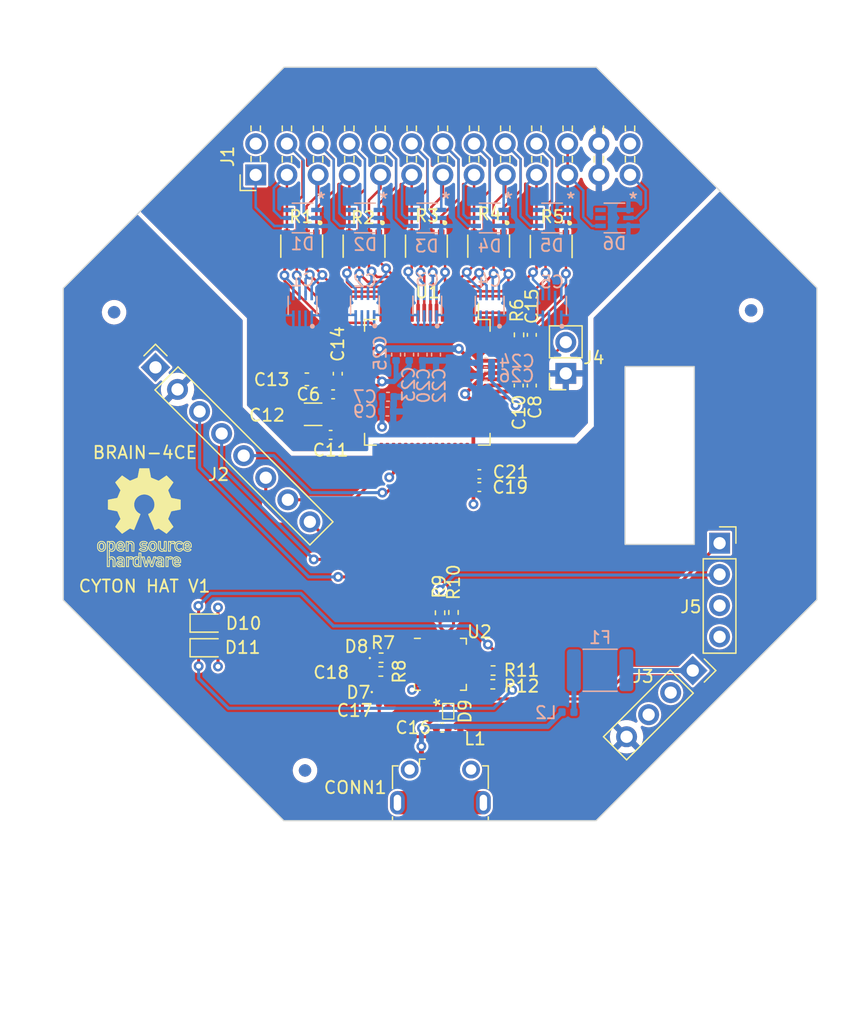
<source format=kicad_pcb>
(kicad_pcb (version 20211014) (generator pcbnew)
  (layers (0 "F.Cu" signal) (1 "In1.Cu" signal) (2 "In2.Cu" signal) (31 "B.Cu" signal) (34 "B.Paste" user) (35 "F.Paste" user) (36 "B.SilkS" user "B.Silkscreen") (37 "F.SilkS" user "F.Silkscreen") (38 "B.Mask" user) (39 "F.Mask" user) (44 "Edge.Cuts" user))
  (net 0 "")
  (net 1 "GNDA")
  (net 2 "/Daisy Functionality/_SRB1")
  (net 3 "/Daisy Functionality/_SRB2")
  (net 4 "/Daisy Functionality/IN1P")
  (net 5 "/Daisy Functionality/IN1N")
  (net 6 "/Daisy Functionality/IN2P")
  (net 7 "/Daisy Functionality/IN2N")
  (net 8 "/Daisy Functionality/IN3P")
  (net 9 "/Daisy Functionality/IN3N")
  (net 10 "/Daisy Functionality/IN4P")
  (net 11 "/Daisy Functionality/IN4N")
  (net 12 "/Daisy Functionality/IN5P")
  (net 13 "/Daisy Functionality/IN5N")
  (net 14 "/Daisy Functionality/IN6P")
  (net 15 "/Daisy Functionality/IN6N")
  (net 16 "/Daisy Functionality/IN7P")
  (net 17 "/Daisy Functionality/IN7N")
  (net 18 "/Daisy Functionality/IN8P")
  (net 19 "/Daisy Functionality/IN8N")
  (net 20 "/Daisy Functionality/BIAS_DRV")
  (net 21 "VSSA")
  (net 22 "Net-(C6-Pad2)")
  (net 23 "Net-(C10-Pad2)")
  (net 24 "Net-(C11-Pad2)")
  (net 25 "Net-(C12-Pad2)")
  (net 26 "Net-(C13-Pad1)")
  (net 27 "Net-(C15-Pad2)")
  (net 28 "Net-(C16-Pad1)")
  (net 29 "Net-(C16-Pad2)")
  (net 30 "Net-(C17-Pad1)")
  (net 31 "Net-(C18-Pad1)")
  (net 32 "VDD")
  (net 33 "VDDA")
  (net 35 "/1P")
  (net 36 "/SRB2")
  (net 38 "/3P")
  (net 39 "/2N")
  (net 40 "/1N")
  (net 41 "/2P")
  (net 43 "/5P")
  (net 44 "/4N")
  (net 45 "/3N")
  (net 46 "/4P")
  (net 48 "/7P")
  (net 49 "/6N")
  (net 50 "/5N")
  (net 51 "/6P")
  (net 54 "/8N")
  (net 55 "/7N")
  (net 56 "/8P")
  (net 58 "/BIAS")
  (net 61 "Net-(D10-Pad1)")
  (net 62 "Net-(D11-Pad1)")
  (net 63 "VCOM")
  (net 64 "Net-(F1-Pad2)")
  (net 65 "/_MISO")
  (net 66 "/SCLK")
  (net 67 "/RESET")
  (net 68 "/CLK")
  (net 69 "/MOSI")
  (net 70 "/CS2")
  (net 72 "/BIAS_INV")
  (net 73 "/RXD")
  (net 74 "/TXD")
  (net 77 "Net-(R7-Pad2)")
  (net 78 "Net-(R8-Pad2)")
  (net 79 "Net-(R9-Pad1)")
  (net 80 "Net-(R10-Pad1)")
  (net 81 "Net-(R11-Pad2)")
  (net 82 "Net-(R12-Pad2)")
  (net 90 "/Daisy Functionality/_DRDY")
  (net 104 "/SRB1")
  (footprint "Capacitor_SMD:C_0603_1608Metric" (layer "F.Cu") (at 128.8288 101.6254 180)
    (fp_text reference "C13")
    (fp_text value "10uF")
  )
  (footprint "LED_SMD:LED_0603_1608Metric" (layer "F.Cu") (at 120.8023 123.4694)
    (fp_text reference "D11")
    (fp_text value "LED_GREEN")
  )
  (footprint "Resistor Arrays:RESCAF80P320X160X60-8N" (layer "F.Cu") (at 133.4832 90.791 -90)
    (fp_text reference "R2")
    (fp_text value "CAY16-222J4LF")
  )
  (footprint "Diode_SMD:D_0402_1005Metric" (layer "F.Cu") (at 135.2042 127.0762)
    (fp_text reference "D7")
    (fp_text value "ESD_VARISTOR")
  )
  (footprint "Capacitor_SMD:C_0402_1005Metric" (layer "F.Cu") (at 131.3434 101.1682 90)
    (fp_text reference "C14")
    (fp_text value "0.1uF")
  )
  (footprint "Capacitor_SMD:C_0402_1005Metric" (layer "F.Cu") (at 147.1439 98.008 -90)
    (fp_text reference "C15")
    (fp_text value "1nF")
  )
  (footprint "Fiducial:Fiducial_1mm_Mask2mm" (layer "F.Cu") (at 164.9984 96.012)
    (fp_text reference "REF**" hide)
    (fp_text value "Fiducial_1mm_Mask2mm")
  )
  (footprint "Resistor_SMD:R_0402_1005Metric" (layer "F.Cu") (at 146.1025 98.006 -90)
    (fp_text reference "R6")
    (fp_text value "1M")
  )
  (footprint "Resistor_SMD:R_0402_1005Metric" (layer "F.Cu") (at 134.8486 125.3998)
    (fp_text reference "R8")
    (fp_text value "22 ohm")
  )
  (footprint "Resistor Arrays:RESCAF80P320X160X60-8N" (layer "F.Cu") (at 128.4032 90.791 -90)
    (fp_text reference "R1")
    (fp_text value "CAY16-222J4LF")
  )
  (footprint "Capacitor_SMD:C_0402_1005Metric" (layer "F.Cu") (at 130.7618 106.1466)
    (fp_text reference "C11")
    (fp_text value "1uF")
  )
  (footprint "Inductor_SMD:L_0402_1005Metric" (layer "F.Cu") (at 140.843 130.937)
    (fp_text reference "L1")
    (fp_text value "CHOKE")
  )
  (footprint "Resistor Arrays:RESCAF80P320X160X60-8N" (layer "F.Cu") (at 148.7232 90.8164 -90)
    (fp_text reference "R5")
    (fp_text value "CAY16-222J4LF")
  )
  (footprint "Connector_PinSocket_2.54mm:PinSocket_1x04_P2.54mm_Vertical" (layer "F.Cu") (at 160.2486 125.3236 -45)
    (fp_text reference "J3")
    (fp_text value "Conn_01x04")
  )
  (footprint "Fiducial:Fiducial_1mm_Mask2mm" (layer "F.Cu") (at 128.6764 133.4516)
    (fp_text reference "REF**" hide)
    (fp_text value "Fiducial_1mm_Mask2mm")
  )
  (footprint "Capacitor_SMD:C_0402_1005Metric" (layer "F.Cu") (at 142.8724 110.3884)
    (fp_text reference "C19")
    (fp_text value "1uF")
  )
  (footprint "Package_DFN_QFN:QFN-24-1EP_4x4mm_P0.5mm_EP2.6x2.6mm" (layer "F.Cu") (at 139.7 124.8156)
    (fp_text reference "U2")
    (fp_text value "CP2102N-Axx-xQFN24")
  )
  (footprint "Connector_PinHeader_2.54mm:PinHeader_2x13_P2.54mm_Horizontal" (layer "F.Cu") (at 124.6632 84.9884 90)
    (fp_text reference "J1")
    (fp_text value "Conn_02x13_Odd_Even")
  )
  (footprint "Capacitor_SMD:C_0201_0603Metric" (layer "F.Cu") (at 135.0162 128.0668)
    (fp_text reference "C17")
    (fp_text value "47pF")
  )
  (footprint "TSV - Diodes:ESDALC6V1-1M2" (layer "F.Cu") (at 140.335 128.6383 -90)
    (fp_text reference "D9")
    (fp_text value "TVS_D" hide)
  )
  (footprint "Connector_PinSocket_2.54mm:PinSocket_1x04_P2.54mm_Vertical" (layer "F.Cu") (at 162.433 114.9604)
    (fp_text reference "J5")
    (fp_text value "Conn_01x04")
  )
  (footprint "Connector_USB:USB_Micro-B_Molex-105017-0001" (layer "F.Cu") (at 139.7 134.8428)
    (fp_text reference "CONN1")
    (fp_text value "USB_B_Micro")
  )
  (footprint "Capacitor_SMD:C_0402_1005Metric" (layer "F.Cu") (at 146.0754 102.1308 -90)
    (fp_text reference "C10")
    (fp_text value "0.1uF")
  )
  (footprint "Resistor_SMD:R_0402_1005Metric" (layer "F.Cu") (at 143.9672 126.4412 180)
    (fp_text reference "R12")
    (fp_text value "330 ohm")
  )
  (footprint "Capacitor_SMD:C_0402_1005Metric" (layer "F.Cu") (at 139.8524 129.9718)
    (fp_text reference "C16")
    (fp_text value "0.01uF")
  )
  (footprint "Package_QFP:TQFP-64_10x10mm_P0.5mm" (layer "F.Cu") (at 138.6349 101.8688 -90)
    (fp_text reference "U1")
    (fp_text value "ADS129x")
  )
  (footprint "LED_SMD:LED_0603_1608Metric" (layer "F.Cu") (at 120.8023 121.4628)
    (fp_text reference "D10")
    (fp_text value "LED_RED")
  )
  (footprint "Resistor_SMD:R_0402_1005Metric" (layer "F.Cu") (at 134.874 124.2822)
    (fp_text reference "R7")
    (fp_text value "22 ohm")
  )
  (footprint "Resistor_SMD:R_0402_1005Metric" (layer "F.Cu") (at 140.7668 120.5972 90)
    (fp_text reference "R10")
    (fp_text value "1k ohm")
  )
  (footprint "Capacitor_SMD:C_0201_0603Metric" (layer "F.Cu") (at 133.0304 125.4252 180)
    (fp_text reference "C18")
    (fp_text value "47pF")
  )
  (footprint "Capacitor_SMD:C_0402_1005Metric" (layer "F.Cu") (at 147.1422 102.1308 -90)
    (fp_text reference "C8")
    (fp_text value "1uF")
  )
  (footprint "Connector_PinSocket_2.54mm:PinSocket_1x02_P2.54mm_Vertical" (layer "F.Cu") (at 149.9108 101.1428 180)
    (fp_text reference "J4")
    (fp_text value "Conn_01x02")
  )
  (footprint "Resistor_SMD:R_0402_1005Metric" (layer "F.Cu") (at 143.9926 125.3236 180)
    (fp_text reference "R11")
    (fp_text value "330 ohm")
  )
  (footprint "Diode_SMD:D_0402_1005Metric" (layer "F.Cu") (at 132.865 124.3076 180)
    (fp_text reference "D8")
    (fp_text value "ESD_VARISTOR")
  )
  (footprint "Resistor Arrays:RESCAF80P320X160X60-8N" (layer "F.Cu") (at 143.6306 90.791 -90)
    (fp_text reference "R4")
    (fp_text value "CAY16-222J4LF")
  )
  (footprint "Capacitor_SMD:C_0402_1005Metric" (layer "F.Cu") (at 130.965 102.8446)
    (fp_text reference "C6")
    (fp_text value "1uF")
  )
  (footprint "Resistor Arrays:RESCAF80P320X160X60-8N" (layer "F.Cu") (at 138.5632 90.791 -90)
    (fp_text reference "R3")
    (fp_text value "CAY16-222J4LF")
  )
  (footprint "Capacitor_SMD:C_0402_1005Metric" (layer "F.Cu") (at 142.8724 109.347)
    (fp_text reference "C21")
    (fp_text value "0.1uF")
  )
  (footprint "Connector_PinSocket_2.54mm:PinSocket_1x08_P2.54mm_Vertical" (layer "F.Cu") (at 116.5 100.65 45)
    (fp_text reference "J2")
    (fp_text value "Conn_01x08")
  )
  (footprint "Resistor_SMD:R_0402_1005Metric" (layer "F.Cu") (at 139.6746 120.6226 90)
    (fp_text reference "R9")
    (fp_text value "1k ohm")
  )
  (footprint "Capacitor_SMD:C_1206_3216Metric" (layer "F.Cu") (at 129.3368 104.4702)
    (fp_text reference "C12")
    (fp_text value "100uF")
  )
  (footprint "Fiducial:Fiducial_1mm_Mask2mm" (layer "F.Cu") (at 113.1316 96.1644)
    (fp_text reference "REF**" hide)
    (fp_text value "Fiducial_1mm_Mask2mm")
  )
  (footprint "Capacitor_SMD:C_0402_1005Metric" (layer "B.Cu") (at 143.3856 101.346 180)
    (fp_text reference "C26")
    (fp_text value "0.1uF")
  )
  (footprint "Capacitor_SMD:C_0402_1005Metric" (layer "B.Cu") (at 136.0932 99.6162 -90)
    (fp_text reference "C25")
    (fp_text value "0.1uF")
  )
  (footprint "Fiducial:Fiducial_1mm_Mask2mm" (layer "B.Cu") (at 128.6764 133.4516 180)
    (fp_text reference "REF**" hide)
    (fp_text value "Fiducial_1mm_Mask2mm")
  )
  (footprint "Capacitor Arrays:CAPCAXE50P210X130X94-8N" (layer "B.Cu") (at 148.7932 95.6056 90)
    (fp_text reference "C5")
    (fp_text value "CA0508KRX7R9BB102")
  )
  (footprint "Capacitor Arrays:CAPCAXE50P210X130X94-8N" (layer "B.Cu") (at 143.7132 95.6056 90)
    (fp_text reference "C4")
    (fp_text value "CA0508KRX7R9BB102")
  )
  (footprint "Capacitor_SMD:C_0402_1005Metric" (layer "B.Cu") (at 138.2522 99.6162 -90)
    (fp_text reference "C20")
    (fp_text value "1uF")
  )
  (footprint "TSV - Diodes:TPD4E1B06DCKR" (layer "B.Cu") (at 143.7132 88.4936 180)
    (fp_text reference "D4")
    (fp_text value "TPD4E1B06DCKR")
  )
  (footprint "Fiducial:Fiducial_1mm_Mask2mm" (layer "B.Cu") (at 164.9984 96.012 180)
    (fp_text reference "REF**" hide)
    (fp_text value "Fiducial_1mm_Mask2mm")
  )
  (footprint "Fiducial:Fiducial_1mm_Mask2mm" (layer "B.Cu") (at 113.1316 96.1644 180)
    (fp_text reference "REF**" hide)
    (fp_text value "Fiducial_1mm_Mask2mm")
  )
  (footprint "TSV - Diodes:TPD4E1B06DCKR" (layer "B.Cu") (at 153.8732 88.4936 180)
    (fp_text reference "D6")
    (fp_text value "TPD4E1B06DCKR")
  )
  (footprint "Capacitor Arrays:CAPCAXE50P210X130X94-8N" (layer "B.Cu") (at 128.4732 95.6056 90)
    (fp_text reference "C1")
    (fp_text value "CA0508KRX7R9BB102")
  )
  (footprint "Fuse:Fuse_1812_4532Metric" (layer "B.Cu") (at 152.7048 125.2982 180)
    (fp_text reference "F1")
    (fp_text value "SM_FUSE")
  )
  (footprint "Capacitor_SMD:C_0402_1005Metric" (layer "B.Cu") (at 135.382 104.2442)
    (fp_text reference "C9")
    (fp_text value "1uF")
  )
  (footprint "TSV - Diodes:TPD4E1B06DCKR" (layer "B.Cu") (at 138.6332 88.4936 180)
    (fp_text reference "D3")
    (fp_text value "TPD4E1B06DCKR")
  )
  (footprint "Capacitor_SMD:C_0402_1005Metric" (layer "B.Cu") (at 137.16 99.6162 -90)
    (fp_text reference "C23")
    (fp_text value "1uF")
  )
  (footprint "Capacitor Arrays:CAPCAXE50P210X130X94-8N" (layer "B.Cu") (at 138.6332 95.5913 90)
    (fp_text reference "C3")
    (fp_text value "CA0508KRX7R9BB102")
  )
  (footprint "Inductor_SMD:L_0402_1005Metric" (layer "B.Cu") (at 150.0886 128.7018 180)
    (fp_text reference "L2")
    (fp_text value "CHOKE")
  )
  (footprint "Capacitor_SMD:C_0402_1005Metric" (layer "B.Cu") (at 143.3856 100.2792 180)
    (fp_text reference "C24")
    (fp_text value "1uF")
  )
  (footprint "TSV - Diodes:TPD4E1B06DCKR" (layer "B.Cu") (at 128.4732 88.4936 180)
    (fp_text reference "D1")
    (fp_text value "TPD4E1B06DCKR")
  )
  (footprint "Capacitor Arrays:CAPCAXE50P210X130X94-8N" (layer "B.Cu") (at 133.5532 95.5802 90)
    (fp_text reference "C2")
    (fp_text value "CA0508KRX7R9BB102")
  )
  (footprint "Capacitor_SMD:C_0402_1005Metric" (layer "B.Cu") (at 139.3444 99.6162 -90)
    (fp_text reference "C22")
    (fp_text value "0.1uF")
  )
  (footprint "TSV - Diodes:TPD4E1B06DCKR" (layer "B.Cu") (at 133.5532 88.4936 180)
    (fp_text reference "D2")
    (fp_text value "TPD4E1B06DCKR")
  )
  (footprint "Capacitor_SMD:C_0402_1005Metric" (layer "B.Cu") (at 135.4328 103.0478)
    (fp_text reference "C7")
    (fp_text value "1uF")
  )
  (footprint "TSV - Diodes:TPD4E1B06DCKR" (layer "B.Cu") (at 148.7932 88.4936 180)
    (fp_text reference "D5")
    (fp_text value "TPD4E1B06DCKR")
  )
  (gr_line (start 115.6603 116.86565) (end 115.40859 116.07749) (layer "F.SilkS") (width 0.0762))
  (gr_arc (start 115.80356 115.2177) (mid 115.82661 115.252787) (end 115.843182 115.291359) (layer "F.SilkS") (width 0.0762))
  (gr_arc (start 118.43703 114.97259) (mid 118.481707 114.977631) (end 118.523889 114.993192) (layer "F.SilkS") (width 0.0762))
  (gr_arc (start 116.61763 116.47145) (mid 116.653495 116.441661) (end 116.695314 116.421048) (layer "F.SilkS") (width 0.0762))
  (gr_arc (start 116.11572 115.29035) (mid 116.114119 115.253406) (end 116.113705 115.21643) (layer "F.SilkS") (width 0.0762))
  (gr_arc (start 119.0324 115.45976) (mid 119.000446 115.444531) (end 118.97218 115.423222) (layer "F.SilkS") (width 0.0762))
  (gr_arc (start 115.60417 115.46561) (mid 115.573486 115.470571) (end 115.542439 115.47206) (layer "F.SilkS") (width 0.0762))
  (gr_arc (start 115.46447 114.97031) (mid 115.496395 114.964992) (end 115.528731 114.963628) (layer "F.SilkS") (width 0.0762))
  (gr_arc (start 113.53991 114.83619) (mid 113.594986 114.81978) (end 113.65218 114.814176) (layer "F.SilkS") (width 0.0762))
  (gr_arc (start 118.37505 116.3226) (mid 118.385297 116.361283) (end 118.389428 116.401086) (layer "F.SilkS") (width 0.0762))
  (gr_line (start 118.5973 115.37975) (end 118.7144 115.48466) (layer "F.SilkS") (width 0.0762))
  (gr_arc (start 113.58766 114.97539) (mid 113.619354 114.966403) (end 113.652181 114.963632) (layer "F.SilkS") (width 0.0762))
  (gr_line (start 116.74844 115.34724) (end 116.74844 114.82324) (layer "F.SilkS") (width 0.0762))
  (gr_line (start 117.51526 116.07749) (end 117.51526 116.16182) (layer "F.SilkS") (width 0.0762))
  (gr_arc (start 113.38141 116.18392) (mid 113.430063 116.133133) (end 113.490106 116.096509) (layer "F.SilkS") (width 0.0762))
  (gr_arc (start 116.12995 114.84686) (mid 116.162061 114.832123) (end 116.196026 114.822393) (layer "F.SilkS") (width 0.0762))
  (gr_arc (start 112.10913 115.62055) (mid 112.067014 115.618802) (end 112.025309 115.612676) (layer "F.SilkS") (width 0.0762))
  (gr_arc (start 113.71466 116.72392) (mid 113.673378 116.728434) (end 113.631856 116.72915) (layer "F.SilkS") (width 0.0762))
  (gr_arc (start 113.20818 115.21821) (mid 113.207591 115.279823) (end 113.205265 115.341394) (layer "F.SilkS") (width 0.0762))
  (gr_arc (start 112.4284 115.32895) (mid 112.423022 115.368784) (end 112.41371 115.407886) (layer "F.SilkS") (width 0.0762))
  (gr_arc (start 113.35576 115.42243) (mid 113.342804 115.377627) (end 113.334375 115.331756) (layer "F.SilkS") (width 0.0762))
  (gr_line (start 115.18329 115.48034) (end 115.29403 115.37061) (layer "F.SilkS") (width 0.0762))
  (gr_arc (start 113.00524 116.2718) (mid 113.024969 116.296742) (end 113.038713 116.32542) (layer "F.SilkS") (width 0.0762))
  (gr_arc (start 118.10962 116.67769) (mid 118.086034 116.649657) (end 118.069895 116.616767) (layer "F.SilkS") (width 0.0762))
  (gr_arc (start 116.99659 116.68912) (mid 116.989395 116.698047) (end 116.980624 116.70543) (layer "F.SilkS") (width 0.0762))
  (gr_arc (start 116.12182 115.09731) (mid 116.133808 115.062432) (end 116.152448 115.030608) (layer "F.SilkS") (width 0.0762))
  (gr_line (start 119.28005 115.39576) (end 119.39486 115.4938) (layer "F.SilkS") (width 0.0762))
  (gr_arc (start 115.2351 115.05717) (mid 115.23983 115.003352) (end 115.256103 114.951836) (layer "F.SilkS") (width 0.0762))
  (gr_arc (start 118.30088 115.59718) (mid 118.239397 115.567335) (end 118.183884 115.52747) (layer "F.SilkS") (width 0.0762))
  (gr_arc (start 118.24475 115.11077) (mid 118.259892 115.070409) (end 118.283234 115.034168) (layer "F.SilkS") (width 0.0762))
  (gr_arc (start 116.7685 116.2304) (mid 116.788738 116.224794) (end 116.809419 116.22115) (layer "F.SilkS") (width 0.0762))
  (gr_arc (start 117.72151 116.23675) (mid 117.748616 116.249449) (end 117.773603 116.26593) (layer "F.SilkS") (width 0.0762))
  (gr_arc (start 115.41544 115.1067) (mid 115.40612 115.095901) (end 115.398858 115.083624) (layer "F.SilkS") (width 0.0762))
  (gr_line (start 112.67072 111.42218) (end 113.37862 111.28578) (layer "F.SilkS") (width 0.0254))
  (gr_line (start 113.20818 116.34191) (end 113.20818 116.86565) (layer "F.SilkS") (width 0.0762))
  (gr_arc (start 114.95088 116.8748) (mid 114.916769 116.873151) (end 114.883054 116.867716) (layer "F.SilkS") (width 0.0762))
  (gr_arc (start 113.498 116.8588) (mid 113.4539 116.838149) (end 113.415519 116.80818) (layer "F.SilkS") (width 0.0762))
  (gr_arc (start 116.55463 116.63731) (mid 116.558356 116.591128) (end 116.570424 116.546396) (layer "F.SilkS") (width 0.0762))
  (gr_arc (start 112.89322 114.97259) (mid 112.9185 114.973658) (end 112.943526 114.97739) (layer "F.SilkS") (width 0.0762))
  (gr_arc (start 116.8094 116.221) (mid 116.834492 116.218588) (end 116.85969 116.217874) (layer "F.SilkS") (width 0.0762))
  (gr_arc (start 116.1523 115.0305) (mid 116.175364 115.005222) (end 116.20437 114.98707) (layer "F.SilkS") (width 0.0762))
  (gr_arc (start 113.63186 116.729) (mid 113.598587 116.7274) (end 113.565833 116.721328) (layer "F.SilkS") (width 0.0762))
  (gr_arc (start 118.34483 116.09095) (mid 118.400699 116.119804) (end 118.450268 116.158491) (layer "F.SilkS") (width 0.0762))
  (gr_arc (start 112.95545 116.23827) (mid 112.98205 116.252499) (end 113.005212 116.271827) (layer "F.SilkS") (width 0.0762))
  (gr_line (start 113.84649 115.39576) (end 113.96129 115.4938) (layer "F.SilkS") (width 0.0762))
  (gr_arc (start 116.98161 116.08257) (mid 117.034176 116.099577) (end 117.083034 116.12537) (layer "F.SilkS") (width 0.0762))
  (gr_line (start 115.31308 116.86565) (end 115.15459 116.86565) (layer "F.SilkS") (width 0.0762))
  (gr_arc (start 116.58435 115.02746) (mid 116.593676 115.066207) (end 116.599128 115.105686) (layer "F.SilkS") (width 0.0762))
  (gr_arc (start 113.03877 116.3254) (mid 113.047364 116.360486) (end 113.049848 116.396523) (layer "F.SilkS") (width 0.0762))
  (gr_arc (start 118.22316 116.0686) (mid 118.285034 116.074068) (end 118.344756 116.09114) (layer "F.SilkS") (width 0.0762))
  (gr_arc (start 113.61255 116.87759) (mid 113.554536 116.872711) (end 113.498014 116.858758) (layer "F.SilkS") (width 0.0762))
  (gr_arc (start 119.39486 115.4938) (mid 119.365399 115.524889) (end 119.332628 115.552467) (layer "F.SilkS") (width 0.0762))
  (gr_arc (start 118.54218 112.18113) (mid 118.533514 112.205322) (end 118.511458 112.218509) (layer "F.SilkS") (width 0.0254))
  (gr_arc (start 113.96129 115.4938) (mid 113.931756 115.524957) (end 113.898898 115.552587) (layer "F.SilkS") (width 0.0762))
  (gr_arc (start 112.78197 116.2718) (mid 112.805373 116.252422) (end 112.832261 116.238273) (layer "F.SilkS") (width 0.0762))
  (gr_arc (start 118.78729 115.02568) (mid 118.80148 114.989357) (end 118.820068 114.955075) (layer "F.SilkS") (width 0.0762))
  (gr_arc (start 118.10099 115.03254) (mid 118.116093 114.996542) (end 118.13549 114.962664) (layer "F.SilkS") (width 0.0762))
  (gr_arc (start 116.82464 116.87759) (mid 116.766621 116.872711) (end 116.710095 116.858755) (layer "F.SilkS") (width 0.0762))
  (gr_line (start 113.80762 109.474) (end 114.40478 109.87786) (layer "F.SilkS") (width 0.0254))
  (gr_arc (start 115.19294 108.89996) (mid 115.206046 108.877786) (end 115.23028 108.869059) (layer "F.SilkS") (width 0.0254))
  (gr_line (start 116.74158 113.75949) (end 116.47005 113.87176) (layer "F.SilkS") (width 0.0254))
  (gr_arc (start 118.16957 116.71402) (mid 118.1378 116.698828) (end 118.109689 116.677616) (layer "F.SilkS") (width 0.0762))
  (gr_arc (start 113.65218 112.97082) (mid 113.654963 112.989303) (end 113.648604 113.006879) (layer "F.SilkS") (width 0.0254))
  (gr_line (start 117.17033 116.32921) (end 117.17033 116.8687) (layer "F.SilkS") (width 0.0762))
  (gr_line (start 115.31308 115.75948) (end 115.31308 116.86565) (layer "F.SilkS") (width 0.0762))
  (gr_arc (start 115.34509 115.58549) (mid 115.259349 115.540373) (end 115.183366 115.48026) (layer "F.SilkS") (width 0.0762))
  (gr_arc (start 113.49901 115.36248) (mid 113.488714 115.320508) (end 113.485808 115.27739) (layer "F.SilkS") (width 0.0762))
  (gr_arc (start 119.20208 115.01069) (mid 119.223012 115.037583) (end 119.237746 115.068313) (layer "F.SilkS") (width 0.0762))
  (gr_line (start 118.05679 116.40109) (end 118.38928 116.40109) (layer "F.SilkS") (width 0.0762))
  (gr_arc (start 113.63998 116.06936) (mid 113.705149 116.072015) (end 113.76949 116.0827) (layer "F.SilkS") (width 0.0762))
  (gr_arc (start 114.31816 115.01755) (mid 114.341589 114.998113) (end 114.368524 114.983929) (layer "F.SilkS") (width 0.0762))
  (gr_arc (start 113.33442 115.33175) (mid 113.32893 115.276249) (end 113.327322 115.2205) (layer "F.SilkS") (width 0.0762))
  (gr_line (start 115.05629 109.60786) (end 115.19294 108.89996) (layer "F.SilkS") (width 0.0254))
  (gr_arc (start 113.95215 115.00993) (mid 113.970901 115.077216) (end 113.976511 115.14684) (layer "F.SilkS") (width 0.0762))
  (gr_line (start 114.1424 116.86565) (end 114.1424 116.07749) (layer "F.SilkS") (width 0.0762))
  (gr_arc (start 113.06569 115.5921) (mid 113.037732 115.604767) (end 113.008301 115.61348) (layer "F.SilkS") (width 0.0762))
  (gr_arc (start 114.50714 116.23675) (mid 114.534237 116.249462) (end 114.559212 116.265958) (layer "F.SilkS") (width 0.0762))
  (gr_arc (start 112.89322 115.46281) (mid 112.867931 115.461676) (end 112.842917 115.457789) (layer "F.SilkS") (width 0.0762))
  (gr_arc (start 116.27981 114.97259) (mid 116.318046 114.975825) (end 116.354723 114.987109) (layer "F.SilkS") (width 0.0762))
  (gr_arc (start 118.24729 116.8748) (mid 118.18681 116.869849) (end 118.127922 116.855205) (layer "F.SilkS") (width 0.0762))
  (gr_arc (start 116.40731 115.0305) (mid 116.425452 115.062542) (end 116.437675 115.097275) (layer "F.SilkS") (width 0.0762))
  (gr_arc (start 118.01209 116.79631) (mid 117.985038 116.773715) (end 117.962322 116.746765) (layer "F.SilkS") (width 0.0762))
  (gr_arc (start 113.89881 115.55247) (mid 113.865296 115.574214) (end 113.82925 115.591439) (layer "F.SilkS") (width 0.0762))
  (gr_line (start 114.1424 116.07749) (end 114.30089 116.07749) (layer "F.SilkS") (width 0.0762))
  (gr_arc (start 117.77561 112.37798) (mid 117.786708 112.363058) (end 117.803566 112.355206) (layer "F.SilkS") (width 0.0254))
  (gr_arc (start 114.36846 114.98377) (mid 114.399039 114.975186) (end 114.43069 114.97255) (layer "F.SilkS") (width 0.0762))
  (gr_arc (start 112.4284 115.10569) (mid 112.43226 115.160997) (end 112.433287 115.216429) (layer "F.SilkS") (width 0.0762))
  (gr_arc (start 112.41393 115.40795) (mid 112.387416 115.467757) (end 112.348636 115.520446) (layer "F.SilkS") (width 0.0762))
  (gr_arc (start 113.4947 116.5893) (mid 113.505153 116.573031) (end 113.519445 116.560005) (layer "F.SilkS") (width 0.0762))
  (gr_line (start 118.7144 114.95075) (end 118.5973 115.05489) (layer "F.SilkS") (width 0.0762))
  (gr_arc (start 116.70195 116.09654) (mid 116.73625 116.083838) (end 116.771818 116.075311) (layer "F.SilkS") (width 0.0762))
  (gr_arc (start 111.94504 115.14455) (mid 111.947159 115.120835) (end 111.951057 115.097346) (layer "F.SilkS") (width 0.0762))
  (gr_arc (start 117.92446 116.28018) (mid 117.938694 116.243763) (end 117.957348 116.2094) (layer "F.SilkS") (width 0.0762))
  (gr_arc (start 116.59908 115.32895) (mid 116.593647 115.368808) (end 116.584276 115.407928) (layer "F.SilkS") (width 0.0762))
  (gr_arc (start 117.9242 114.8141) (mid 117.96717 114.817944) (end 118.008774 114.829356) (layer "F.SilkS") (width 0.0762))
  (gr_arc (start 118.76748 115.11407) (mid 118.775306 115.069407) (end 118.787211 115.025655) (layer "F.SilkS") (width 0.0762))
  (gr_line (start 116.20259 116.62969) (end 116.20589 116.62969) (layer "F.SilkS") (width 0.0762))
  (gr_line (start 112.57903 116.86565) (end 112.57903 114.82324) (layer "F.SilkS") (width 0.0762))
  (gr_arc (start 118.5973 115.37975) (mid 118.564016 115.414733) (end 118.524153 115.441985) (layer "F.SilkS") (width 0.0762))
  (gr_arc (start 115.13198 116.30685) (mid 115.148839 116.387993) (end 115.154425 116.47068) (layer "F.SilkS") (width 0.0762))
  (gr_arc (start 113.18685 116.22405) (mid 113.196356 116.251041) (end 113.202859 116.278908) (layer "F.SilkS") (width 0.0762))
  (gr_arc (start 111.86935 115.52022) (mid 111.830595 115.467635) (end 111.803977 115.40798) (layer "F.SilkS") (width 0.0762))
  (gr_arc (start 113.87925 114.90427) (mid 113.92166 114.95299) (end 113.952185 115.009916) (layer "F.SilkS") (width 0.0762))
  (gr_line (start 113.75936 114.16233) (end 113.24908 113.6523) (layer "F.SilkS") (width 0.0254))
  (gr_arc (start 118.2831 115.03406) (mid 118.312281 115.006924) (end 118.347297 114.987902) (layer "F.SilkS") (width 0.0762))
  (gr_arc (start 118.10581 116.2652) (mid 118.130287 116.244752) (end 118.158442 116.229767) (layer "F.SilkS") (width 0.0762))
  (gr_arc (start 115.95469 115.21643) (mid 115.955767 115.160992) (end 115.959701 115.105683) (layer "F.SilkS") (width 0.0762))
  (gr_arc (start 113.6476 116.21795) (mid 113.682293 116.218727) (end 113.716699 116.223243) (layer "F.SilkS") (width 0.0762))
  (gr_arc (start 118.2831 115.4016) (mid 118.259796 115.365437) (end 118.244689 115.325156) (layer "F.SilkS") (width 0.0762))
  (gr_arc (start 118.46979 116.80673) (mid 118.436281 116.82847) (end 118.400242 116.845695) (layer "F.SilkS") (width 0.0762))
  (gr_line (start 113.59147 116.40337) (end 113.80508 116.40337) (layer "F.SilkS") (width 0.0762))
  (gr_arc (start 115.95189 108.86923) (mid 115.976082 108.877896) (end 115.989269 108.899952) (layer "F.SilkS") (width 0.0254))
  (gr_arc (start 118.43093 115.62055) (mid 118.364819 115.614865) (end 118.300816 115.597353) (layer "F.SilkS") (width 0.0762))
  (gr_arc (start 112.7487 116.3254) (mid 112.762401 116.296787) (end 112.782059 116.271888) (layer "F.SilkS") (width 0.0762))
  (gr_arc (start 115.84318 115.29136) (mid 115.853335 115.334259) (end 115.856503 115.378229) (layer "F.SilkS") (width 0.0762))
  (gr_arc (start 113.78451 116.68912) (mid 113.77734 116.698075) (end 113.768584 116.705486) (layer "F.SilkS") (width 0.0762))
  (gr_line (start 114.58588 115.6114) (end 114.58588 115.14201) (layer "F.SilkS") (width 0.0762))
  (gr_arc (start 112.94352 114.97742) (mid 112.963636 114.983145) (end 112.982632 114.991896) (layer "F.SilkS") (width 0.0762))
  (gr_arc (start 113.79594 116.66449) (mid 113.791087 116.677205) (end 113.784504 116.689116) (layer "F.SilkS") (width 0.0762))
  (gr_arc (start 114.86477 116.30381) (mid 114.881375 116.270555) (end 114.909607 116.246378) (layer "F.SilkS") (width 0.0762))
  (gr_arc (start 113.93564 116.20627) (mid 113.945527 116.233882) (end 113.952289 116.26242) (layer "F.SilkS") (width 0.0762))
  (gr_arc (start 116.11572 115.14455) (mid 116.117879 115.120815) (end 116.121817 115.097309) (layer "F.SilkS") (width 0.0762))
  (gr_arc (start 114.94885 116.23167) (mid 114.973995 116.227934) (end 114.999392 116.226844) (layer "F.SilkS") (width 0.0762))
  (gr_arc (start 114.6951 116.27002) (mid 114.711559 116.217834) (end 114.739826 116.17098) (layer "F.SilkS") (width 0.0762))
  (gr_arc (start 118.82006 114.95507) (mid 118.840991 114.92686) (end 118.86599 114.902183) (layer "F.SilkS") (width 0.0762))
  (gr_arc (start 115.29962 115.21592) (mid 115.271364 115.184603) (end 115.251138 115.147589) (layer "F.SilkS") (width 0.0762))
  (gr_arc (start 113.02734 115.04981) (mid 113.044498 115.133217) (end 113.049727 115.21821) (layer "F.SilkS") (width 0.0762))
  (gr_arc (start 113.20539 115.3414) (mid 113.202338 115.380929) (end 113.196595 115.420157) (layer "F.SilkS") (width 0.0762))
  (gr_arc (start 115.54244 115.47196) (mid 115.473873 115.465895) (end 115.407784 115.446651) (layer "F.SilkS") (width 0.0762))
  (gr_arc (start 114.68672 116.34851) (mid 114.689659 116.309133) (end 114.695216 116.27004) (layer "F.SilkS") (width 0.0762))
  (gr_arc (start 111.90821 115.55552) (mid 111.887967 115.538769) (end 111.869434 115.520144) (layer "F.SilkS") (width 0.0762))
  (gr_line (start 117.2191 115.29339) (end 117.2191 114.82324) (layer "F.SilkS") (width 0.0762))
  (gr_arc (start 113.56582 116.72138) (mid 113.542348 116.712448) (end 113.521618 116.698272) (layer "F.SilkS") (width 0.0762))
  (gr_arc (start 116.51907 114.91519) (mid 116.557757 114.9678) (end 116.584215 115.027503) (layer "F.SilkS") (width 0.0762))
  (gr_arc (start 116.89347 116.87277) (mid 116.85915 116.876538) (end 116.82464 116.877596) (layer "F.SilkS") (width 0.0762))
  (gr_arc (start 117.14772 116.20627) (mid 117.157601 116.23386) (end 117.164361 116.262376) (layer "F.SilkS") (width 0.0762))
  (gr_arc (start 113.38649 114.95507) (mid 113.407352 114.926926) (end 113.43227 114.902301) (layer "F.SilkS") (width 0.0762))
  (gr_line (start 119.4101 115.27739) (end 118.91937 115.27739) (layer "F.SilkS") (width 0.0762))
  (gr_arc (start 112.30953 114.88014) (mid 112.329832 114.896705) (end 112.348554 114.915037) (layer "F.SilkS") (width 0.0762))
  (gr_line (start 116.74844 114.82324) (end 116.90693 114.82324) (layer "F.SilkS") (width 0.0762))
  (gr_arc (start 114.57191 114.83162) (mid 114.617388 114.854396) (end 114.658806 114.883918) (layer "F.SilkS") (width 0.0762))
  (gr_arc (start 117.86959 114.97259) (mid 117.896485 114.975049) (end 117.922512 114.982256) (layer "F.SilkS") (width 0.0762))
  (gr_arc (start 116.1523 115.4049) (mid 116.133614 115.373336) (end 116.12176 115.338624) (layer "F.SilkS") (width 0.0762))
  (gr_line (start 117.77561 112.37798) (end 117.52999 112.97082) (layer "F.SilkS") (width 0.0254))
  (gr_arc (start 117.00752 116.27409) (mid 117.015022 116.296384) (end 117.017084 116.319815) (layer "F.SilkS") (width 0.0762))
  (gr_poly (pts (xy 115.9397 112.57788) (xy 116.06593 112.50586) (xy 116.17774 112.41301) (xy 116.27173 112.30216) (xy 116.34504 112.17667) (xy 116.39544 112.04036) (xy 116.42141 111.89736) (xy 116.42215 111.75203) (xy 116.39765 111.60878) (xy 116.34864 111.47196) (xy 116.27662 111.34573) (xy 116.18377 111.23392) (xy 116.07292 111.13993) (xy 115.94743 111.06662) (xy 115.81112 111.01622) (xy 115.66812 110.99025) (xy 115.52279 110.98951) (xy 115.37954 111.01401) (xy 115.24272 111.06302) (xy 115.11649 111.13504) (xy 115.00468 111.22789) (xy 114.91069 111.33874) (xy 114.83738 111.46423) (xy 114.78698 111.60054) (xy 114.76101 111.74354) (xy 114.76027 111.88887) (xy 114.78477 112.03212) (xy 114.83378 112.16894) (xy 114.9058 112.29517) (xy 114.99865 112.40698) (xy 115.1095 112.50097) (xy 115.24247 112.57788) (xy 115.24686 112.58017) (xy 115.25215 112.5842) (xy 115.25666 112.58909) (xy 115.26025 112.59469) (xy 115.26282 112.60082) (xy 115.26428 112.60731) (xy 115.26459 112.61395) (xy 115.26375 112.62055) (xy 115.26177 112.6269) (xy 114.7619 113.85118) (xy 114.76165 113.85117) (xy 114.7586 113.85704) (xy 114.75459 113.86229) (xy 114.74972 113.86676) (xy 114.74415 113.87032) (xy 114.73804 113.87286) (xy 114.73159 113.8743) (xy 114.72498 113.87459) (xy 114.71843 113.87374) (xy 114.71212 113.87176) (xy 114.44059 113.75949) (xy 114.43424 113.75751) (xy 114.42764 113.75667) (xy 114.421 113.75698) (xy 114.41451 113.75844) (xy 114.40478 113.76304) (xy 113.80762 114.1669) (xy 113.80238 114.16991) (xy 113.79614 114.17218) (xy 113.78961 114.17333) (xy 113.78297 114.17333) (xy 113.77643 114.17218) (xy 113.77019 114.16991) (xy 113.76445 114.1666) (xy 113.75936 114.16233) (xy 113.24908 113.6523) (xy 113.24518 113.64767) (xy 113.24177 113.64198) (xy 113.23941 113.63579) (xy 113.23816 113.62927) (xy 113.23806 113.62264) (xy 113.23911 113.6161) (xy 113.24128 113.60983) (xy 113.24451 113.60404) (xy 113.64862 113.00689) (xy 113.65185 113.0011) (xy 113.65402 112.99483) (xy 113.65507 112.98828) (xy 113.65497 112.98165) (xy 113.65218 112.97082) (xy 113.40656 112.37798) (xy 113.40351 112.37211) (xy 113.39949 112.36687) (xy 113.39462 112.36239) (xy 113.38905 112.35884) (xy 113.37862 112.35512) (xy 112.67072 112.21847) (xy 112.6648 112.21693) (xy 112.65878 112.21413) (xy 112.65334 112.21032) (xy 112.64864 112.20562) (xy 112.64483 112.20018) (xy 112.64203 112.19416) (xy 112.64031 112.18775) (xy 112.63973 112.18113) (xy 112.63973 111.45977) (xy 112.64008 111.45359) (xy 112.64172 111.44713) (xy 112.64446 111.44105) (xy 112.64822 111.43554) (xy 112.65288 111.43077) (xy 112.65829 111.42688) (xy 112.6643 111.42399) (xy 112.67072 111.42218) (xy 113.37862 111.28578) (xy 113.38499 111.28393) (xy 113.39095 111.28101) (xy 113.3963 111.27709) (xy 113.4009 111.27231) (xy 113.40656 111.26292) (xy 113.65218 110.67009) (xy 113.65416 110.66374) (xy 113.655 110.65714) (xy 113.65469 110.6505) (xy 113.65323 110.64401) (xy 113.64862 110.63402) (xy 113.24451 110.03686) (xy 113.2415 110.03162) (xy 113.23923 110.02538) (xy 113.23808 110.01885) (xy 113.23808 110.01221) (xy 113.23923 110.00567) (xy 113.2415 109.99943) (xy 113.24481 109.99369) (xy 113.24908 109.9886) (xy 113.75936 109.47857) (xy 113.76399 109.47467) (xy 113.76968 109.47126) (xy 113.77587 109.4689) (xy 113.78239 109.46765) (xy 113.78902 109.46755) (xy 113.79556 109.4686) (xy 113.80183 109.47077) (xy 113.80762 109.474) (xy 114.40478 109.87786) (xy 114.41057 109.88109) (xy 114.41684 109.88326) (xy 114.42339 109.88431) (xy 114.43002 109.88421) (xy 114.44059 109.88142) (xy 115.03343 109.63605) (xy 115.03934 109.633) (xy 115.04463 109.62897) (xy 115.04915 109.62408) (xy 115.05274 109.61848) (xy 115.05629 109.60786) (xy 115.19294 108.89996) (xy 115.19472 108.89413) (xy 115.19751 108.88815) (xy 115.20129 108.88275) (xy 115.20596 108.87808) (xy 115.21136 108.8743) (xy 115.21734 108.87151) (xy 115.22371 108.8698) (xy 115.23028 108.86923) (xy 115.95189 108.86923) (xy 115.95774 108.86972) (xy 115.96418 108.87131) (xy 115.97025 108.87399) (xy 115.97576 108.87768) (xy 115.98054 108.88228) (xy 115.98446 108.88763) (xy 115.98738 108.89359) (xy 115.98923 108.89996) (xy 116.12588 109.60786) (xy 116.12768 109.61424) (xy 116.13056 109.6202) (xy 116.13444 109.62558) (xy 116.13919 109.6302) (xy 116.14849 109.63605) (xy 116.74158 109.88142) (xy 116.74793 109.8834) (xy 116.75453 109.88424) (xy 116.76117 109.88393) (xy 116.76766 109.88247) (xy 116.77739 109.87786) (xy 117.37455 109.474) (xy 117.37979 109.47099) (xy 117.38603 109.46872) (xy 117.39256 109.46757) (xy 117.3992 109.46757) (xy 117.40574 109.46872) (xy 117.41198 109.47099) (xy 117.41772 109.4743) (xy 117.42281 109.47857) (xy 117.93309 109.9886) (xy 117.93699 109.99323) (xy 117.9404 109.99892) (xy 117.94276 110.00511) (xy 117.94401 110.01163) (xy 117.94411 110.01826) (xy 117.94306 110.0248) (xy 117.94089 110.03107) (xy 117.93766 110.03686) (xy 117.53355 110.63402) (xy 117.53032 110.63981) (xy 117.52815 110.64608) (xy 117.5271 110.65263) (xy 117.5272 110.65926) (xy 117.52999 110.67009) (xy 117.77561 111.26292) (xy 117.77866 111.26883) (xy 117.78269 111.27412) (xy 117.78758 111.27864) (xy 117.79318 111.28223) (xy 117.80355 111.28578) (xy 118.51145 111.42218) (xy 118.51752 111.42405) (xy 118.52348 111.42687) (xy 118.52885 111.43069) (xy 118.53349 111.43539) (xy 118.53724 111.44082) (xy 118.53998 111.44681) (xy 118.54165 111.4532) (xy 118.54218 111.45977) (xy 118.54218 112.18113) (xy 118.54169 112.18698) (xy 118.5401 112.19342) (xy 118.53742 112.19949) (xy 118.53373 112.205) (xy 118.52913 112.20978) (xy 118.52378 112.2137) (xy 118.51782 112.21662) (xy 118.51145 112.21847) (xy 117.80355 112.35512) (xy 117.79717 112.35692) (xy 117.79121 112.3598) (xy 117.78583 112.36368) (xy 117.78121 112.36843) (xy 117.77561 112.37798) (xy 117.52999 112.97082) (xy 117.52797 112.97718) (xy 117.52708 112.98379) (xy 117.52736 112.99045) (xy 117.52878 112.99696) (xy 117.53355 113.00689) (xy 117.93766 113.60404) (xy 117.94067 113.60928) (xy 117.94294 113.61552) (xy 117.94409 113.62205) (xy 117.94409 113.62869) (xy 117.94294 113.63523) (xy 117.94067 113.64147) (xy 117.93736 113.64721) (xy 117.93309 113.6523) (xy 117.42281 114.16233) (xy 117.41818 114.16623) (xy 117.41249 114.16964) (xy 117.4063 114.172) (xy 117.39978 114.17325) (xy 117.39315 114.17335) (xy 117.38661 114.1723) (xy 117.38034 114.17013) (xy 117.37455 114.1669) (xy 116.77739 113.76304) (xy 116.7716 113.75981) (xy 116.76533 113.75764) (xy 116.75878 113.75659) (xy 116.75215 113.75669) (xy 116.74158 113.75949) (xy 116.47005 113.87176) (xy 116.46395 113.87377) (xy 116.45734 113.87466) (xy 116.45068 113.87439) (xy 116.44416 113.87296) (xy 116.438 113.87042) (xy 116.43236 113.86686) (xy 116.42744 113.86236) (xy 116.42336 113.85709) (xy 116.42027 113.85118) (xy 115.9204 112.6269) (xy 115.91891 112.62219) (xy 115.91778 112.61565) (xy 115.91779 112.60902) (xy 115.91896 112.60248) (xy 115.92124 112.59625) (xy 115.92457 112.59051) (xy 115.92885 112.58544) (xy 115.93395 112.58118)) (layer "F.SilkS") (width 0) (fill solid))
  (gr_arc (start 118.00878 114.82934) (mid 118.050618 114.849008) (end 118.088925 114.87489) (layer "F.SilkS") (width 0.0762))
  (gr_arc (start 116.40731 115.4049) (mid 116.383929 115.430131) (end 116.354746 115.448342) (layer "F.SilkS") (width 0.0762))
  (gr_arc (start 119.28005 115.39576) (mid 119.242374 115.428158) (end 119.199254 115.452852) (layer "F.SilkS") (width 0.0762))
  (gr_arc (start 114.90948 116.24615) (mid 114.9286 116.237368) (end 114.948843 116.231633) (layer "F.SilkS") (width 0.0762))
  (gr_arc (start 112.19193 115.61267) (mid 112.150738 115.618797) (end 112.10913 115.620561) (layer "F.SilkS") (width 0.0762))
  (gr_arc (start 111.95927 114.84686) (mid 111.991381 114.832123) (end 112.025346 114.822393) (layer "F.SilkS") (width 0.0762))
  (gr_arc (start 117.12486 115.45164) (mid 117.094921 115.460185) (end 117.0639 115.462839) (layer "F.SilkS") (width 0.0762))
  (gr_arc (start 115.24247 112.57788) (mid 115.261906 112.598518) (end 115.261688 112.626866) (layer "F.SilkS") (width 0.0254))
  (gr_arc (start 116.7718 116.07521) (mid 116.811659 116.070248) (end 116.851813 116.069222) (layer "F.SilkS") (width 0.0762))
  (gr_arc (start 116.69891 116.62969) (mid 116.700399 116.609056) (end 116.706509 116.589291) (layer "F.SilkS") (width 0.0762))
  (gr_arc (start 116.73345 116.69827) (mid 116.718836 116.683741) (end 116.70744 116.666573) (layer "F.SilkS") (width 0.0762))
  (gr_arc (start 113.53864 115.42319) (mid 113.515116 115.395254) (end 113.498989 115.362487) (layer "F.SilkS") (width 0.0762))
  (gr_arc (start 114.3649 114.83746) (mid 114.422066 114.819534) (end 114.481738 114.814198) (layer "F.SilkS") (width 0.0762))
  (gr_arc (start 112.83226 116.23827) (mid 112.862839 116.229687) (end 112.894491 116.22705) (layer "F.SilkS") (width 0.0762))
  (gr_arc (start 116.19599 114.82222) (mid 116.237683 114.815922) (end 116.27981 114.814104) (layer "F.SilkS") (width 0.0762))
  (gr_line (start 116.90693 114.82324) (end 116.90693 115.29339) (layer "F.SilkS") (width 0.0762))
  (gr_arc (start 113.56124 116.5413) (mid 113.590627 116.535882) (end 113.620431 116.533731) (layer "F.SilkS") (width 0.0762))
  (gr_line (start 115.72736 116.62969) (end 115.73015 116.62969) (layer "F.SilkS") (width 0.0762))
  (gr_arc (start 115.53 115.62055) (mid 115.43583 115.612043) (end 115.345058 115.58557) (layer "F.SilkS") (width 0.0762))
  (gr_arc (start 116.35474 115.44833) (mid 116.318055 115.459616) (end 116.279809 115.462852) (layer "F.SilkS") (width 0.0762))
  (gr_arc (start 118.11089 116.09045) (mid 118.165967 116.074053) (end 118.22316 116.068454) (layer "F.SilkS") (width 0.0762))
  (gr_arc (start 112.89449 116.2271) (mid 112.925512 116.229723) (end 112.955448 116.238275) (layer "F.SilkS") (width 0.0762))
  (gr_arc (start 117.12842 115.59743) (mid 117.071759 115.615242) (end 117.0126 115.620538) (layer "F.SilkS") (width 0.0762))
  (gr_arc (start 118.43093 114.8141) (mid 118.473762 114.816397) (end 118.516024 114.823733) (layer "F.SilkS") (width 0.0762))
  (gr_arc (start 114.65878 114.88395) (mid 114.696232 114.922884) (end 114.72296 114.969833) (layer "F.SilkS") (width 0.0762))
  (gr_arc (start 113.67631 115.62055) (mid 113.615829 115.615602) (end 113.556937 115.600968) (layer "F.SilkS") (width 0.0762))
  (gr_arc (start 113.68139 116.87277) (mid 113.647065 116.876538) (end 113.61255 116.877596) (layer "F.SilkS") (width 0.0762))
  (gr_line (start 113.40656 111.26292) (end 113.65218 110.67009) (layer "F.SilkS") (width 0.0254))
  (gr_line (start 114.74438 115.0874) (end 114.74438 115.6114) (layer "F.SilkS") (width 0.0762))
  (gr_arc (start 117.72329 116.0686) (mid 117.766216 116.072437) (end 117.807782 116.083825) (layer "F.SilkS") (width 0.0762))
  (gr_arc (start 113.12284 116.1382) (mid 113.160227 116.177118) (end 113.186915 116.224023) (layer "F.SilkS") (width 0.0762))
  (gr_arc (start 111.98162 115.4049) (mid 111.962896 115.373319) (end 111.951023 115.338577) (layer "F.SilkS") (width 0.0762))
  (gr_arc (start 113.06569 114.84331) (mid 113.112699 114.875497) (end 113.152272 114.916482) (layer "F.SilkS") (width 0.0762))
  (gr_arc (start 112.27575 115.21821) (mid 112.275294 115.254683) (end 112.273547 115.291116) (layer "F.SilkS") (width 0.0762))
  (gr_arc (start 116.12182 115.33861) (mid 116.11786 115.314595) (end 116.115711 115.29035) (layer "F.SilkS") (width 0.0762))
  (gr_arc (start 117.01691 116.59184) (mid 117.015099 116.628478) (end 117.007791 116.664425) (layer "F.SilkS") (width 0.0762))
  (gr_line (start 114.67351 116.12931) (end 114.55921 116.26596) (layer "F.SilkS") (width 0.0762))
  (gr_line (start 115.15459 116.16182) (end 115.15459 115.75948) (layer "F.SilkS") (width 0.0762))
  (gr_arc (start 111.80407 115.02746) (mid 111.83062 114.96778) (end 111.86931 114.915153) (layer "F.SilkS") (width 0.0762))
  (gr_line (start 114.40478 113.76304) (end 113.80762 114.1669) (layer "F.SilkS") (width 0.0254))
  (gr_arc (start 112.10913 114.97259) (mid 112.147364 114.97583) (end 112.184035 114.987127) (layer "F.SilkS") (width 0.0762))
  (gr_arc (start 114.48174 114.8141) (mid 114.527665 114.818552) (end 114.571935 114.831558) (layer "F.SilkS") (width 0.0762))
  (gr_arc (start 118.0733 115.21821) (mid 118.074894 115.167778) (end 118.08019 115.117599) (layer "F.SilkS") (width 0.0762))
  (gr_arc (start 115.25111 115.1476) (mid 115.23865 115.103168) (end 115.234973 115.057168) (layer "F.SilkS") (width 0.0762))
  (gr_arc (start 114.30369 116.16182) (mid 114.343655 116.121436) (end 114.392083 116.091726) (layer "F.SilkS") (width 0.0762))
  (gr_arc (start 113.55642 116.2304) (mid 113.576775 116.224744) (end 113.597579 116.221072) (layer "F.SilkS") (width 0.0762))
  (gr_arc (start 113.59858 115.45976) (mid 113.566731 115.444542) (end 113.538553 115.423284) (layer "F.SilkS") (width 0.0762))
  (gr_arc (start 113.53483 115.01069) (mid 113.559377 114.990229) (end 113.587598 114.975236) (layer "F.SilkS") (width 0.0762))
  (gr_arc (start 118.97221 115.42319) (mid 118.948728 115.395234) (end 118.932654 115.362454) (layer "F.SilkS") (width 0.0762))
  (gr_arc (start 118.7144 115.48466) (mid 118.657517 115.539046) (end 118.591756 115.582277) (layer "F.SilkS") (width 0.0762))
  (gr_line (start 114.30089 116.07749) (end 114.30089 116.16182) (layer "F.SilkS") (width 0.0762))
  (gr_arc (start 119.14975 114.97539) (mid 119.177705 114.990377) (end 119.202012 115.010756) (layer "F.SilkS") (width 0.0762))
  (gr_arc (start 112.23663 115.0305) (mid 112.254735 115.062555) (end 112.266918 115.097295) (layer "F.SilkS") (width 0.0762))
  (gr_arc (start 118.96865 115.01069) (mid 118.993103 114.9903) (end 119.021213 114.975349) (layer "F.SilkS") (width 0.0762))
  (gr_line (start 113.80508 116.53368) (end 113.62043 116.53368) (layer "F.SilkS") (width 0.0762))
  (gr_arc (start 118.2318 115.21821) (mid 118.234564 115.164037) (end 118.244581 115.110726) (layer "F.SilkS") (width 0.0762))
  (gr_arc (start 113.03572 116.08587) (mid 113.081301 116.108667) (end 113.122806 116.138241) (layer "F.SilkS") (width 0.0762))
  (gr_arc (start 112.80407 115.443) (mid 112.775807 115.417639) (end 112.759524 115.383334) (layer "F.SilkS") (width 0.0762))
  (gr_arc (start 113.24451 110.03686) (mid 113.238133 110.011915) (end 113.249101 109.988621) (layer "F.SilkS") (width 0.0254))
  (gr_arc (start 112.02531 114.82222) (mid 112.067003 114.815926) (end 112.10913 114.814109) (layer "F.SilkS") (width 0.0762))
  (gr_arc (start 112.98263 115.44351) (mid 112.963625 115.452228) (end 112.943508 115.457929) (layer "F.SilkS") (width 0.0762))
  (gr_arc (start 117.08295 116.1255) (mid 117.120986 116.161341) (end 117.147592 116.206323) (layer "F.SilkS") (width 0.0762))
  (gr_arc (start 115.9745 115.02746) (mid 116.001092 114.967707) (end 116.039854 114.915029) (layer "F.SilkS") (width 0.0762))
  (gr_arc (start 116.69535 116.42115) (mid 116.748696 116.407679) (end 116.80355 116.403404) (layer "F.SilkS") (width 0.0762))
  (gr_line (start 113.9585 116.8687) (end 113.80508 116.8687) (layer "F.SilkS") (width 0.0762))
  (gr_arc (start 118.28691 116.22964) (mid 118.314959 116.24466) (end 118.339345 116.265098) (layer "F.SilkS") (width 0.0762))
  (gr_arc (start 112.80407 114.99266) (mid 112.822916 114.983662) (end 112.84295 114.977767) (layer "F.SilkS") (width 0.0762))
  (gr_arc (start 117.93309 109.9886) (mid 117.944069 110.011912) (end 117.937686 110.036877) (layer "F.SilkS") (width 0.0254))
  (gr_arc (start 113.80762 114.1669) (mid 113.782675 114.173277) (end 113.759381 114.162309) (layer "F.SilkS") (width 0.0254))
  (gr_line (start 117.37759 115.6114) (end 117.2191 115.6114) (layer "F.SilkS") (width 0.0762))
  (gr_arc (start 116.44414 115.29111) (mid 116.441875 115.31513) (end 116.437643 115.338883) (layer "F.SilkS") (width 0.0762))
  (gr_arc (start 117.53355 113.00689) (mid 117.527229 112.989304) (end 117.529994 112.970822) (layer "F.SilkS") (width 0.0254))
  (gr_arc (start 116.07864 115.55552) (mid 116.058459 115.538826) (end 116.039977 115.520268) (layer "F.SilkS") (width 0.0762))
  (gr_line (start 114.30089 116.16182) (end 114.30369 116.16182) (layer "F.SilkS") (width 0.0762))
  (gr_line (start 113.64862 110.63402) (end 113.24451 110.03686) (layer "F.SilkS") (width 0.0254))
  (gr_line (start 116.14849 109.63605) (end 116.74158 109.88142) (layer "F.SilkS") (width 0.0254))
  (gr_arc (start 116.27981 115.62055) (mid 116.237698 115.618773) (end 116.196001 115.612614) (layer "F.SilkS") (width 0.0762))
  (gr_arc (start 119.10708 115.47196) (mid 119.069211 115.469103) (end 119.032408 115.459738) (layer "F.SilkS") (width 0.0762))
  (gr_arc (start 116.60416 115.21643) (mid 116.603124 115.27276) (end 116.599251 115.328966) (layer "F.SilkS") (width 0.0762))
  (gr_arc (start 118.08041 115.31879) (mid 118.075105 115.268628) (end 118.073508 115.218211) (layer "F.SilkS") (width 0.0762))
  (gr_line (start 116.80355 116.40337) (end 117.01691 116.40337) (layer "F.SilkS") (width 0.0762))
  (gr_line (start 118.08879 114.87506) (end 117.97449 115.01171) (layer "F.SilkS") (width 0.0762))
  (gr_line (start 119.4101 115.14684) (end 119.4101 115.27739) (layer "F.SilkS") (width 0.0762))
  (gr_arc (start 116.94783 116.85803) (mid 116.921096 116.867055) (end 116.893483 116.872856) (layer "F.SilkS") (width 0.0762))
  (gr_arc (start 117.90464 116.36858) (mid 117.9125 116.32392) (end 117.924433 116.280171) (layer "F.SilkS") (width 0.0762))
  (gr_arc (start 113.49571 116.66652) (mid 113.48917 116.648624) (end 113.48703 116.629691) (layer "F.SilkS") (width 0.0762))
  (gr_arc (start 117.92242 114.9825) (mid 117.949498 114.99524) (end 117.974452 115.011759) (layer "F.SilkS") (width 0.0762))
  (gr_arc (start 116.44618 115.21821) (mid 116.445724 115.254674) (end 116.443978 115.291099) (layer "F.SilkS") (width 0.0762))
  (gr_arc (start 118.59171 114.8527) (mid 118.657516 114.896154) (end 118.714506 114.950658) (layer "F.SilkS") (width 0.0762))
  (gr_arc (start 113.73574 116.85803) (mid 113.709011 116.867054) (end 113.681403 116.872854) (layer "F.SilkS") (width 0.0762))
  (gr_line (start 115.96789 116.31447) (end 115.96485 116.31447) (layer "F.SilkS") (width 0.0762))
  (gr_arc (start 113.3583 116.54638) (mid 113.378268 116.506508) (end 113.405677 116.471333) (layer "F.SilkS") (width 0.0762))
  (gr_line (start 116.20589 116.62969) (end 116.35651 116.07749) (layer "F.SilkS") (width 0.0762))
  (gr_arc (start 113.9524 116.2624) (mid 113.956889 116.295674) (end 113.958519 116.32921) (layer "F.SilkS") (width 0.0762))
  (gr_arc (start 113.33391 115.11407) (mid 113.341728 115.069445) (end 113.353618 115.025728) (layer "F.SilkS") (width 0.0762))
  (gr_line (start 114.11522 115.6114) (end 114.11522 114.82324) (layer "F.SilkS") (width 0.0762))
  (gr_arc (start 115.9745 115.40795) (mid 115.965124 115.368824) (end 115.959721 115.328954) (layer "F.SilkS") (width 0.0762))
  (gr_arc (start 115.40782 115.44656) (mid 115.347208 115.414154) (end 115.294036 115.370604) (layer "F.SilkS") (width 0.0762))
  (gr_line (start 117.01691 116.40337) (end 117.01691 116.31981) (layer "F.SilkS") (width 0.0762))
  (gr_line (start 117.55768 114.82324) (end 117.71618 114.82324) (layer "F.SilkS") (width 0.0762))
  (gr_line (start 117.93766 110.03686) (end 117.53355 110.63402) (layer "F.SilkS") (width 0.0254))
  (gr_line (start 113.80508 116.8687) (end 113.80508 116.79911) (layer "F.SilkS") (width 0.0762))
  (gr_arc (start 113.1965 115.01577) (mid 113.202246 115.054991) (end 113.205282 115.094515) (layer "F.SilkS") (width 0.0762))
  (gr_line (start 117.51526 116.16182) (end 117.51831 116.16182) (layer "F.SilkS") (width 0.0762))
  (gr_line (start 115.73015 116.62969) (end 115.90871 116.07749) (layer "F.SilkS") (width 0.0762))
  (gr_arc (start 113.65218 114.8141) (mid 113.714095 114.819571) (end 113.773858 114.836654) (layer "F.SilkS") (width 0.0762))
  (gr_arc (start 112.18406 115.44833) (mid 112.147377 115.459632) (end 112.109129 115.462873) (layer "F.SilkS") (width 0.0762))
  (gr_arc (start 115.49774 115.13287) (mid 115.472231 115.129948) (end 115.447238 115.124068) (layer "F.SilkS") (width 0.0762))
  (gr_arc (start 114.31283 116.31727) (mid 114.327196 116.289357) (end 114.34835 116.266162) (layer "F.SilkS") (width 0.0762))
  (gr_arc (start 113.39132 115.49253) (mid 113.37106 115.458736) (end 113.355708 115.422448) (layer "F.SilkS") (width 0.0762))
  (gr_arc (start 118.41747 116.65001) (mid 118.379794 116.682408) (end 118.336674 116.707102) (layer "F.SilkS") (width 0.0762))
  (gr_arc (start 116.59908 115.10569) (mid 116.60294 115.160997) (end 116.603967 115.216429) (layer "F.SilkS") (width 0.0762))
  (gr_arc (start 116.71465 116.27942) (mid 116.737477 116.250405) (end 116.768492 116.230381) (layer "F.SilkS") (width 0.0762))
  (gr_arc (start 118.18379 114.90808) (mid 118.239327 114.867796) (end 118.300935 114.837603) (layer "F.SilkS") (width 0.0762))
  (gr_arc (start 115.08778 116.24691) (mid 115.115954 116.272435) (end 115.132259 116.306779) (layer "F.SilkS") (width 0.0762))
  (gr_arc (start 118.91937 115.14684) (mid 118.923062 115.107038) (end 118.933002 115.06832) (layer "F.SilkS") (width 0.0762))
  (gr_arc (start 112.74032 116.16182) (mid 112.780285 116.121436) (end 112.828713 116.091726) (layer "F.SilkS") (width 0.0762))
  (gr_arc (start 115.46193 115.28019) (mid 115.416445 115.273767) (end 115.372451 115.26055) (layer "F.SilkS") (width 0.0762))
  (gr_arc (start 113.41545 116.80825) (mid 113.384018 116.773103) (end 113.360771 116.73208) (layer "F.SilkS") (width 0.0762))
  (gr_arc (start 115.68722 115.41481) (mid 115.672761 115.432884) (end 115.654108 115.446587) (layer "F.SilkS") (width 0.0762))
  (gr_arc (start 113.79543 116.27409) (mid 113.802895 116.296382) (end 113.804904 116.319804) (layer "F.SilkS") (width 0.0762))
  (gr_arc (start 112.34839 115.52022) (mid 112.329772 115.538761) (end 112.309473 115.555444) (layer "F.SilkS") (width 0.0762))
  (gr_arc (start 115.06213 116.85219) (mid 115.00772 116.869524) (end 114.950878 116.874992) (layer "F.SilkS") (width 0.0762))
  (gr_arc (start 115.69205 115.33988) (mid 115.696685 115.354924) (end 115.698037 115.370608) (layer "F.SilkS") (width 0.0762))
  (gr_arc (start 113.1523 115.51895) (mid 113.112924 115.560186) (end 113.065741 115.592195) (layer "F.SilkS") (width 0.0762))
  (gr_arc (start 112.83049 115.59565) (mid 112.781466 115.56536) (end 112.737485 115.528126) (layer "F.SilkS") (width 0.0762))
  (gr_arc (start 113.87112 116.1255) (mid 113.909126 116.161303) (end 113.935725 116.206235) (layer "F.SilkS") (width 0.0762))
  (gr_line (start 115.80025 116.86565) (end 115.6603 116.86565) (layer "F.SilkS") (width 0.0762))
  (gr_arc (start 116.20437 115.44833) (mid 116.175392 115.430153) (end 116.152373 115.40485) (layer "F.SilkS") (width 0.0762))
  (gr_arc (start 112.84293 114.97767) (mid 112.867937 114.973768) (end 112.89322 114.97263) (layer "F.SilkS") (width 0.0762))
  (gr_arc (start 118.52415 115.44198) (mid 118.481858 115.457694) (end 118.43703 115.462788) (layer "F.SilkS") (width 0.0762))
  (gr_arc (start 119.26304 115.59134) (mid 119.18785 115.613219) (end 119.109871 115.620405) (layer "F.SilkS") (width 0.0762))
  (gr_line (start 117.37455 114.1669) (end 116.77739 113.76304) (layer "F.SilkS") (width 0.0254))
  (gr_arc (start 116.43754 115.33886) (mid 116.425414 115.373244) (end 116.407245 115.404854) (layer "F.SilkS") (width 0.0762))
  (gr_arc (start 117.16423 116.2624) (mid 117.168762 116.295672) (end 117.170435 116.329209) (layer "F.SilkS") (width 0.0762))
  (gr_arc (start 119.19928 115.45291) (mid 119.154178 115.467258) (end 119.10708 115.471933) (layer "F.SilkS") (width 0.0762))
  (gr_arc (start 113.71618 114.97539) (mid 113.744014 114.990382) (end 113.768211 115.010728) (layer "F.SilkS") (width 0.0762))
  (gr_arc (start 117.42281 114.16233) (mid 117.399498 114.173309) (end 117.374533 114.166926) (layer "F.SilkS") (width 0.0254))
  (gr_arc (start 116.42865 115.5888) (mid 116.396515 115.603188) (end 116.362619 115.612715) (layer "F.SilkS") (width 0.0762))
  (gr_arc (start 114.54143 115.01755) (mid 114.561101 115.042468) (end 114.574811 115.071101) (layer "F.SilkS") (width 0.0762))
  (gr_arc (start 119.23764 115.06835) (mid 119.247897 115.107035) (end 119.252032 115.146842) (layer "F.SilkS") (width 0.0762))
  (gr_arc (start 113.34255 116.63731) (mid 113.346276 116.591128) (end 113.358344 116.546396) (layer "F.SilkS") (width 0.0762))
  (gr_arc (start 113.00829 114.82146) (mid 113.037737 114.830413) (end 113.065643 114.843395) (layer "F.SilkS") (width 0.0762))
  (gr_line (start 117.01691 116.59184) (end 117.01691 116.53368) (layer "F.SilkS") (width 0.0762))
  (gr_line (start 116.42027 113.85118) (end 115.9204 112.6269) (layer "F.SilkS") (width 0.0254))
  (gr_arc (start 116.97805 116.24208) (mid 116.994843 116.256163) (end 117.00727 116.274217) (layer "F.SilkS") (width 0.0762))
  (gr_arc (start 115.76165 115.55755) (mid 115.71086 115.58545) (end 115.65625 115.604838) (layer "F.SilkS") (width 0.0762))
  (gr_arc (start 115.37252 115.26037) (mid 115.334172 115.241271) (end 115.299725 115.215801) (layer "F.SilkS") (width 0.0762))
  (gr_arc (start 116.73142 116.55984) (mid 116.751409 116.548708) (end 116.773102 116.541436) (layer "F.SilkS") (width 0.0762))
  (gr_arc (start 114.95088 116.0686) (mid 115.007538 116.074749) (end 115.061023 116.094429) (layer "F.SilkS") (width 0.0762))
  (gr_arc (start 113.1965 115.42014) (mid 113.180115 115.47209) (end 113.152165 115.518846) (layer "F.SilkS") (width 0.0762))
  (gr_arc (start 114.68392 116.47068) (mid 114.684479 116.409576) (end 114.686711 116.34851) (layer "F.SilkS") (width 0.0762))
  (gr_arc (start 116.27981 114.8141) (mid 116.321429 114.81593) (end 116.362611 114.822215) (layer "F.SilkS") (width 0.0762))
  (gr_arc (start 114.7619 113.85118) (mid 114.741279 113.871923) (end 114.71203 113.871977) (layer "F.SilkS") (width 0.0254))
  (gr_arc (start 113.04969 115.21821) (mid 113.044477 115.302947) (end 113.027286 115.386085) (layer "F.SilkS") (width 0.0762))
  (gr_arc (start 114.50892 116.0686) (mid 114.551846 116.072437) (end 114.593412 116.083825) (layer "F.SilkS") (width 0.0762))
  (gr_arc (start 115.67402 115.31676) (mid 115.684464 115.327211) (end 115.692124 115.339846) (layer "F.SilkS") (width 0.0762))
  (gr_arc (start 115.05629 109.60786) (mid 115.048387 109.62479) (end 115.033373 109.63591) (layer "F.SilkS") (width 0.0254))
  (gr_arc (start 112.67072 112.21847) (mid 112.648546 112.205364) (end 112.639819 112.18113) (layer "F.SilkS") (width 0.0254))
  (gr_arc (start 112.27346 115.29111) (mid 112.271132 115.315119) (end 112.266836 115.338855) (layer "F.SilkS") (width 0.0762))
  (gr_arc (start 116.43754 115.09731) (mid 116.441777 115.121053) (end 116.444044 115.145065) (layer "F.SilkS") (width 0.0762))
  (gr_arc (start 114.27371 115.14201) (mid 114.276221 115.106127) (end 114.284809 115.071197) (layer "F.SilkS") (width 0.0762))
  (gr_arc (start 116.71008 116.8588) (mid 116.66598 116.838149) (end 116.627599 116.80818) (layer "F.SilkS") (width 0.0762))
  (gr_arc (start 118.86603 114.90223) (mid 118.917149 114.864974) (end 118.973503 114.836245) (layer "F.SilkS") (width 0.0762))
  (gr_line (start 117.71618 115.6114) (end 117.55768 115.6114) (layer "F.SilkS") (width 0.0762))
  (gr_line (start 118.51145 112.21847) (end 117.80355 112.35512) (layer "F.SilkS") (width 0.0254))
  (gr_arc (start 117.2191 115.29339) (mid 117.216619 115.329529) (end 117.20804 115.364723) (layer "F.SilkS") (width 0.0762))
  (gr_line (start 116.71465 116.27942) (end 116.59324 116.18392) (layer "F.SilkS") (width 0.0762))
  (gr_line (start 112.73752 116.86565) (end 112.57903 116.86565) (layer "F.SilkS") (width 0.0762))
  (gr_arc (start 118.34737 114.98809) (mid 118.391471 114.976191) (end 118.437025 114.972822) (layer "F.SilkS") (width 0.0762))
  (gr_arc (start 111.94301 115.21643) (mid 111.943417 115.180473) (end 111.945005 115.144548) (layer "F.SilkS") (width 0.0762))
  (gr_line (start 113.20818 116.86565) (end 113.04969 116.86565) (layer "F.SilkS") (width 0.0762))
  (gr_arc (start 112.75962 115.38331) (mid 112.742942 115.301513) (end 112.73751 115.21821) (layer "F.SilkS") (width 0.0762))
  (gr_arc (start 117.52999 110.67009) (mid 117.527207 110.651607) (end 117.533566 110.634031) (layer "F.SilkS") (width 0.0254))
  (gr_arc (start 117.01361 116.79911) (mid 116.985985 116.834451) (end 116.947837 116.858048) (layer "F.SilkS") (width 0.0762))
  (gr_line (start 115.49774 115.13287) (end 115.62804 115.14201) (layer "F.SilkS") (width 0.0762))
  (gr_arc (start 117.71618 115.13769) (mid 117.718736 115.09968) (end 117.728049 115.062739) (layer "F.SilkS") (width 0.0762))
  (gr_arc (start 117.5272 116.31727) (mid 117.541666 116.289319) (end 117.562937 116.266123) (layer "F.SilkS") (width 0.0762))
  (gr_arc (start 116.91811 115.36477) (mid 116.909515 115.329555) (end 116.907028 115.293392) (layer "F.SilkS") (width 0.0762))
  (gr_arc (start 118.4002 116.84559) (mid 118.325141 116.86749) (end 118.24729 116.874749) (layer "F.SilkS") (width 0.0762))
  (gr_line (start 115.57623 116.07749) (end 115.72736 116.62969) (layer "F.SilkS") (width 0.0762))
  (gr_arc (start 111.94504 115.29035) (mid 111.943439 115.253406) (end 111.943025 115.21643) (layer "F.SilkS") (width 0.0762))
  (gr_line (start 113.80508 116.40337) (end 113.80508 116.31981) (layer "F.SilkS") (width 0.0762))
  (gr_arc (start 117.51526 116.3922) (mid 117.517819 116.354189) (end 117.527143 116.31725) (layer "F.SilkS") (width 0.0762))
  (gr_arc (start 117.80736 114.83746) (mid 117.864526 114.819534) (end 117.924198 114.814198) (layer "F.SilkS") (width 0.0762))
  (gr_arc (start 118.53228 116.74805) (mid 118.502715 116.779182) (end 118.469826 116.806779) (layer "F.SilkS") (width 0.0762))
  (gr_arc (start 113.67351 115.47196) (mid 113.635514 115.469126) (end 113.598587 115.459741) (layer "F.SilkS") (width 0.0762))
  (gr_arc (start 113.82921 115.59134) (mid 113.754152 115.613194) (end 113.67631 115.620406) (layer "F.SilkS") (width 0.0762))
  (gr_arc (start 112.73752 116.39652) (mid 112.740005 116.360467) (end 112.748603 116.325367) (layer "F.SilkS") (width 0.0762))
  (gr_arc (start 117.89829 116.47475) (mid 117.899762 116.421566) (end 117.904781 116.368598) (layer "F.SilkS") (width 0.0762))
  (gr_arc (start 118.93258 115.36248) (mid 118.922283 115.320508) (end 118.919377 115.27739) (layer "F.SilkS") (width 0.0762))
  (gr_arc (start 118.5239 114.99317) (mid 118.563857 115.020167) (end 118.5974 115.054812) (layer "F.SilkS") (width 0.0762))
  (gr_arc (start 113.84649 115.39576) (mid 113.808843 115.428216) (end 113.765733 115.45296) (layer "F.SilkS") (width 0.0762))
  (gr_arc (start 113.51933 116.55984) (mid 113.539421 116.548617) (end 113.561238 116.541293) (layer "F.SilkS") (width 0.0762))
  (gr_arc (start 118.82489 115.49253) (mid 118.804686 115.458712) (end 118.789396 115.422407) (layer "F.SilkS") (width 0.0762))
  (gr_arc (start 115.15459 116.47068) (mid 115.149077 116.554785) (end 115.132082 116.637339) (layer "F.SilkS") (width 0.0762))
  (gr_arc (start 115.64252 114.98428) (mid 115.692415 115.00802) (end 115.739559 115.036838) (layer "F.SilkS") (width 0.0762))
  (gr_arc (start 112.94555 116.0686) (mid 112.99143 116.073043) (end 113.035659 116.086024) (layer "F.SilkS") (width 0.0762))
  (gr_arc (start 113.77384 114.8367) (mid 113.829695 114.86557) (end 113.879244 114.904277) (layer "F.SilkS") (width 0.0762))
  (gr_arc (start 114.45431 116.2271) (mid 114.481132 116.229645) (end 114.507072 116.236928) (layer "F.SilkS") (width 0.0762))
  (gr_arc (start 111.95088 115.33861) (mid 111.946962 115.314597) (end 111.944852 115.290359) (layer "F.SilkS") (width 0.0762))
  (gr_line (start 117.71618 115.13769) (end 117.71618 115.6114) (layer "F.SilkS") (width 0.0762))
  (gr_line (start 117.51526 116.86565) (end 117.35677 116.86565) (layer "F.SilkS") (width 0.0762))
  (gr_line (start 113.65218 112.97082) (end 113.40656 112.37798) (layer "F.SilkS") (width 0.0254))
  (gr_arc (start 114.99939 116.71706) (mid 114.973991 116.715994) (end 114.948842 116.712278) (layer "F.SilkS") (width 0.0762))
  (gr_arc (start 115.52873 114.9637) (mid 115.586639 114.968389) (end 115.64253 114.984254) (layer "F.SilkS") (width 0.0762))
  (gr_arc (start 116.36261 115.61267) (mid 116.321417 115.618789) (end 116.27981 115.620551) (layer "F.SilkS") (width 0.0762))
  (gr_arc (start 114.88306 116.86769) (mid 114.853546 116.859034) (end 114.825493 116.846425) (layer "F.SilkS") (width 0.0762))
  (gr_arc (start 115.64379 115.30127) (mid 115.659591 115.307671) (end 115.673985 115.316806) (layer "F.SilkS") (width 0.0762))
  (gr_line (start 114.30089 116.86565) (end 114.1424 116.86565) (layer "F.SilkS") (width 0.0762))
  (gr_arc (start 115.95977 115.10569) (mid 115.965216 115.066216) (end 115.974567 115.02748) (layer "F.SilkS") (width 0.0762))
  (gr_line (start 115.23028 108.86923) (end 115.95189 108.86923) (layer "F.SilkS") (width 0.0254))
  (gr_arc (start 116.62753 116.80825) (mid 116.596098 116.773103) (end 116.572851 116.73208) (layer "F.SilkS") (width 0.0762))
  (gr_arc (start 113.80508 116.59184) (mid 113.803266 116.628512) (end 113.795952 116.664493) (layer "F.SilkS") (width 0.0762))
  (gr_line (start 112.73752 115.52809) (end 112.73752 116.16182) (layer "F.SilkS") (width 0.0762))
  (gr_arc (start 113.24908 113.6523) (mid 113.238101 113.628988) (end 113.244484 113.604023) (layer "F.SilkS") (width 0.0254))
  (gr_arc (start 113.55972 116.07521) (mid 113.599704 116.07022) (end 113.639984 116.069186) (layer "F.SilkS") (width 0.0762))
  (gr_arc (start 115.08778 116.69725) (mid 115.068975 116.706288) (end 115.04897 116.712216) (layer "F.SilkS") (width 0.0762))
  (gr_arc (start 115.04892 116.71198) (mid 115.024292 116.71583) (end 114.999391 116.71695) (layer "F.SilkS") (width 0.0762))
  (gr_arc (start 115.25593 114.95176) (mid 115.282614 114.909663) (end 115.319094 114.8757) (layer "F.SilkS") (width 0.0762))
  (gr_line (start 112.73752 116.39652) (end 112.73752 116.86565) (layer "F.SilkS") (width 0.0762))
  (gr_arc (start 116.42865 114.84686) (mid 116.454958 114.86268) (end 116.480169 114.880196) (layer "F.SilkS") (width 0.0762))
  (gr_arc (start 118.51602 114.82375) (mid 118.554814 114.835741) (end 118.5917 114.852718) (layer "F.SilkS") (width 0.0762))
  (gr_arc (start 119.31282 114.90427) (mid 119.355257 114.953029) (end 119.38579 115.010002) (layer "F.SilkS") (width 0.0762))
  (gr_line (start 113.97653 115.27739) (end 113.48581 115.27739) (layer "F.SilkS") (width 0.0762))
  (gr_arc (start 112.82871 116.09172) (mid 112.885878 116.073794) (end 112.945553 116.068459) (layer "F.SilkS") (width 0.0762))
  (gr_arc (start 116.74158 113.75949) (mid 116.75991 113.756817) (end 116.777318 113.763146) (layer "F.SilkS") (width 0.0254))
  (gr_arc (start 114.5747 115.07114) (mid 114.583297 115.106098) (end 114.585812 115.142009) (layer "F.SilkS") (width 0.0762))
  (gr_arc (start 117.0639 115.46281) (mid 117.032251 115.460193) (end 117.001658 115.451672) (layer "F.SilkS") (width 0.0762))
  (gr_arc (start 113.02734 115.3861) (mid 113.01074 115.419277) (end 112.982593 115.443444) (layer "F.SilkS") (width 0.0762))
  (gr_arc (start 115.60163 115.29339) (mid 115.622921 115.296187) (end 115.643765 115.301353) (layer "F.SilkS") (width 0.0762))
  (gr_arc (start 116.35474 114.98707) (mid 116.383959 115.005242) (end 116.407378 115.030452) (layer "F.SilkS") (width 0.0762))
  (gr_arc (start 113.40656 111.26292) (mid 113.395491 111.277916) (end 113.37864 111.285881) (layer "F.SilkS") (width 0.0254))
  (gr_arc (start 116.51907 115.52022) (mid 116.500452 115.538761) (end 116.480153 115.555444) (layer "F.SilkS") (width 0.0762))
  (gr_line (start 112.63973 112.18113) (end 112.63973 111.45977) (layer "F.SilkS") (width 0.0254))
  (gr_arc (start 116.77739 109.87786) (mid 116.759924 109.884164) (end 116.741547 109.881499) (layer "F.SilkS") (width 0.0254))
  (gr_arc (start 114.88306 116.07571) (mid 114.916761 116.070108) (end 114.950881 116.068387) (layer "F.SilkS") (width 0.0762))
  (gr_arc (start 112.26686 115.09731) (mid 112.271155 115.121048) (end 112.273484 115.145059) (layer "F.SilkS") (width 0.0762))
  (gr_arc (start 115.85664 115.37823) (mid 115.851176 115.431122) (end 115.833012 115.481096) (layer "F.SilkS") (width 0.0762))
  (gr_arc (start 113.43221 114.90223) (mid 113.483427 114.864914) (end 113.539896 114.836157) (layer "F.SilkS") (width 0.0762))
  (gr_arc (start 112.73752 114.90604) (mid 112.780053 114.866756) (end 112.829802 114.837138) (layer "F.SilkS") (width 0.0762))
  (gr_arc (start 114.44059 109.88142) (mid 114.422258 109.884092) (end 114.404847 109.877761) (layer "F.SilkS") (width 0.0254))
  (gr_arc (start 112.03369 115.44833) (mid 112.004712 115.430153) (end 111.981693 115.40485) (layer "F.SilkS") (width 0.0762))
  (gr_line (start 114.27371 115.6114) (end 114.11522 115.6114) (layer "F.SilkS") (width 0.0762))
  (gr_arc (start 114.40478 113.76304) (mid 114.422248 113.756738) (end 114.440626 113.759403) (layer "F.SilkS") (width 0.0254))
  (gr_arc (start 113.48581 115.14684) (mid 113.489498 115.10708) (end 113.499427 115.068404) (layer "F.SilkS") (width 0.0762))
  (gr_arc (start 111.78909 115.32895) (mid 111.785157 115.272753) (end 111.784086 115.216429) (layer "F.SilkS") (width 0.0762))
  (gr_arc (start 112.41393 115.02746) (mid 112.423205 115.066203) (end 112.428607 115.105672) (layer "F.SilkS") (width 0.0762))
  (gr_arc (start 118.97348 114.83619) (mid 119.028678 114.819756) (end 119.086 114.814176) (layer "F.SilkS") (width 0.0762))
  (gr_arc (start 113.32731 115.2205) (mid 113.32884 115.167176) (end 113.333932 115.114073) (layer "F.SilkS") (width 0.0762))
  (gr_line (start 114.71212 113.87176) (end 114.44059 113.75949) (layer "F.SilkS") (width 0.0254))
  (gr_line (start 117.52999 110.67009) (end 117.77561 111.26292) (layer "F.SilkS") (width 0.0254))
  (gr_line (start 117.35677 116.86565) (end 117.35677 116.07749) (layer "F.SilkS") (width 0.0762))
  (gr_arc (start 116.57038 116.54638) (mid 116.590267 116.506554) (end 116.617578 116.471401) (layer "F.SilkS") (width 0.0762))
  (gr_arc (start 114.94885 116.71224) (mid 114.928592 116.70655) (end 114.90945 116.697814) (layer "F.SilkS") (width 0.0762))
  (gr_arc (start 116.7779 116.72138) (mid 116.754314 116.712451) (end 116.733488 116.698226) (layer "F.SilkS") (width 0.0762))
  (gr_arc (start 115.3936 115.0587) (mid 115.400888 115.021242) (end 115.423321 114.990371) (layer "F.SilkS") (width 0.0762))
  (gr_arc (start 119.38597 115.00993) (mid 119.404722 115.077218) (end 119.410331 115.146844) (layer "F.SilkS") (width 0.0762))
  (gr_arc (start 118.15839 116.22964) (mid 118.190205 116.220598) (end 118.223162 116.217809) (layer "F.SilkS") (width 0.0762))
  (gr_arc (start 118.24475 115.32514) (mid 118.234735 115.27211) (end 118.231973 115.218213) (layer "F.SilkS") (width 0.0762))
  (gr_line (start 113.97653 115.14684) (end 113.97653 115.27739) (layer "F.SilkS") (width 0.0762))
  (gr_arc (start 117.51831 116.16182) (mid 117.558185 116.121507) (end 117.606496 116.091821) (layer "F.SilkS") (width 0.0762))
  (gr_arc (start 116.75377 115.41049) (mid 116.749705 115.378984) (end 116.748468 115.34724) (layer "F.SilkS") (width 0.0762))
  (gr_line (start 112.73752 116.16182) (end 112.74032 116.16182) (layer "F.SilkS") (width 0.0762))
  (gr_line (start 114.11522 114.82324) (end 114.27371 114.82324) (layer "F.SilkS") (width 0.0762))
  (gr_arc (start 115.39893 115.08359) (mid 115.394824 115.071445) (end 115.393433 115.0587) (layer "F.SilkS") (width 0.0762))
  (gr_arc (start 116.48021 114.88014) (mid 116.500512 114.896705) (end 116.519234 114.915037) (layer "F.SilkS") (width 0.0762))
  (gr_arc (start 116.14849 109.63605) (mid 116.133522 109.624856) (end 116.125645 109.607905) (layer "F.SilkS") (width 0.0254))
  (gr_line (start 117.2191 115.6114) (end 117.2191 115.52809) (layer "F.SilkS") (width 0.0762))
  (gr_arc (start 117.2158 115.52809) (mid 117.176255 115.567979) (end 117.128403 115.597393) (layer "F.SilkS") (width 0.0762))
  (gr_arc (start 116.36261 114.82222) (mid 116.396581 114.832006) (end 116.428712 114.846748) (layer "F.SilkS") (width 0.0762))
  (gr_line (start 117.80355 111.28578) (end 118.51145 111.42218) (layer "F.SilkS") (width 0.0254))
  (gr_line (start 113.37862 112.35512) (end 112.67072 112.21847) (layer "F.SilkS") (width 0.0254))
  (gr_arc (start 115.83302 115.4811) (mid 115.802169 115.523832) (end 115.761614 115.557494) (layer "F.SilkS") (width 0.0762))
  (gr_arc (start 116.47005 113.87176) (mid 116.44095 113.871702) (end 116.42035 113.851147) (layer "F.SilkS") (width 0.0254))
  (gr_arc (start 112.25797 115.5888) (mid 112.22583 115.603173) (end 112.191934 115.612689) (layer "F.SilkS") (width 0.0762))
  (gr_line (start 117.01691 116.8687) (end 117.01691 116.79911) (layer "F.SilkS") (width 0.0762))
  (gr_arc (start 114.5935 116.08359) (mid 114.635289 116.103331) (end 114.673537 116.129277) (layer "F.SilkS") (width 0.0762))
  (gr_line (start 115.15459 116.86565) (end 115.15459 116.78387) (layer "F.SilkS") (width 0.0762))
  (gr_line (start 114.44059 109.88142) (end 115.03343 109.63605) (layer "F.SilkS") (width 0.0254))
  (gr_line (start 113.24908 109.9886) (end 113.75936 109.47857) (layer "F.SilkS") (width 0.0254))
  (gr_arc (start 115.31918 114.87582) (mid 115.364408 114.848585) (end 115.413673 114.829602) (layer "F.SilkS") (width 0.0762))
  (gr_line (start 113.9585 116.32921) (end 113.9585 116.8687) (layer "F.SilkS") (width 0.0762))
  (gr_arc (start 116.59324 116.18392) (mid 116.641869 116.133092) (end 116.701894 116.096414) (layer "F.SilkS") (width 0.0762))
  (gr_arc (start 116.84394 116.729) (mid 116.810667 116.7274) (end 116.777913 116.721328) (layer "F.SilkS") (width 0.0762))
  (gr_arc (start 116.70754 116.66652) (mid 116.701021 116.64862) (end 116.698888 116.62969) (layer "F.SilkS") (width 0.0762))
  (gr_arc (start 118.43703 115.46281) (mid 118.391486 115.459408) (end 118.347391 115.447514) (layer "F.SilkS") (width 0.0762))
  (gr_line (start 117.51526 116.3922) (end 117.51526 116.86565) (layer "F.SilkS") (width 0.0762))
  (gr_line (start 113.24451 113.60404) (end 113.64862 113.00689) (layer "F.SilkS") (width 0.0254))
  (gr_arc (start 118.45024 116.15852) (mid 118.492649 116.207239) (end 118.523174 116.264162) (layer "F.SilkS") (width 0.0762))
  (gr_line (start 118.54752 116.53164) (end 118.05679 116.53164) (layer "F.SilkS") (width 0.0762))
  (gr_arc (start 112.94123 115.62055) (mid 112.884375 115.614713) (end 112.830507 115.595616) (layer "F.SilkS") (width 0.0762))
  (gr_arc (start 113.59757 116.221) (mid 113.622533 116.218613) (end 113.6476 116.217908) (layer "F.SilkS") (width 0.0762))
  (gr_arc (start 116.12995 115.5888) (mid 116.10368 115.573106) (end 116.078599 115.555574) (layer "F.SilkS") (width 0.0762))
  (gr_arc (start 111.78426 115.21643) (mid 111.785336 115.161004) (end 111.789269 115.105707) (layer "F.SilkS") (width 0.0762))
  (gr_line (start 117.55768 115.6114) (end 117.55768 114.82324) (layer "F.SilkS") (width 0.0762))
  (gr_arc (start 113.55693 115.60099) (mid 113.496938 115.57561) (end 113.441117 115.542036) (layer "F.SilkS") (width 0.0762))
  (gr_line (start 114.27371 115.14201) (end 114.27371 115.6114) (layer "F.SilkS") (width 0.0762))
  (gr_arc (start 114.73904 115.02466) (mid 114.743145 115.055909) (end 114.744441 115.0874) (layer "F.SilkS") (width 0.0762))
  (gr_arc (start 115.52873 114.8141) (mid 115.576765 114.815788) (end 115.624503 114.821379) (layer "F.SilkS") (width 0.0762))
  (gr_arc (start 112.03369 114.98707) (mid 112.070633 114.975779) (end 112.10913 114.972578) (layer "F.SilkS") (width 0.0762))
  (gr_arc (start 111.78909 115.10569) (mid 111.794543 115.066181) (end 111.803907 115.027412) (layer "F.SilkS") (width 0.0762))
  (gr_arc (start 113.76597 116.24208) (mid 113.782796 116.256139) (end 113.795272 116.27417) (layer "F.SilkS") (width 0.0762))
  (gr_arc (start 112.34839 114.91519) (mid 112.387138 114.967816) (end 112.413651 115.027549) (layer "F.SilkS") (width 0.0762))
  (gr_arc (start 119.20741 114.8367) (mid 119.263279 114.865554) (end 119.312848 114.904241) (layer "F.SilkS") (width 0.0762))
  (gr_arc (start 118.51602 115.61089) (mid 118.473754 115.618125) (end 118.430931 115.620369) (layer "F.SilkS") (width 0.0762))
  (gr_arc (start 118.08041 115.11763) (mid 118.08868 115.074599) (end 118.101075 115.03257) (layer "F.SilkS") (width 0.0762))
  (gr_line (start 114.27371 114.82324) (end 114.27371 114.90757) (layer "F.SilkS") (width 0.0762))
  (gr_arc (start 112.19193 114.82222) (mid 112.225905 114.831996) (end 112.258045 114.846725) (layer "F.SilkS") (width 0.0762))
  (gr_arc (start 118.76088 115.2205) (mid 118.76241 115.167176) (end 118.767502 115.114073) (layer "F.SilkS") (width 0.0762))
  (gr_arc (start 116.07864 114.88014) (mid 116.103704 114.862585) (end 116.129881 114.846737) (layer "F.SilkS") (width 0.0762))
  (gr_line (start 113.50257 116.27942) (end 113.38141 116.18392) (layer "F.SilkS") (width 0.0762))
  (gr_arc (start 118.34737 115.44757) (mid 118.3123 115.42868) (end 118.283038 115.401652) (layer "F.SilkS") (width 0.0762))
  (gr_line (start 117.01691 116.79911) (end 117.01361 116.79911) (layer "F.SilkS") (width 0.0762))
  (gr_arc (start 113.76851 116.70538) (mid 113.742464 116.717183) (end 113.714642 116.723787) (layer "F.SilkS") (width 0.0762))
  (gr_arc (start 112.30953 115.55552) (mid 112.284303 115.573012) (end 112.2579 115.588672) (layer "F.SilkS") (width 0.0762))
  (gr_arc (start 117.0126 115.62055) (mid 116.965948 115.61618) (end 116.920919 115.603222) (layer "F.SilkS") (width 0.0762))
  (gr_arc (start 118.33924 116.2652) (mid 118.360119 116.292029) (end 118.374816 116.322683) (layer "F.SilkS") (width 0.0762))
  (gr_arc (start 119.02123 114.97539) (mid 119.053045 114.966348) (end 119.086002 114.963559) (layer "F.SilkS") (width 0.0762))
  (gr_arc (start 112.73752 115.21821) (mid 112.74297 115.134658) (end 112.759632 115.052603) (layer "F.SilkS") (width 0.0762))
  (gr_line (start 117.71618 114.90757) (end 117.71922 114.90757) (layer "F.SilkS") (width 0.0762))
  (gr_arc (start 112.43348 115.21643) (mid 112.432444 115.27276) (end 112.428571 115.328966) (layer "F.SilkS") (width 0.0762))
  (gr_arc (start 113.64862 110.63402) (mid 113.655058 110.651624) (end 113.652394 110.670178) (layer "F.SilkS") (width 0.0254))
  (gr_arc (start 113.76952 116.08257) (mid 113.8222 116.099596) (end 113.871165 116.125431) (layer "F.SilkS") (width 0.0762))
  (gr_arc (start 117.76367 115.01196) (mid 117.813096 114.982776) (end 117.86959 114.972625) (layer "F.SilkS") (width 0.0762))
  (gr_arc (start 114.39208 116.09172) (mid 114.449248 116.073794) (end 114.508923 116.068459) (layer "F.SilkS") (width 0.0762))
  (gr_line (start 116.77739 109.87786) (end 117.37455 109.474) (layer "F.SilkS") (width 0.0254))
  (gr_arc (start 112.10913 114.8141) (mid 112.150748 114.815932) (end 112.191929 114.822225) (layer "F.SilkS") (width 0.0762))
  (gr_arc (start 116.95138 115.41836) (mid 116.931642 115.39348) (end 116.917932 115.364832) (layer "F.SilkS") (width 0.0762))
  (gr_line (start 118.54752 116.40109) (end 118.54752 116.53164) (layer "F.SilkS") (width 0.0762))
  (gr_arc (start 116.11369 115.21643) (mid 116.114097 115.180473) (end 116.115685 115.144548) (layer "F.SilkS") (width 0.0762))
  (gr_arc (start 112.23663 115.4049) (mid 112.213221 115.430088) (end 112.18403 115.448263) (layer "F.SilkS") (width 0.0762))
  (gr_line (start 117.17033 116.8687) (end 117.01691 116.8687) (layer "F.SilkS") (width 0.0762))
  (gr_line (start 112.57903 114.82324) (end 112.73752 114.82324) (layer "F.SilkS") (width 0.0762))
  (gr_arc (start 117.80355 111.28578) (mid 117.786745 111.277836) (end 117.775706 111.262881) (layer "F.SilkS") (width 0.0254))
  (gr_arc (start 113.20285 116.27891) (mid 113.206966 116.310289) (end 113.20825 116.34191) (layer "F.SilkS") (width 0.0762))
  (gr_arc (start 114.49139 114.98377) (mid 114.518182 114.998045) (end 114.5415 115.017482) (layer "F.SilkS") (width 0.0762))
  (gr_line (start 118.54218 111.45977) (end 118.54218 112.18113) (layer "F.SilkS") (width 0.0254))
  (gr_arc (start 115.69815 115.37061) (mid 115.695629 115.393434) (end 115.687167 115.41478) (layer "F.SilkS") (width 0.0762))
  (gr_arc (start 118.13553 114.96269) (mid 118.157741 114.933689) (end 118.18379 114.90808) (layer "F.SilkS") (width 0.0762))
  (gr_arc (start 113.50257 116.27942) (mid 113.525397 116.250405) (end 113.556412 116.230381) (layer "F.SilkS") (width 0.0762))
  (gr_arc (start 114.8254 116.09756) (mid 114.85345 116.084568) (end 114.883039 116.075617) (layer "F.SilkS") (width 0.0762))
  (gr_arc (start 116.27981 115.46281) (mid 116.241316 115.459609) (end 116.204375 115.448319) (layer "F.SilkS") (width 0.0762))
  (gr_arc (start 115.62804 115.14201) (mid 115.656634 115.144904) (end 115.684936 115.149899) (layer "F.SilkS") (width 0.0762))
  (gr_line (start 117.88813 116.12931) (end 117.77358 116.26596) (layer "F.SilkS") (width 0.0762))
  (gr_arc (start 116.19599 115.61267) (mid 116.16207 115.603219) (end 116.129925 115.588847) (layer "F.SilkS") (width 0.0762))
  (gr_arc (start 118.78933 115.42243) (mid 118.776374 115.377627) (end 118.767945 115.331756) (layer "F.SilkS") (width 0.0762))
  (gr_arc (start 117.00167 115.45164) (mid 116.974839 115.437559) (end 116.95146 115.418281) (layer "F.SilkS") (width 0.0762))
  (gr_arc (start 113.36084 116.73205) (mid 113.346925 116.685607) (end 113.342672 116.637312) (layer "F.SilkS") (width 0.0762))
  (gr_arc (start 116.44414 115.14506) (mid 116.445875 115.181616) (end 116.446322 115.218211) (layer "F.SilkS") (width 0.0762))
  (gr_arc (start 112.75962 115.0526) (mid 112.775807 115.018143) (end 112.804031 114.992595) (layer "F.SilkS") (width 0.0762))
  (gr_arc (start 118.22316 116.21795) (mid 118.255582 116.220766) (end 118.286849 116.229793) (layer "F.SilkS") (width 0.0762))
  (gr_arc (start 117.00802 116.66449) (mid 117.003167 116.677205) (end 116.996584 116.689116) (layer "F.SilkS") (width 0.0762))
  (gr_arc (start 116.57292 116.73205) (mid 116.559005 116.685607) (end 116.554752 116.637312) (layer "F.SilkS") (width 0.0762))
  (gr_line (start 115.15459 115.75948) (end 115.31308 115.75948) (layer "F.SilkS") (width 0.0762))
  (gr_arc (start 113.76571 115.45291) (mid 113.720608 115.467258) (end 113.67351 115.471933) (layer "F.SilkS") (width 0.0762))
  (gr_arc (start 118.12791 116.85524) (mid 118.067914 116.829874) (end 118.012085 116.796317) (layer "F.SilkS") (width 0.0762))
  (gr_arc (start 114.8254 116.8466) (mid 114.778485 116.81469) (end 114.739718 116.773261) (layer "F.SilkS") (width 0.0762))
  (gr_line (start 117.01691 116.53368) (end 116.83226 116.53368) (layer "F.SilkS") (width 0.0762))
  (gr_arc (start 113.48352 116.42115) (mid 113.536743 116.407721) (end 113.591469 116.403461) (layer "F.SilkS") (width 0.0762))
  (gr_arc (start 117.9623 116.74678) (mid 117.942022 116.71295) (end 117.926662 116.676621) (layer "F.SilkS") (width 0.0762))
  (gr_arc (start 115.95977 115.32895) (mid 115.955837 115.272754) (end 115.954766 115.21643) (layer "F.SilkS") (width 0.0762))
  (gr_line (start 117.93309 113.6523) (end 117.42281 114.16233) (layer "F.SilkS") (width 0.0254))
  (gr_arc (start 114.99939 116.2271) (mid 115.024272 116.228248) (end 115.048877 116.232122) (layer "F.SilkS") (width 0.0762))
  (gr_line (start 113.80508 116.59184) (end 113.80508 116.53368) (layer "F.SilkS") (width 0.0762))
  (gr_arc (start 117.95722 116.20932) (mid 117.978151 116.181109) (end 118.003151 116.156432) (layer "F.SilkS") (width 0.0762))
  (gr_line (start 117.35677 116.07749) (end 117.51526 116.07749) (layer "F.SilkS") (width 0.0762))
  (gr_arc (start 113.00829 115.61343) (mid 112.974959 115.618855) (end 112.94123 115.620518) (layer "F.SilkS") (width 0.0762))
  (gr_arc (start 113.52162 116.69827) (mid 113.507038 116.683721) (end 113.495682 116.666535) (layer "F.SilkS") (width 0.0762))
  (gr_arc (start 114.43069 114.97259) (mid 114.46158 114.975243) (end 114.491384 114.983785) (layer "F.SilkS") (width 0.0762))
  (gr_arc (start 116.58435 115.40795) (mid 116.557861 115.467667) (end 116.519133 115.520278) (layer "F.SilkS") (width 0.0762))
  (gr_arc (start 111.86935 114.91519) (mid 111.887986 114.896786) (end 111.908229 114.880166) (layer "F.SilkS") (width 0.0762))
  (gr_line (start 113.80508 116.79911) (end 113.80178 116.79911) (layer "F.SilkS") (width 0.0762))
  (gr_arc (start 115.13198 116.63731) (mid 115.115723 116.671552) (end 115.087632 116.697003) (layer "F.SilkS") (width 0.0762))
  (gr_arc (start 113.37862 112.35512) (mid 113.395517 112.36299) (end 113.406641 112.377947) (layer "F.SilkS") (width 0.0254))
  (gr_arc (start 115.06111 116.09426) (mid 115.110214 116.124778) (end 115.154689 116.161717) (layer "F.SilkS") (width 0.0762))
  (gr_arc (start 112.82972 114.83696) (mid 112.884245 114.819518) (end 112.941231 114.814053) (layer "F.SilkS") (width 0.0762))
  (gr_arc (start 117.20818 115.36477) (mid 117.194499 115.393504) (end 117.174756 115.418465) (layer "F.SilkS") (width 0.0762))
  (gr_arc (start 111.98162 115.0305) (mid 112.004684 115.005222) (end 112.03369 114.98707) (layer "F.SilkS") (width 0.0762))
  (gr_arc (start 112.27346 115.14506) (mid 112.275195 115.181615) (end 112.275643 115.218209) (layer "F.SilkS") (width 0.0762))
  (gr_arc (start 112.25797 114.84686) (mid 112.284263 114.862701) (end 112.309456 114.88024) (layer "F.SilkS") (width 0.0762))
  (gr_arc (start 115.9204 112.6269) (mid 115.920182 112.598484) (end 115.939661 112.577795) (layer "F.SilkS") (width 0.0254))
  (gr_arc (start 117.80787 116.08359) (mid 117.849754 116.103366) (end 117.888083 116.129369) (layer "F.SilkS") (width 0.0762))
  (gr_arc (start 112.98263 114.9919) (mid 113.010873 115.016324) (end 113.027453 115.04978) (layer "F.SilkS") (width 0.0762))
  (gr_arc (start 115.44719 115.12423) (mid 115.430295 115.117323) (end 115.415493 115.106643) (layer "F.SilkS") (width 0.0762))
  (gr_arc (start 115.62449 114.82146) (mid 115.665593 114.830193) (end 115.705537 114.843241) (layer "F.SilkS") (width 0.0762))
  (gr_arc (start 118.99049 115.60099) (mid 118.930494 115.575624) (end 118.874665 115.542067) (layer "F.SilkS") (width 0.0762))
  (gr_arc (start 117.90541 116.586) (mid 117.89992 116.530499) (end 117.898312 116.47475) (layer "F.SilkS") (width 0.0762))
  (gr_line (start 114.30089 116.3922) (end 114.30089 116.86565) (layer "F.SilkS") (width 0.0762))
  (gr_arc (start 113.80178 116.79911) (mid 113.774065 116.834531) (end 113.735782 116.858137) (layer "F.SilkS") (width 0.0762))
  (gr_arc (start 113.76825 115.01069) (mid 113.789235 115.037605) (end 113.804 115.068375) (layer "F.SilkS") (width 0.0762))
  (gr_arc (start 116.04003 114.91519) (mid 116.058591 114.896853) (end 116.078749 114.880286) (layer "F.SilkS") (width 0.0762))
  (gr_arc (start 119.10987 115.62055) (mid 119.049389 115.615602) (end 118.990497 115.600968) (layer "F.SilkS") (width 0.0762))
  (gr_arc (start 113.48682 116.62969) (mid 113.488373 116.609021) (end 113.494563 116.589239) (layer "F.SilkS") (width 0.0762))
  (gr_arc (start 118.0032 116.15649) (mid 118.054417 116.119184) (end 118.110888 116.090445) (layer "F.SilkS") (width 0.0762))
  (gr_arc (start 115.41367 114.82959) (mid 115.470648 114.817765) (end 115.528729 114.814185) (layer "F.SilkS") (width 0.0762))
  (gr_arc (start 112.26686 115.33886) (mid 112.254771 115.373266) (end 112.236632 115.404902) (layer "F.SilkS") (width 0.0762))
  (gr_line (start 114.27371 114.90757) (end 114.27651 114.90757) (layer "F.SilkS") (width 0.0762))
  (gr_arc (start 118.76799 115.33175) (mid 118.7625 115.276249) (end 118.760892 115.2205) (layer "F.SilkS") (width 0.0762))
  (gr_arc (start 119.086 114.9637) (mid 119.118422 114.966516) (end 119.149689 114.975543) (layer "F.SilkS") (width 0.0762))
  (gr_arc (start 118.87467 115.54206) (mid 118.847594 115.519489) (end 118.824854 115.492555) (layer "F.SilkS") (width 0.0762))
  (gr_line (start 118.91937 115.14684) (end 119.25211 115.14684) (layer "F.SilkS") (width 0.0762))
  (gr_arc (start 113.49012 116.09654) (mid 113.524302 116.083874) (end 113.559746 116.075354) (layer "F.SilkS") (width 0.0762))
  (gr_arc (start 115.04892 116.23192) (mid 115.068948 116.237861) (end 115.08777 116.246927) (layer "F.SilkS") (width 0.0762))
  (gr_arc (start 118.59171 115.58219) (mid 118.554802 115.59901) (end 118.516018 115.610881) (layer "F.SilkS") (width 0.0762))
  (gr_line (start 115.83759 114.92128) (end 115.73955 115.03685) (layer "F.SilkS") (width 0.0762))
  (gr_line (start 118.41747 116.65001) (end 118.53228 116.74805) (layer "F.SilkS") (width 0.0762))
  (gr_arc (start 117.37455 109.474) (mid 117.399495 109.467623) (end 117.422789 109.478591) (layer "F.SilkS") (width 0.0254))
  (gr_arc (start 117.71922 114.90757) (mid 117.759097 114.867256) (end 117.80741 114.837569) (layer "F.SilkS") (width 0.0762))
  (gr_arc (start 115.65624 115.6048) (mid 115.593643 115.616847) (end 115.530001 115.62048) (layer "F.SilkS") (width 0.0762))
  (gr_arc (start 116.20437 114.98707) (mid 116.241313 114.975779) (end 116.27981 114.972578) (layer "F.SilkS") (width 0.0762))
  (gr_line (start 115.90871 116.07749) (end 116.02428 116.07749) (layer "F.SilkS") (width 0.0762))
  (gr_line (start 117.42281 109.47857) (end 117.93309 109.9886) (layer "F.SilkS") (width 0.0254))
  (gr_line (start 115.96485 116.31447) (end 115.80025 116.86565) (layer "F.SilkS") (width 0.0762))
  (gr_arc (start 112.18406 114.98707) (mid 112.213265 115.005258) (end 112.236684 115.030462) (layer "F.SilkS") (width 0.0762))
  (gr_line (start 115.60163 115.29339) (end 115.46193 115.28019) (layer "F.SilkS") (width 0.0762))
  (gr_arc (start 112.10913 115.46281) (mid 112.070636 115.459609) (end 112.033695 115.448319) (layer "F.SilkS") (width 0.0762))
  (gr_arc (start 113.35347 115.02568) (mid 113.367704 114.989305) (end 113.386343 114.954978) (layer "F.SilkS") (width 0.0762))
  (gr_arc (start 116.77307 116.5413) (mid 116.802459 116.535914) (end 116.832262 116.533793) (layer "F.SilkS") (width 0.0762))
  (gr_line (start 117.71618 114.82324) (end 117.71618 114.90757) (layer "F.SilkS") (width 0.0762))
  (gr_arc (start 118.18379 115.52758) (mid 118.157759 115.502227) (end 118.135559 115.473461) (layer "F.SilkS") (width 0.0762))
  (gr_arc (start 114.72304 114.9698) (mid 114.732528 114.996795) (end 114.739018 115.024664) (layer "F.SilkS") (width 0.0762))
  (gr_arc (start 114.84242 116.47068) (mid 114.84766 116.386451) (end 114.864787 116.303815) (layer "F.SilkS") (width 0.0762))
  (gr_arc (start 115.24247 112.57788) (mid 115.591323 110.986592) (end 115.939744 112.577975) (layer "F.SilkS") (width 0.0254))
  (gr_line (start 116.52466 116.07749) (end 116.27244 116.86565) (layer "F.SilkS") (width 0.0762))
  (gr_arc (start 113.75936 109.47857) (mid 113.782672 109.467591) (end 113.807637 109.473974) (layer "F.SilkS") (width 0.0254))
  (gr_arc (start 114.34839 116.26621) (mid 114.397837 116.237116) (end 114.45431 116.226998) (layer "F.SilkS") (width 0.0762))
  (gr_line (start 112.73752 114.82324) (end 112.73752 114.90604) (layer "F.SilkS") (width 0.0762))
  (gr_line (start 116.35651 116.07749) (end 116.52466 116.07749) (layer "F.SilkS") (width 0.0762))
  (gr_arc (start 115.42332 114.99037) (mid 115.442651 114.977767) (end 115.464439 114.970166) (layer "F.SilkS") (width 0.0762))
  (gr_arc (start 117.93766 113.60404) (mid 117.944037 113.628985) (end 117.933069 113.652279) (layer "F.SilkS") (width 0.0254))
  (gr_arc (start 116.92878 116.22329) (mid 116.954294 116.23038) (end 116.978051 116.242079) (layer "F.SilkS") (width 0.0762))
  (gr_arc (start 116.85181 116.06936) (mid 116.917111 116.071994) (end 116.981584 116.082685) (layer "F.SilkS") (width 0.0762))
  (gr_arc (start 113.80407 115.06835) (mid 113.814317 115.107033) (end 113.818448 115.146836) (layer "F.SilkS") (width 0.0762))
  (gr_arc (start 118.3367 116.70716) (mid 118.291473 116.721552) (end 118.24424 116.726206) (layer "F.SilkS") (width 0.0762))
  (gr_arc (start 114.27651 114.90757) (mid 114.316476 114.867185) (end 114.364907 114.837474) (layer "F.SilkS") (width 0.0762))
  (gr_arc (start 117.66868 116.2271) (mid 117.695502 116.229645) (end 117.721442 116.236928) (layer "F.SilkS") (width 0.0762))
  (gr_line (start 115.26177 112.6269) (end 114.7619 113.85118) (layer "F.SilkS") (width 0.0254))
  (gr_line (start 113.04969 116.86565) (end 113.04969 116.39652) (layer "F.SilkS") (width 0.0762))
  (gr_arc (start 113.4058 116.47145) (mid 113.441665 116.441661) (end 113.483484 116.421048) (layer "F.SilkS") (width 0.0762))
  (gr_line (start 116.27244 116.86565) (end 116.13299 116.86565) (layer "F.SilkS") (width 0.0762))
  (gr_arc (start 116.48021 115.55552) (mid 116.454975 115.572998) (end 116.428566 115.588647) (layer "F.SilkS") (width 0.0762))
  (gr_arc (start 112.02531 115.61267) (mid 111.99139 115.603219) (end 111.959245 115.588847) (layer "F.SilkS") (width 0.0762))
  (gr_arc (start 116.83378 115.5512) (mid 116.7964 115.512423) (end 116.769755 115.465616) (layer "F.SilkS") (width 0.0762))
  (gr_arc (start 116.70653 116.5893) (mid 116.717028 116.572922) (end 116.731401 116.559812) (layer "F.SilkS") (width 0.0762))
  (gr_arc (start 117.72811 115.06276) (mid 117.742562 115.035039) (end 117.763739 115.012043) (layer "F.SilkS") (width 0.0762))
  (gr_arc (start 115.7332 115.16512) (mid 115.771725 115.18694) (end 115.80361 115.217659) (layer "F.SilkS") (width 0.0762))
  (gr_arc (start 118.51145 111.42218) (mid 118.533704 111.435383) (end 118.54235 111.459771) (layer "F.SilkS") (width 0.0254))
  (gr_arc (start 118.93309 115.06835) (mid 118.94774 115.037596) (end 118.968716 115.010755) (layer "F.SilkS") (width 0.0762))
  (gr_arc (start 114.6951 116.67414) (mid 114.689539 116.634533) (end 114.686599 116.594645) (layer "F.SilkS") (width 0.0762))
  (gr_arc (start 116.76977 115.46561) (mid 116.760266 115.438487) (end 116.753772 115.41049) (layer "F.SilkS") (width 0.0762))
  (gr_arc (start 113.4411 115.54206) (mid 113.414024 115.519489) (end 113.391284 115.492555) (layer "F.SilkS") (width 0.0762))
  (gr_arc (start 114.90948 116.69776) (mid 114.881376 116.673549) (end 114.864853 116.640338) (layer "F.SilkS") (width 0.0762))
  (gr_line (start 114.74438 115.6114) (end 114.58588 115.6114) (layer "F.SilkS") (width 0.0762))
  (gr_arc (start 113.1523 114.91646) (mid 113.180217 114.963539) (end 113.196705 115.01573) (layer "F.SilkS") (width 0.0762))
  (gr_arc (start 117.56301 116.26621) (mid 117.612343 116.237192) (end 117.66868 116.2271) (layer "F.SilkS") (width 0.0762))
  (gr_arc (start 117.60645 116.09172) (mid 117.663618 116.073794) (end 117.723293 116.068459) (layer "F.SilkS") (width 0.0762))
  (gr_arc (start 118.24424 116.72621) (mid 118.206367 116.723396) (end 118.169552 116.714072) (layer "F.SilkS") (width 0.0762))
  (gr_line (start 116.02428 116.07749) (end 116.20259 116.62969) (layer "F.SilkS") (width 0.0762))
  (gr_arc (start 117.92649 116.67668) (mid 117.913586 116.631885) (end 117.905208 116.586027) (layer "F.SilkS") (width 0.0762))
  (gr_arc (start 112.94123 114.8141) (mid 112.974979 114.815808) (end 113.008309 114.821376) (layer "F.SilkS") (width 0.0762))
  (gr_arc (start 116.04003 115.52022) (mid 116.001256 115.467601) (end 115.974634 115.407907) (layer "F.SilkS") (width 0.0762))
  (gr_arc (start 116.92649 116.72392) (mid 116.885332 116.728408) (end 116.843937 116.729117) (layer "F.SilkS") (width 0.0762))
  (gr_arc (start 118.07 116.61673) (mid 118.059714 116.574757) (end 118.056811 116.53164) (layer "F.SilkS") (width 0.0762))
  (gr_arc (start 118.10099 115.40388) (mid 118.088556 115.36185) (end 118.080276 115.318809) (layer "F.SilkS") (width 0.0762))
  (gr_arc (start 115.65395 115.4463) (mid 115.629748 115.457699) (end 115.604113 115.46535) (layer "F.SilkS") (width 0.0762))
  (gr_arc (start 114.86477 116.64036) (mid 114.847519 116.556318) (end 114.842358 116.470679) (layer "F.SilkS") (width 0.0762))
  (gr_arc (start 116.98059 116.70538) (mid 116.954437 116.717266) (end 116.926489 116.723911) (layer "F.SilkS") (width 0.0762))
  (gr_arc (start 115.68494 115.14988) (mid 115.70943 115.156358) (end 115.733192 115.165139) (layer "F.SilkS") (width 0.0762))
  (gr_arc (start 113.49927 115.06835) (mid 113.51392 115.037596) (end 113.534896 115.010755) (layer "F.SilkS") (width 0.0762))
  (gr_arc (start 111.90821 114.88014) (mid 111.933168 114.86262) (end 111.959234 114.846796) (layer "F.SilkS") (width 0.0762))
  (gr_arc (start 116.9209 115.60327) (mid 116.875269 115.580693) (end 116.833723 115.551268) (layer "F.SilkS") (width 0.0762))
  (gr_arc (start 118.05679 116.40109) (mid 118.060478 116.36133) (end 118.070407 116.322654) (layer "F.SilkS") (width 0.0762))
  (gr_line (start 115.40859 116.07749) (end 115.57623 116.07749) (layer "F.SilkS") (width 0.0762))
  (gr_arc (start 115.70551 114.84331) (mid 115.774682 114.876983) (end 115.83754 114.92134) (layer "F.SilkS") (width 0.0762))
  (gr_arc (start 112.63973 111.45977) (mid 112.648492 111.435461) (end 112.670749 111.422334) (layer "F.SilkS") (width 0.0254))
  (gr_line (start 117.2191 115.52809) (end 117.2158 115.52809) (layer "F.SilkS") (width 0.0762))
  (gr_arc (start 113.71669 116.22329) (mid 113.742203 116.230392) (end 113.765952 116.242109) (layer "F.SilkS") (width 0.0762))
  (gr_arc (start 116.85969 116.21795) (mid 116.894382 116.218729) (end 116.928787 116.223251) (layer "F.SilkS") (width 0.0762))
  (gr_line (start 113.48581 115.14684) (end 113.81829 115.14684) (layer "F.SilkS") (width 0.0762))
  (gr_line (start 117.37759 114.82324) (end 117.37759 115.6114) (layer "F.SilkS") (width 0.0762))
  (gr_line (start 116.13299 116.86565) (end 115.96789 116.31447) (layer "F.SilkS") (width 0.0762))
  (gr_arc (start 111.80407 115.40795) (mid 111.794692 115.368813) (end 111.789289 115.328933) (layer "F.SilkS") (width 0.0762))
  (gr_arc (start 118.30088 114.83746) (mid 118.364832 114.819799) (end 118.43093 114.814063) (layer "F.SilkS") (width 0.0762))
  (gr_line (start 117.53355 113.00689) (end 117.93766 113.60404) (layer "F.SilkS") (width 0.0254))
  (gr_arc (start 118.52313 116.26418) (mid 118.541881 116.331466) (end 118.547491 116.40109) (layer "F.SilkS") (width 0.0762))
  (gr_arc (start 111.95927 115.5888) (mid 111.9331 115.573138) (end 111.908114 115.555647) (layer "F.SilkS") (width 0.0762))
  (gr_arc (start 114.30089 116.3922) (mid 114.303449 116.354189) (end 114.312773 116.31725) (layer "F.SilkS") (width 0.0762))
  (gr_arc (start 112.84293 115.45773) (mid 112.822942 115.451853) (end 112.804135 115.442888) (layer "F.SilkS") (width 0.0762))
  (gr_arc (start 112.94352 115.45799) (mid 112.918497 115.461721) (end 112.89322 115.462808) (layer "F.SilkS") (width 0.0762))
  (gr_line (start 115.98923 108.89996) (end 116.12588 109.60786) (layer "F.SilkS") (width 0.0254))
  (gr_arc (start 114.7398 116.7732) (mid 114.711331 116.726422) (end 114.694956 116.674167) (layer "F.SilkS") (width 0.0762))
  (gr_arc (start 118.13553 115.47348) (mid 118.116142 115.439734) (end 118.101064 115.403854) (layer "F.SilkS") (width 0.0762))
  (gr_arc (start 115.15459 116.78387) (mid 115.111923 116.822855) (end 115.062147 116.852227) (layer "F.SilkS") (width 0.0762))
  (gr_arc (start 119.086 114.8141) (mid 119.147799 114.819554) (end 119.207455 114.836585) (layer "F.SilkS") (width 0.0762))
  (gr_arc (start 113.20539 115.09451) (mid 113.207707 115.15634) (end 113.208289 115.218211) (layer "F.SilkS") (width 0.0762))
  (gr_arc (start 118.07025 116.3226) (mid 118.084892 116.291956) (end 118.105815 116.265205) (layer "F.SilkS") (width 0.0762))
  (gr_line (start 117.2191 114.82324) (end 117.37759 114.82324) (layer "F.SilkS") (width 0.0762))
  (gr_arc (start 113.65218 114.9637) (mid 113.684731 114.966487) (end 113.716127 114.975524) (layer "F.SilkS") (width 0.0762))
  (gr_arc (start 114.68672 116.59464) (mid 114.684483 116.532679) (end 114.683926 116.47068) (layer "F.SilkS") (width 0.0762))
  (gr_arc (start 119.33263 115.55247) (mid 119.299119 115.574211) (end 119.263078 115.591436) (layer "F.SilkS") (width 0.0762))
  (gr_arc (start 111.95088 115.09731) (mid 111.962886 115.062353) (end 111.981564 115.030459) (layer "F.SilkS") (width 0.0762))
  (gr_arc (start 117.17465 115.41836) (mid 117.151456 115.437546) (end 117.124867 115.451656) (layer "F.SilkS") (width 0.0762))
  (gr_arc (start 114.28464 115.07114) (mid 114.298369 115.042442) (end 114.318078 115.017469) (layer "F.SilkS") (width 0.0762))
  (gr_arc (start 114.7398 116.17096) (mid 114.77875 116.129783) (end 114.825478 116.097704) (layer "F.SilkS") (width 0.0762))
  (gr_rect (start 154.7368 100.584) (end 160.3756 115.062) (layer "Edge.Cuts") (width 0.1016) (fill none))
  (gr_poly (pts (xy 170.3578 94.1832) (xy 170.3578 119.5578) (xy 152.3746 137.541) (xy 126.9492 137.541) (xy 108.9914 119.5832) (xy 108.9914 94.2086) (xy 126.9746 76.2254) (xy 152.4 76.2254)) (layer "Edge.Cuts") (width 0.1016) (fill none))
  (gr_text "BRAIN-4CE" (at 115.63744 107.58576) (layer "F.SilkS") (effects (font (size 1 1))))
  (gr_text "CYTON HAT V1" (at 115.61204 118.45696) (layer "F.SilkS") (effects (font (size 1 1))))
  (segment (start 138.95 124.0656) (end 139.7 124.8156) (width 0.25) (layer "F.Cu") (net 1))
  (segment (start 132.38 122.8392) (end 132.38 124.3076) (width 0.25) (layer "F.Cu") (net 1))
  (segment (start 135.4074 122.7582) (end 132.461 122.7582) (width 0.25) (layer "F.Cu") (net 1))
  (segment (start 137.7625 124.0656) (end 136.7148 124.0656) (width 0.25) (layer "F.Cu") (net 1))
  (segment (start 136.7148 124.0656) (end 135.4074 122.7582) (width 0.25) (layer "F.Cu") (net 1))
  (segment (start 137.7625 124.0656) (end 138.95 124.0656) (width 0.25) (layer "F.Cu") (net 1))
  (segment (start 132.461 122.7582) (end 132.38 122.8392) (width 0.25) (layer "F.Cu") (net 1))
  (segment (start 134.8849 107.5313) (end 134.8849 108.572704) (width 0.25) (layer "F.Cu") (net 1))
  (segment (start 134.8849 108.572704) (end 134.390702 109.066902) (width 0.25) (layer "F.Cu") (net 1))
  (segment (start 137.8832 96.3913) (end 137.8832 97.548) (width 0.2032) (layer "B.Cu") (net 1))
  (segment (start 139.3832 96.3913) (end 140.1555 96.3913) (width 0.2032) (layer "B.Cu") (net 1))
  (segment (start 139.3832 96.3913) (end 139.3832 97.5226) (width 0.2032) (layer "B.Cu") (net 1))
  (segment (start 148.0432 96.4056) (end 148.0432 97.524) (width 0.2032) (layer "B.Cu") (net 1))
  (segment (start 149.5432 96.4056) (end 150.3298 96.4056) (width 0.2032) (layer "B.Cu") (net 1))
  (segment (start 149.0432 96.4056) (end 149.0432 97.54) (width 0.2032) (layer "B.Cu") (net 1))
  (segment (start 128.7232 96.4056) (end 128.7232 97.5574) (width 0.2032) (layer "B.Cu") (net 1))
  (segment (start 134.3032 96.3802) (end 135.2168 96.3802) (width 0.2032) (layer "B.Cu") (net 1))
  (segment (start 149.0432 97.54) (end 148.7932 97.79) (width 0.2032) (layer "B.Cu") (net 1))
  (segment (start 128.2232 96.4056) (end 128.2232 97.4892) (width 0.2032) (layer "B.Cu") (net 1))
  (segment (start 127.7232 96.4056) (end 126.784 96.4056) (width 0.2032) (layer "B.Cu") (net 1))
  (segment (start 138.3832 96.3913) (end 138.3832 97.5146) (width 0.2032) (layer "B.Cu") (net 1))
  (segment (start 142.9632 96.4056) (end 142.9632 97.524) (width 0.2032) (layer "B.Cu") (net 1))
  (segment (start 137.8832 96.3913) (end 137.0601 96.3913) (width 0.2032) (layer "B.Cu") (net 1))
  (segment (start 148.0432 96.4056) (end 147.2818 96.4056) (width 0.2032) (layer "B.Cu") (net 1))
  (segment (start 133.3032 96.3802) (end 133.3032 97.5908) (width 0.2032) (layer "B.Cu") (net 1))
  (segment (start 132.8032 96.3802) (end 132.8032 97.5988) (width 0.2032) (layer "B.Cu") (net 1))
  (segment (start 143.9632 96.4056) (end 143.9632 97.413) (width 0.2032) (layer "B.Cu") (net 1))
  (segment (start 149.5432 96.4056) (end 149.5432 97.3702) (width 0.2032) (layer "B.Cu") (net 1))
  (segment (start 129.2232 96.4056) (end 130.1622 96.4056) (width 0.2032) (layer "B.Cu") (net 1))
  (segment (start 144.4632 96.4056) (end 144.4632 97.5494) (width 0.2032) (layer "B.Cu") (net 1))
  (segment (start 132.8032 96.3802) (end 131.8894 96.3802) (width 0.2032) (layer "B.Cu") (net 1))
  (segment (start 133.8032 96.3802) (end 133.8032 97.5828) (width 0.2032) (layer "B.Cu") (net 1))
  (segment (start 148.7932 97.79) (end 148.5432 97.54) (width 0.2032) (layer "B.Cu") (net 1))
  (segment (start 127.7232 96.4056) (end 127.7232 97.4972) (width 0.2032) (layer "B.Cu") (net 1))
  (segment (start 129.2232 96.4056) (end 129.2232 97.4986) (width 0.2032) (layer "B.Cu") (net 1))
  (segment (start 134.3032 96.3802) (end 134.3032 97.5494) (width 0.2032) (layer "B.Cu") (net 1))
  (segment (start 142.9632 96.4056) (end 142.1002 96.4056) (width 0.2032) (layer "B.Cu") (net 1))
  (segment (start 148.5432 97.54) (end 148.5432 96.4056) (width 0.2032) (layer "B.Cu") (net 1))
  (segment (start 143.4632 96.4056) (end 143.4632 97.4812) (width 0.2032) (layer "B.Cu") (net 1))
  (segment (start 149.0432 94.8056) (end 149.0432 96.4056) (width 0.2032) (layer "B.Cu") (net 1))
  (segment (start 144.4632 96.4056) (end 145.3768 96.4056) (width 0.2032) (layer "B.Cu") (net 1))
  (segment (start 138.8832 96.3913) (end 138.8832 97.54) (width 0.2032) (layer "B.Cu") (net 1))
  (segment (start 131.5198 98.1188) (end 132.9724 98.1188) (width 0.2032) (layer "F.Cu") (net 2))
  (segment (start 127.003697 93.1672) (end 127.003697 92.680903) (width 0.2032) (layer "F.Cu") (net 2))
  (segment (start 127.003697 93.602697) (end 131.5198 98.1188) (width 0.2032) (layer "F.Cu") (net 2))
  (segment (start 127.003697 92.680903) (end 127.2032 92.4814) (width 0.2032) (layer "F.Cu") (net 2))
  (segment (start 127.2032 92.4814) (end 127.2032 91.666) (width 0.2032) (layer "F.Cu") (net 2))
  (segment (start 127.003697 93.1672) (end 127.003697 93.602697) (width 0.2032) (layer "F.Cu") (net 2))
  (via (at 127.003697 93.1672) (size 0.8) (drill 0.4) (layers "F.Cu" "B.Cu") (net 2))
  (segment (start 127.7232 93.9666) (end 127.7232 94.8056) (width 0.2032) (layer "B.Cu") (net 2))
  (segment (start 127.003697 93.1672) (end 127.003697 93.247097) (width 0.2032) (layer "B.Cu") (net 2))
  (segment (start 127.003697 93.247097) (end 127.7232 93.9666) (width 0.2032) (layer "B.Cu") (net 2))
  (segment (start 134.0452 98.6188) (end 132.9724 98.6188) (width 0.2032) (layer "F.Cu") (net 3))
  (segment (start 134.4422 97.409) (end 134.4422 98.2218) (width 0.2032) (layer "F.Cu") (net 3))
  (segment (start 128.0032 93.1672) (end 128.0032 91.666) (width 0.2032) (layer "F.Cu") (net 3))
  (segment (start 134.0612 97.028) (end 134.4422 97.409) (width 0.2032) (layer "F.Cu") (net 3))
  (segment (start 128.0032 93.2814) (end 131.7498 97.028) (width 0.2032) (layer "F.Cu") (net 3))
  (segment (start 128.0032 93.1672) (end 128.0032 93.2814) (width 0.2032) (layer "F.Cu") (net 3))
  (segment (start 134.4422 98.2218) (end 134.0452 98.6188) (width 0.2032) (layer "F.Cu") (net 3))
  (segment (start 131.7498 97.028) (end 134.0612 97.028) (width 0.2032) (layer "F.Cu") (net 3))
  (via (at 128.0032 93.1672) (size 0.8) (drill 0.4) (layers "F.Cu" "B.Cu") (net 3))
  (segment (start 128.2232 94.8056) (end 128.2232 93.3872) (width 0.2032) (layer "B.Cu") (net 3))
  (segment (start 128.2232 93.3872) (end 128.0032 93.1672) (width 0.2032) (layer "B.Cu") (net 3))
  (segment (start 129.0701 93.1037) (end 128.8032 92.8368) (width 0.2032) (layer "F.Cu") (net 4))
  (segment (start 134.8849 95.0323) (end 134.8849 96.2063) (width 0.2032) (layer "F.Cu") (net 4))
  (segment (start 130.8608 94.8944) (end 134.747 94.8944) (width 0.2032) (layer "F.Cu") (net 4))
  (segment (start 134.747 94.8944) (end 134.8849 95.0323) (width 0.2032) (layer "F.Cu") (net 4))
  (segment (start 128.8032 92.8368) (end 128.8032 91.666) (width 0.2032) (layer "F.Cu") (net 4))
  (segment (start 129.0701 93.1037) (end 130.8608 94.8944) (width 0.2032) (layer "F.Cu") (net 4))
  (via (at 129.0701 93.1037) (size 0.8) (drill 0.4) (layers "F.Cu" "B.Cu") (net 4))
  (segment (start 129.0701 93.1037) (end 128.7232 93.4506) (width 0.2032) (layer "B.Cu") (net 4))
  (segment (start 128.7232 93.4506) (end 128.7232 94.8056) (width 0.2032) (layer "B.Cu") (net 4))
  (segment (start 129.6162 91.679) (end 129.6032 91.666) (width 0.2032) (layer "F.Cu") (net 5))
  (segment (start 130.086327 93.130684) (end 129.6162 92.660557) (width 0.2032) (layer "F.Cu") (net 5))
  (segment (start 135.3849 94.966615) (end 135.3849 96.2063) (width 0.2032) (layer "F.Cu") (net 5))
  (segment (start 131.426 94.4944) (end 134.912686 94.4944) (width 0.2032) (layer "F.Cu") (net 5))
  (segment (start 134.912686 94.4944) (end 135.3849 94.966615) (width 0.2032) (layer "F.Cu") (net 5))
  (segment (start 129.6162 92.660557) (end 129.6162 91.679) (width 0.2032) (layer "F.Cu") (net 5))
  (segment (start 130.086327 93.154727) (end 131.426 94.4944) (width 0.2032) (layer "F.Cu") (net 5))
  (segment (start 130.086327 93.130684) (end 130.086327 93.154727) (width 0.2032) (layer "F.Cu") (net 5))
  (via (at 130.086327 93.130684) (size 0.8) (drill 0.4) (layers "F.Cu" "B.Cu") (net 5))
  (segment (start 129.2232 94.8056) (end 129.2232 93.993811) (width 0.2032) (layer "B.Cu") (net 5))
  (segment (start 129.2232 93.993811) (end 130.086327 93.130684) (width 0.2032) (layer "B.Cu") (net 5))
  (segment (start 132.096905 93.717505) (end 132.4738 94.0944) (width 0.2032) (layer "F.Cu") (net 6))
  (segment (start 132.096905 92.986254) (end 132.2832 92.799959) (width 0.2032) (layer "F.Cu") (net 6))
  (segment (start 132.4738 94.0944) (end 135.078372 94.094401) (width 0.2032) (layer "F.Cu") (net 6))
  (segment (start 132.2832 92.799959) (end 132.2832 91.666) (width 0.2032) (layer "F.Cu") (net 6))
  (segment (start 135.078372 94.094401) (end 135.8849 94.90093) (width 0.2032) (layer "F.Cu") (net 6))
  (segment (start 132.096905 92.986254) (end 132.096905 93.717505) (width 0.2032) (layer "F.Cu") (net 6))
  (segment (start 135.8849 94.90093) (end 135.8849 96.2063) (width 0.2032) (layer "F.Cu") (net 6))
  (via (at 132.096905 92.986254) (size 0.8) (drill 0.4) (layers "F.Cu" "B.Cu") (net 6))
  (segment (start 132.096905 93.565105) (end 132.096905 92.986254) (width 0.2032) (layer "B.Cu") (net 6))
  (segment (start 132.8032 94.7802) (end 132.8032 94.2714) (width 0.2032) (layer "B.Cu") (net 6))
  (segment (start 132.8032 94.2714) (end 132.096905 93.565105) (width 0.2032) (layer "B.Cu") (net 6))
  (segment (start 133.7756 93.6944) (end 135.244058 93.694401) (width 0.2032) (layer "F.Cu") (net 7))
  (segment (start 136.3849 94.835245) (end 136.3849 96.2063) (width 0.2032) (layer "F.Cu") (net 7))
  (segment (start 133.096 93.0148) (end 133.7756 93.6944) (width 0.2032) (layer "F.Cu") (net 7))
  (segment (start 135.244058 93.694401) (end 136.3849 94.835245) (width 0.2032) (layer "F.Cu") (net 7))
  (segment (start 133.096 93.0148) (end 133.0832 93.002) (width 0.2032) (layer "F.Cu") (net 7))
  (segment (start 133.0832 93.002) (end 133.0832 91.666) (width 0.2032) (layer "F.Cu") (net 7))
  (via (at 133.096 93.0148) (size 0.8) (drill 0.4) (layers "F.Cu" "B.Cu") (net 7))
  (segment (start 133.3032 93.9586) (end 133.3032 94.7802) (width 0.2032) (layer "B.Cu") (net 7))
  (segment (start 133.096 93.0148) (end 133.096 93.7514) (width 0.2032) (layer "B.Cu") (net 7))
  (segment (start 133.096 93.7514) (end 133.3032 93.9586) (width 0.2032) (layer "B.Cu") (net 7))
  (segment (start 134.094731 92.8425) (end 133.8832 92.630969) (width 0.2032) (layer "F.Cu") (net 8))
  (segment (start 133.8832 92.630969) (end 133.8832 91.666) (width 0.2032) (layer "F.Cu") (net 8))
  (segment (start 135.409745 93.294401) (end 136.8849 94.769556) (width 0.2032) (layer "F.Cu") (net 8))
  (segment (start 136.8849 94.769556) (end 136.8849 96.2063) (width 0.2032) (layer "F.Cu") (net 8))
  (segment (start 134.546632 93.294401) (end 135.409745 93.294401) (width 0.2032) (layer "F.Cu") (net 8))
  (segment (start 134.094731 92.8425) (end 134.546632 93.294401) (width 0.2032) (layer "F.Cu") (net 8))
  (via (at 134.094731 92.8425) (size 0.8) (drill 0.4) (layers "F.Cu" "B.Cu") (net 8))
  (segment (start 133.8032 93.9586) (end 134.094731 93.667069) (width 0.2032) (layer "B.Cu") (net 8))
  (segment (start 134.094731 93.667069) (end 134.094731 92.8425) (width 0.2032) (layer "B.Cu") (net 8))
  (segment (start 133.8032 94.7802) (end 133.8032 93.9586) (width 0.2032) (layer "B.Cu") (net 8))
  (segment (start 134.6832 92.00217) (end 134.6832 91.666) (width 0.2032) (layer "F.Cu") (net 9))
  (segment (start 135.275931 92.594901) (end 137.3849 94.70387) (width 0.2032) (layer "F.Cu") (net 9))
  (segment (start 135.275931 92.594901) (end 134.6832 92.00217) (width 0.2032) (layer "F.Cu") (net 9))
  (segment (start 137.3849 94.70387) (end 137.3849 96.2063) (width 0.2032) (layer "F.Cu") (net 9))
  (via (at 135.275931 92.594901) (size 0.8) (drill 0.4) (layers "F.Cu" "B.Cu") (net 9))
  (segment (start 135.275931 93.070069) (end 135.275931 92.594901) (width 0.2032) (layer "B.Cu") (net 9))
  (segment (start 134.3032 94.7802) (end 134.3032 94.0428) (width 0.2032) (layer "B.Cu") (net 9))
  (segment (start 134.3032 94.0428) (end 135.275931 93.070069) (width 0.2032) (layer "B.Cu") (net 9))
  (segment (start 137.0838 92.8624) (end 137.0838 93.356628) (width 0.2032) (layer "F.Cu") (net 10))
  (segment (start 137.0838 93.356628) (end 137.8849 94.157728) (width 0.2032) (layer "F.Cu") (net 10))
  (segment (start 137.3632 92.583) (end 137.0838 92.8624) (width 0.2032) (layer "F.Cu") (net 10))
  (segment (start 137.8849 94.157728) (end 137.8849 96.2063) (width 0.2032) (layer "F.Cu") (net 10))
  (segment (start 137.3632 91.666) (end 137.3632 92.583) (width 0.2032) (layer "F.Cu") (net 10))
  (via (at 137.0838 92.8624) (size 0.8) (drill 0.4) (layers "F.Cu" "B.Cu") (net 10))
  (segment (start 137.8832 94.1444) (end 137.0838 93.345) (width 0.2032) (layer "B.Cu") (net 10))
  (segment (start 137.0838 93.345) (end 137.0838 92.8624) (width 0.2032) (layer "B.Cu") (net 10))
  (segment (start 137.8832 94.7913) (end 137.8832 94.1444) (width 0.2032) (layer "B.Cu") (net 10))
  (segment (start 138.081846 92.916348) (end 138.081846 92.473754) (width 0.2032) (layer "F.Cu") (net 11))
  (segment (start 138.3849 93.219402) (end 138.3849 96.2063) (width 0.2032) (layer "F.Cu") (net 11))
  (segment (start 138.081846 92.916348) (end 138.3849 93.219402) (width 0.2032) (layer "F.Cu") (net 11))
  (segment (start 138.1632 92.3924) (end 138.1632 91.666) (width 0.2032) (layer "F.Cu") (net 11))
  (segment (start 138.081846 92.473754) (end 138.1632 92.3924) (width 0.2032) (layer "F.Cu") (net 11))
  (via (at 138.081846 92.916348) (size 0.8) (drill 0.4) (layers "F.Cu" "B.Cu") (net 11))
  (segment (start 138.081846 93.581046) (end 138.081846 92.916348) (width 0.2032) (layer "B.Cu") (net 11))
  (segment (start 138.3832 93.8824) (end 138.081846 93.581046) (width 0.2032) (layer "B.Cu") (net 11))
  (segment (start 138.3832 94.7913) (end 138.3832 93.8824) (width 0.2032) (layer "B.Cu") (net 11))
  (segment (start 138.8849 94.2871) (end 138.8849 96.2063) (width 0.2032) (layer "F.Cu") (net 12))
  (segment (start 138.9632 92.795005) (end 138.9632 91.666) (width 0.2032) (layer "F.Cu") (net 12))
  (segment (start 139.081343 92.913148) (end 139.081343 94.090657) (width 0.2032) (layer "F.Cu") (net 12))
  (segment (start 139.081343 94.090657) (end 138.8849 94.2871) (width 0.2032) (layer "F.Cu") (net 12))
  (segment (start 139.081343 92.913148) (end 138.9632 92.795005) (width 0.2032) (layer "F.Cu") (net 12))
  (via (at 139.081343 92.913148) (size 0.8) (drill 0.4) (layers "F.Cu" "B.Cu") (net 12))
  (segment (start 138.8832 94.7913) (end 138.8832 93.857) (width 0.2032) (layer "B.Cu") (net 12))
  (segment (start 139.081343 93.658857) (end 139.081343 92.913148) (width 0.2032) (layer "B.Cu") (net 12))
  (segment (start 138.8832 93.857) (end 139.081343 93.658857) (width 0.2032) (layer "B.Cu") (net 12))
  (segment (start 140.080845 94.030955) (end 139.3849 94.7269) (width 0.2032) (layer "F.Cu") (net 13))
  (segment (start 140.080845 92.913206) (end 140.080845 94.030955) (width 0.2032) (layer "F.Cu") (net 13))
  (segment (start 140.080845 91.983645) (end 139.7632 91.666) (width 0.2032) (layer "F.Cu") (net 13))
  (segment (start 140.080845 92.913206) (end 140.080845 91.983645) (width 0.2032) (layer "F.Cu") (net 13))
  (segment (start 139.3849 94.7269) (end 139.3849 96.2063) (width 0.2032) (layer "F.Cu") (net 13))
  (via (at 140.080845 92.913206) (size 0.8) (drill 0.4) (layers "F.Cu" "B.Cu") (net 13))
  (segment (start 139.3832 94.7913) (end 139.3832 93.9412) (width 0.2032) (layer "B.Cu") (net 13))
  (segment (start 140.080845 93.243555) (end 140.080845 92.913206) (width 0.2032) (layer "B.Cu") (net 13))
  (segment (start 139.3832 93.9412) (end 140.080845 93.243555) (width 0.2032) (layer "B.Cu") (net 13))
  (segment (start 142.4306 92.34622) (end 142.4306 91.666) (width 0.2032) (layer "F.Cu") (net 14))
  (segment (start 139.8849 94.848128) (end 139.8849 96.2063) (width 0.2032) (layer "F.Cu") (net 14))
  (segment (start 141.8191 92.913928) (end 139.8849 94.848128) (width 0.2032) (layer "F.Cu") (net 14))
  (segment (start 141.851353 92.913928) (end 141.8191 92.913928) (width 0.2032) (layer "F.Cu") (net 14))
  (segment (start 141.862892 92.913928) (end 142.4306 92.34622) (width 0.2032) (layer "F.Cu") (net 14))
  (segment (start 141.851353 92.913928) (end 141.862892 92.913928) (width 0.2032) (layer "F.Cu") (net 14))
  (via (at 141.851353 92.913928) (size 0.8) (drill 0.4) (layers "F.Cu" "B.Cu") (net 14))
  (segment (start 142.9632 94.3476) (end 141.851353 93.235753) (width 0.2032) (layer "B.Cu") (net 14))
  (segment (start 141.851353 93.235753) (end 141.851353 92.913928) (width 0.2032) (layer "B.Cu") (net 14))
  (segment (start 142.9632 94.8056) (end 142.9632 94.3476) (width 0.2032) (layer "B.Cu") (net 14))
  (segment (start 141.636114 93.6626) (end 140.3849 94.913814) (width 0.2032) (layer "F.Cu") (net 15))
  (segment (start 143.2306 92.583) (end 143.2306 91.666) (width 0.2032) (layer "F.Cu") (net 15))
  (segment (start 142.8496 92.964) (end 142.8496 92.9894) (width 0.2032) (layer "F.Cu") (net 15))
  (segment (start 142.8496 92.964) (end 143.2306 92.583) (width 0.2032) (layer "F.Cu") (net 15))
  (segment (start 142.1764 93.6626) (end 141.636114 93.6626) (width 0.2032) (layer "F.Cu") (net 15))
  (segment (start 140.3849 94.913814) (end 140.3849 96.2063) (width 0.2032) (layer "F.Cu") (net 15))
  (segment (start 142.8496 92.9894) (end 142.1764 93.6626) (width 0.2032) (layer "F.Cu") (net 15))
  (via (at 142.8496 92.964) (size 0.8) (drill 0.4) (layers "F.Cu" "B.Cu") (net 15))
  (segment (start 142.8496 93.379224) (end 142.8496 92.964) (width 0.2032) (layer "B.Cu") (net 15))
  (segment (start 143.4632 93.992824) (end 142.8496 93.379224) (width 0.2032) (layer "B.Cu") (net 15))
  (segment (start 143.4632 94.8056) (end 143.4632 93.992824) (width 0.2032) (layer "B.Cu") (net 15))
  (segment (start 141.8018 94.0626) (end 140.8849 94.9795) (width 0.2032) (layer "F.Cu") (net 16))
  (segment (start 142.983374 94.0626) (end 141.8018 94.0626) (width 0.2032) (layer "F.Cu") (net 16))
  (segment (start 144.0306 93.015374) (end 142.983374 94.0626) (width 0.2032) (layer "F.Cu") (net 16))
  (segment (start 140.8849 94.9795) (end 140.8849 96.2063) (width 0.2032) (layer "F.Cu") (net 16))
  (segment (start 144.0306 93.015374) (end 144.0306 91.666) (width 0.2032) (layer "F.Cu") (net 16))
  (via (at 144.0306 93.015374) (size 0.8) (drill 0.4) (layers "F.Cu" "B.Cu") (net 16))
  (segment (start 143.9632 93.082774) (end 144.0306 93.015374) (width 0.2032) (layer "B.Cu") (net 16))
  (segment (start 143.9632 94.8056) (end 143.9632 93.082774) (width 0.2032) (layer "B.Cu") (net 16))
  (segment (start 145.2372 93.0656) (end 144.8306 92.659) (width 0.2032) (layer "F.Cu") (net 17))
  (segment (start 145.2372 93.0656) (end 145.2372 93.9546) (width 0.2032) (layer "F.Cu") (net 17))
  (segment (start 144.7292 94.4626) (end 141.967486 94.4626) (width 0.2032) (layer "F.Cu") (net 17))
  (segment (start 141.3849 95.045186) (end 141.3849 96.2063) (width 0.2032) (layer "F.Cu") (net 17))
  (segment (start 145.2372 93.9546) (end 144.7292 94.4626) (width 0.2032) (layer "F.Cu") (net 17))
  (segment (start 141.967486 94.4626) (end 141.3849 95.045186) (width 0.2032) (layer "F.Cu") (net 17))
  (segment (start 144.8306 92.659) (end 144.8306 91.666) (width 0.2032) (layer "F.Cu") (net 17))
  (via (at 145.2372 93.0656) (size 0.8) (drill 0.4) (layers "F.Cu" "B.Cu") (net 17))
  (segment (start 144.4632 94.8056) (end 144.4632 93.8396) (width 0.2032) (layer "B.Cu") (net 17))
  (segment (start 144.4632 93.8396) (end 145.2372 93.0656) (width 0.2032) (layer "B.Cu") (net 17))
  (segment (start 147.2438 92.9132) (end 147.5232 92.6338) (width 0.2032) (layer "F.Cu") (net 18))
  (segment (start 147.5232 92.6338) (end 147.5232 91.6914) (width 0.2032) (layer "F.Cu") (net 18))
  (segment (start 147.2438 92.9132) (end 145.2944 94.8626) (width 0.2032) (layer "F.Cu") (net 18))
  (segment (start 142.2718 94.8626) (end 141.8849 95.2495) (width 0.2032) (layer "F.Cu") (net 18))
  (segment (start 145.2944 94.8626) (end 142.2718 94.8626) (width 0.2032) (layer "F.Cu") (net 18))
  (segment (start 141.8849 95.2495) (end 141.8849 96.2063) (width 0.2032) (layer "F.Cu") (net 18))
  (via (at 147.2438 92.9132) (size 0.8) (drill 0.4) (layers "F.Cu" "B.Cu") (net 18))
  (segment (start 147.2438 93.4974) (end 147.2438 92.9132) (width 0.2032) (layer "B.Cu") (net 18))
  (segment (start 148.0432 94.2968) (end 147.2438 93.4974) (width 0.2032) (layer "B.Cu") (net 18))
  (segment (start 148.0432 94.8056) (end 148.0432 94.2968) (width 0.2032) (layer "B.Cu") (net 18))
  (segment (start 148.2598 92.964) (end 148.2598 93.472) (width 0.2032) (layer "F.Cu") (net 19))
  (segment (start 148.2598 93.472) (end 145.5255 96.2063) (width 0.2032) (layer "F.Cu") (net 19))
  (segment (start 148.2598 92.964) (end 148.2598 92.202) (width 0.2032) (layer "F.Cu") (net 19))
  (segment (start 145.5255 96.2063) (end 142.3849 96.2063) (width 0.2032) (layer "F.Cu") (net 19))
  (via (at 148.2598 92.964) (size 0.8) (drill 0.4) (layers "F.Cu" "B.Cu") (net 19))
  (segment (start 148.5432 94.8056) (end 148.5432 93.7046) (width 0.2032) (layer "B.Cu") (net 19))
  (segment (start 148.2598 93.4212) (end 148.2598 92.964) (width 0.2032) (layer "B.Cu") (net 19))
  (segment (start 148.5432 93.7046) (end 148.2598 93.4212) (width 0.2032) (layer "B.Cu") (net 19))
  (segment (start 147.1119 97.496) (end 147.1439 97.528) (width 0.2032) (layer "F.Cu") (net 20))
  (segment (start 146.1025 97.496) (end 147.1119 97.496) (width 0.2032) (layer "F.Cu") (net 20))
  (segment (start 149.9232 91.6914) (end 149.9232 93.0278) (width 0.2032) (layer "F.Cu") (net 20))
  (segment (start 149.9232 93.0278) (end 149.9232 94.7487) (width 0.2032) (layer "F.Cu") (net 20))
  (segment (start 149.9232 94.7487) (end 147.1439 97.528) (width 0.2032) (layer "F.Cu") (net 20))
  (via (at 149.9232 93.0278) (size 0.8) (drill 0.4) (layers "F.Cu" "B.Cu") (net 20))
  (segment (start 149.9232 93.0278) (end 149.9232 93.739) (width 0.2032) (layer "B.Cu") (net 20))
  (segment (start 149.5432 94.119) (end 149.5432 94.8056) (width 0.2032) (layer "B.Cu") (net 20))
  (segment (start 149.9232 93.739) (end 149.5432 94.119) (width 0.2032) (layer "B.Cu") (net 20))
  (segment (start 130.2818 106.1466) (end 128.7018 106.1466) (width 0.4064) (layer "F.Cu") (net 21))
  (segment (start 131.3434 100.584) (end 130.7846 100.0252) (width 0.4064) (layer "F.Cu") (net 21))
  (segment (start 144.2974 101.1188) (end 143.407 101.1188) (width 0.3048) (layer "F.Cu") (net 21))
  (segment (start 132.9724 99.6188) (end 131.699 99.6188) (width 0.254) (layer "F.Cu") (net 21))
  (segment (start 128.0538 102.603) (end 127.8636 102.7932) (width 0.4064) (layer "F.Cu") (net 21))
  (segment (start 130.7338 106.9848) (end 130.2818 106.5328) (width 0.25) (layer "F.Cu") (net 21))
  (segment (start 144.2974 103.6188) (end 142.5062 103.6188) (width 0.3048) (layer "F.Cu") (net 21))
  (segment (start 132.9724 106.4226) (end 132.4102 106.9848) (width 0.25) (layer "F.Cu") (net 21))
  (segment (start 142.9192 101.6188) (end 142.9131 101.6127) (width 0.2032) (layer "F.Cu") (net 21))
  (segment (start 131.699 99.6188) (end 131.3434 99.9744) (width 0.254) (layer "F.Cu") (net 21))
  (segment (start 145.5434 101.1188) (end 146.0754 101.6508) (width 0.3048) (layer "F.Cu") (net 21))
  (segment (start 134.9502 101.8032) (end 134.6346 102.1188) (width 0.25) (layer "F.Cu") (net 21))
  (segment (start 146.0754 101.6508) (end 147.1422 101.6508) (width 0.3048) (layer "F.Cu") (net 21))
  (segment (start 127.915 102.8446) (end 127.8636 102.7932) (width 0.25) (layer "F.Cu") (net 21))
  (segment (start 128.0538 100.9526) (end 128.0538 101.6254) (width 0.4064) (layer "F.Cu") (net 21))
  (segment (start 144.2974 101.6188) (end 146.0434 101.6188) (width 0.3048) (layer "F.Cu") (net 21))
  (segment (start 146.0434 101.6188) (end 146.0754 101.6508) (width 0.2032) (layer "F.Cu") (net 21))
  (segment (start 128.9812 100.0252) (end 128.0538 100.9526) (width 0.4064) (layer "F.Cu") (net 21))
  (segment (start 131.3434 99.9744) (end 131.3434 100.6882) (width 0.254) (layer "F.Cu") (net 21))
  (segment (start 131.774 101.1188) (end 131.3434 100.6882) (width 0.254) (layer "F.Cu") (net 21))
  (segment (start 128.0538 101.6254) (end 128.0538 102.603) (width 0.4064) (layer "F.Cu") (net 21))
  (segment (start 130.2818 106.5328) (end 130.2818 106.1466) (width 0.25) (layer "F.Cu") (net 21))
  (segment (start 134.9502 101.8032) (end 134.2658 101.1188) (width 0.25) (layer "F.Cu") (net 21))
  (segment (start 132.9724 101.1188) (end 131.774 101.1188) (width 0.254) (layer "F.Cu") (net 21))
  (segment (start 127.8636 104.4684) (end 127.8618 104.4702) (width 0.25) (layer "F.Cu") (net 21))
  (segment (start 144.2974 101.1188) (end 145.5434 101.1188) (width 0.3048) (layer "F.Cu") (net 21))
  (segment (start 128.7018 106.1466) (end 127.8618 105.3066) (width 0.4064) (layer "F.Cu") (net 21))
  (segment (start 142.9131 101.6127) (end 141.7066 102.8192) (width 0.3048) (layer "F.Cu") (net 21))
  (segment (start 132.4102 106.9848) (end 130.7338 106.9848) (width 0.25) (layer "F.Cu") (net 21))
  (segment (start 131.3434 100.6882) (end 131.3434 100.584) (width 0.25) (layer "F.Cu") (net 21))
  (segment (start 144.2974 101.6188) (end 142.9192 101.6188) (width 0.3048) (layer "F.Cu") (net 21))
  (segment (start 143.407 101.1188) (end 142.9131 101.6127) (width 0.3048) (layer "F.Cu") (net 21))
  (segment (start 134.2658 101.1188) (end 132.9724 101.1188) (width 0.25) (layer "F.Cu") (net 21))
  (segment (start 134.6346 102.1188) (end 132.9724 102.1188) (width 0.25) (layer "F.Cu") (net 21))
  (segment (start 142.5062 103.6188) (end 141.7066 102.8192) (width 0.3048) (layer "F.Cu") (net 21))
  (segment (start 130.7846 100.0252) (end 128.9812 100.0252) (width 0.4064) (layer "F.Cu") (net 21))
  (segment (start 130.485 102.8446) (end 127.915 102.8446) (width 0.4064) (layer "F.Cu") (net 21))
  (segment (start 127.8636 102.7932) (end 127.8636 104.4684) (width 0.4064) (layer "F.Cu") (net 21))
  (segment (start 132.9724 105.6188) (end 132.9724 106.4226) (width 0.25) (layer "F.Cu") (net 21))
  (via (at 134.9502 101.8032) (size 0.8) (drill 0.4) (layers "F.Cu" "B.Cu") (net 21))
  (via (at 134.9502 105.4862) (size 0.8) (drill 0.4) (layers "F.Cu" "B.Cu") (net 21))
  (via (at 141.7066 102.8192) (size 0.8) (drill 0.4) (layers "F.Cu" "B.Cu") (net 21))
  (segment (start 134.9502 105.4862) (end 134.9502 104.7424) (width 0.4064) (layer "B.Cu") (net 21))
  (segment (start 135.9154 101.8032) (end 137.16 100.5586) (width 0.4064) (layer "B.Cu") (net 21))
  (segment (start 136.0932 100.0962) (end 136.0932 101.6254) (width 0.4064) (layer "B.Cu") (net 21))
  (segment (start 137.16 100.5586) (end 137.16 100.0962) (width 0.4064) (layer "B.Cu") (net 21))
  (segment (start 134.9528 104.7398) (end 134.9528 103.0478) (width 0.4064) (layer "B.Cu") (net 21))
  (segment (start 134.9502 104.7424) (end 134.9528 104.7398) (width 0.25) (layer "B.Cu") (net 21))
  (segment (start 126.176799 89.143599) (end 127.33655 89.143599) (width 0.2032) (layer "B.Cu") (net 21))
  (segment (start 134.9528 104.1934) (end 134.902 104.2442) (width 0.25) (layer "B.Cu") (net 21))
  (segment (start 124.6632 84.9884) (end 124.6632 87.63) (width 0.2032) (layer "B.Cu") (net 21))
  (segment (start 134.9502 101.8032) (end 135.9154 101.8032) (width 0.4064) (layer "B.Cu") (net 21))
  (segment (start 136.0932 101.6254) (end 135.9154 101.8032) (width 0.4064) (layer "B.Cu") (net 21))
  (segment (start 124.6632 87.63) (end 126.176799 89.143599) (width 0.2032) (layer "B.Cu") (net 21))
  (segment (start 134.9528 103.0478) (end 134.9528 104.1934) (width 0.4064) (layer "B.Cu") (net 21))
  (segment (start 132.0264 102.6188) (end 132.9724 102.6188) (width 0.25) (layer "F.Cu") (net 22))
  (segment (start 131.8006 102.8446) (end 132.0264 102.6188) (width 0.25) (layer "F.Cu") (net 22))
  (segment (start 131.445 102.8446) (end 131.8006 102.8446) (width 0.25) (layer "F.Cu") (net 22))
  (segment (start 146.0674 102.6188) (end 146.0754 102.6108) (width 0.2032) (layer "F.Cu") (net 23))
  (segment (start 144.2974 102.6188) (end 146.0674 102.6188) (width 0.3048) (layer "F.Cu") (net 23))
  (segment (start 146.0754 102.6108) (end 147.1422 102.6108) (width 0.3048) (layer "F.Cu") (net 23))
  (segment (start 131.826 104.962015) (end 132.169215 104.6188) (width 0.25) (layer "F.Cu") (net 24))
  (segment (start 131.826 105.943385) (end 131.826 104.962015) (width 0.25) (layer "F.Cu") (net 24))
  (segment (start 132.169215 104.6188) (end 132.9724 104.6188) (width 0.25) (layer "F.Cu") (net 24))
  (segment (start 131.622785 106.1466) (end 131.826 105.943385) (width 0.25) (layer "F.Cu") (net 24))
  (segment (start 131.2418 106.1466) (end 131.622785 106.1466) (width 0.25) (layer "F.Cu") (net 24))
  (segment (start 132.169215 103.6188) (end 132.9724 103.6188) (width 0.25) (layer "F.Cu") (net 25))
  (segment (start 130.8118 104.4702) (end 131.317815 104.4702) (width 0.25) (layer "F.Cu") (net 25))
  (segment (start 131.317815 104.4702) (end 132.169215 103.6188) (width 0.25) (layer "F.Cu") (net 25))
  (segment (start 129.6266 101.6482) (end 131.3434 101.6482) (width 0.25) (layer "F.Cu") (net 26))
  (segment (start 132.9724 101.6188) (end 131.3728 101.6188) (width 0.25) (layer "F.Cu") (net 26))
  (segment (start 129.6038 101.6254) (end 129.6266 101.6482) (width 0.25) (layer "F.Cu") (net 26))
  (segment (start 131.3728 101.6188) (end 131.3434 101.6482) (width 0.25) (layer "F.Cu") (net 26))
  (segment (start 144.2974 99.1188) (end 145.4997 99.1188) (width 0.2032) (layer "F.Cu") (net 27))
  (segment (start 144.2974 98.6188) (end 145.9997 98.6188) (width 0.2032) (layer "F.Cu") (net 27))
  (segment (start 145.4997 99.1188) (end 146.1025 98.516) (width 0.2032) (layer "F.Cu") (net 27))
  (segment (start 145.9997 98.6188) (end 146.1025 98.516) (width 0.2032) (layer "F.Cu") (net 27))
  (segment (start 146.1025 98.516) (end 147.1159 98.516) (width 0.2032) (layer "F.Cu") (net 27))
  (segment (start 147.1159 98.516) (end 147.1439 98.488) (width 0.2032) (layer "F.Cu") (net 27))
  (segment (start 138.2357 129.9718) (end 139.3724 129.9718) (width 0.25) (layer "F.Cu") (net 28))
  (segment (start 138.4 132.3294) (end 138.4 133.3803) (width 0.4064) (layer "F.Cu") (net 28))
  (segment (start 138.1506 131.4958) (end 138.1506 132.08) (width 0.4064) (layer "F.Cu") (net 28))
  (segment (start 138.1506 132.08) (end 138.4 132.3294) (width 0.4064) (layer "F.Cu") (net 28))
  (segment (start 138.2014 130.0061) (end 138.2357 129.9718) (width 0.25) (layer "F.Cu") (net 28))
  (via (at 138.2014 130.0061) (size 0.8) (drill 0.4) (layers "F.Cu" "B.Cu") (net 28))
  (via (at 138.1506 131.4958) (size 0.8) (drill 0.4) (layers "F.Cu" "B.Cu") (net 28))
  (segment (start 138.2014 130.0061) (end 138.1506 130.0569) (width 0.4064) (layer "B.Cu") (net 28))
  (segment (start 148.4352 129.8702) (end 149.6036 128.7018) (width 0.4064) (layer "B.Cu") (net 28))
  (segment (start 138.1506 130.0569) (end 138.1506 131.4958) (width 0.4064) (layer "B.Cu") (net 28))
  (segment (start 138.3373 129.8702) (end 148.4352 129.8702) (width 0.4064) (layer "B.Cu") (net 28))
  (segment (start 138.2014 130.0061) (end 138.3373 129.8702) (width 0.4064) (layer "B.Cu") (net 28))
  (segment (start 140.3604 130.0686) (end 140.358 130.071) (width 0.25) (layer "F.Cu") (net 29))
  (segment (start 141 133.3803) (end 140.35 133.3803) (width 0.4064) (layer "F.Cu") (net 29))
  (segment (start 140.3604 129.9998) (end 140.3604 130.0686) (width 0.4064) (layer "F.Cu") (net 29))
  (segment (start 140.3324 129.9718) (end 140.3604 129.9998) (width 0.4064) (layer "F.Cu") (net 29))
  (segment (start 140.358 130.937) (end 140.358 130.087) (width 0.25) (layer "F.Cu") (net 29))
  (segment (start 140.358 130.087) (end 140.35 130.079) (width 0.25) (layer "F.Cu") (net 29))
  (segment (start 140.358 130.071) (end 140.358 130.937) (width 0.25) (layer "F.Cu") (net 29))
  (segment (start 140.35 130.079) (end 140.35 133.3803) (width 0.4064) (layer "F.Cu") (net 29))
  (segment (start 134.717 127.5588) (end 134.717 128.7226) (width 0.25) (layer "F.Cu") (net 30))
  (segment (start 139.05 131.2014) (end 139.05 133.3803) (width 0.25) (layer "F.Cu") (net 30))
  (segment (start 134.3386 125.3998) (end 134.3386 127.1804) (width 0.25) (layer "F.Cu") (net 30))
  (segment (start 136.7028 130.7084) (end 138.557 130.7084) (width 0.25) (layer "F.Cu") (net 30))
  (segment (start 138.557 130.7084) (end 139.05 131.2014) (width 0.25) (layer "F.Cu") (net 30))
  (segment (start 134.3386 127.1804) (end 134.717 127.5588) (width 0.25) (layer "F.Cu") (net 30))
  (segment (start 134.717 128.7226) (end 136.7028 130.7084) (width 0.25) (layer "F.Cu") (net 30))
  (segment (start 134.3386 124.3076) (end 134.364 124.2822) (width 0.25) (layer "F.Cu") (net 31))
  (segment (start 135.9662 134.5692) (end 133.35 131.953) (width 0.25) (layer "F.Cu") (net 31))
  (segment (start 133.35 124.3076) (end 134.3386 124.3076) (width 0.25) (layer "F.Cu") (net 31))
  (segment (start 139.7 134.3053) (end 139.4361 134.5692) (width 0.25) (layer "F.Cu") (net 31))
  (segment (start 133.35 131.953) (end 133.35 125.4256) (width 0.25) (layer "F.Cu") (net 31))
  (segment (start 139.4361 134.5692) (end 135.9662 134.5692) (width 0.25) (layer "F.Cu") (net 31))
  (segment (start 133.35 125.4248) (end 133.3504 125.4252) (width 0.25) (layer "F.Cu") (net 31))
  (segment (start 133.35 125.4256) (end 133.3504 125.4252) (width 0.25) (layer "F.Cu") (net 31))
  (segment (start 133.35 124.3076) (end 133.35 125.4248) (width 0.25) (layer "F.Cu") (net 31))
  (segment (start 139.7 133.3803) (end 139.7 134.3053) (width 0.25) (layer "F.Cu") (net 31))
  (segment (start 137.7625 126.5245) (end 137.3886 126.8984) (width 0.25) (layer "F.Cu") (net 32))
  (segment (start 142.3924 110.3884) (end 142.3924 111.7854) (width 0.3048) (layer "F.Cu") (net 32))
  (segment (start 137.7625 126.0656) (end 137.7625 126.5245) (width 0.25) (layer "F.Cu") (net 32))
  (segment (start 135.8849 109.2505) (end 135.5344 109.601) (width 0.25) (layer "F.Cu") (net 32))
  (segment (start 121.5898 121.4628) (end 121.5898 120.1928) (width 0.25) (layer "F.Cu") (net 32))
  (segment (start 142.3849 104.7825) (end 142.3849 105.228115) (width 0.3048) (layer "F.Cu") (net 32))
  (segment (start 142.3849 109.3395) (end 142.3924 109.347) (width 0.25) (layer "F.Cu") (net 32))
  (segment (start 137.7625 125.5656) (end 137.7625 126.0656) (width 0.25) (layer "F.Cu") (net 32))
  (segment (start 142.494215 105.1188) (end 142.3849 105.228115) (width 0.25) (layer "F.Cu") (net 32))
  (segment (start 142.3849 107.5313) (end 142.3849 109.3395) (width 0.3048) (layer "F.Cu") (net 32))
  (segment (start 144.2974 104.1188) (end 143.0486 104.1188) (width 0.3048) (layer "F.Cu") (net 32))
  (segment (start 137.3886 126.8984) (end 137.5156 126.7714) (width 0.25) (layer "F.Cu") (net 32))
  (segment (start 142.3849 105.228115) (end 142.3849 107.5313) (width 0.3048) (layer "F.Cu") (net 32))
  (segment (start 143.0486 104.1188) (end 142.3849 104.7825) (width 0.3048) (layer "F.Cu") (net 32))
  (segment (start 144.2974 105.1188) (end 142.494215 105.1188) (width 0.3048) (layer "F.Cu") (net 32))
  (segment (start 142.3924 109.347) (end 142.3924 110.3884) (width 0.3048) (layer "F.Cu") (net 32))
  (segment (start 138.4317 126.7714) (end 138.45 126.7531) (width 0.25) (layer "F.Cu") (net 32))
  (segment (start 137.5156 126.7714) (end 138.4317 126.7714) (width 0.25) (layer "F.Cu") (net 32))
  (segment (start 135.8849 107.5313) (end 135.8849 109.2505) (width 0.25) (layer "F.Cu") (net 32))
  (segment (start 121.5898 123.4694) (end 121.5898 124.9934) (width 0.25) (layer "F.Cu") (net 32))
  (via (at 135.5344 109.601) (size 0.8) (drill 0.4) (layers "F.Cu" "B.Cu") (net 32))
  (via (at 142.3924 111.7854) (size 0.8) (drill 0.4) (layers "F.Cu" "B.Cu") (net 32))
  (via (at 121.5898 120.1928) (size 0.8) (drill 0.4) (layers "F.Cu" "B.Cu") (net 32))
  (via (at 137.3886 126.8984) (size 0.8) (drill 0.4) (layers "F.Cu" "B.Cu") (net 32))
  (via (at 121.5898 124.9934) (size 0.8) (drill 0.4) (layers "F.Cu" "B.Cu") (net 32))
  (segment (start 144.2974 100.6188) (end 142.6812 100.6188) (width 0.3048) (layer "F.Cu") (net 33))
  (segment (start 132.9724 100.1188) (end 134.12 100.1188) (width 0.25) (layer "F.Cu") (net 33))
  (segment (start 134.7296 99.1188) (end 134.747 99.1362) (width 0.25) (layer "F.Cu") (net 33))
  (segment (start 145.2066 103.1188) (end 144.2974 103.1188) (width 0.25) (layer "F.Cu") (net 33))
  (segment (start 142.6812 100.6188) (end 141.1986 99.1362) (width 0.3048) (layer "F.Cu") (net 33))
  (segment (start 145.8214 103.7336) (end 145.2066 103.1188) (width 0.25) (layer "F.Cu") (net 33))
  (segment (start 144.2748 103.1414) (end 144.2974 103.1188) (width 0.25) (layer "F.Cu") (net 33))
  (segment (start 142.875 102.5652) (end 143.4512 103.1414) (width 0.25) (layer "F.Cu") (net 33))
  (segment (start 134.747 99.4918) (end 134.747 99.1362) (width 0.25) (layer "F.Cu") (net 33))
  (segment (start 132.9724 100.1188) (end 132.9724 100.6188) (width 0.25) (layer "F.Cu") (net 33))
  (segment (start 132.9724 99.1188) (end 134.7296 99.1188) (width 0.3048) (layer "F.Cu") (net 33))
  (segment (start 143.3214 102.1188) (end 142.875 102.5652) (width 0.25) (layer "F.Cu") (net 33))
  (segment (start 143.4512 103.1414) (end 144.2748 103.1414) (width 0.25) (layer "F.Cu") (net 33))
  (segment (start 134.12 100.1188) (end 134.747 99.4918) (width 0.25) (layer "F.Cu") (net 33))
  (segment (start 144.2974 102.1188) (end 143.3214 102.1188) (width 0.25) (layer "F.Cu") (net 33))
  (via (at 141.1986 99.1362) (size 0.8) (drill 0.4) (layers "F.Cu" "B.Cu") (net 33))
  (via (at 134.747 99.1362) (size 0.8) (drill 0.4) (layers "F.Cu" "B.Cu") (net 33))
  (via (at 145.8214 103.7336) (size 0.8) (drill 0.4) (layers "F.Cu" "B.Cu") (net 33))
  (segment (start 143.8656 101.7778) (end 143.8656 101.346) (width 0.25) (layer "B.Cu") (net 33))
  (segment (start 136.0932 99.1362) (end 134.747 99.1362) (width 0.5588) (layer "B.Cu") (net 33))
  (segment (start 137.16 99.1362) (end 136.0932 99.1362) (width 0.5588) (layer "B.Cu") (net 33))
  (segment (start 155.1432 84.9884) (end 156.4132 86.2584) (width 0.2032) (layer "B.Cu") (net 33))
  (segment (start 155.613101 88.4936) (end 155.00985 88.4936) (width 0.2032) (layer "B.Cu") (net 33))
  (segment (start 139.3444 99.1362) (end 138.2522 99.1362) (width 0.5588) (layer "B.Cu") (net 33))
  (segment (start 156.4132 86.2584) (end 156.4132 87.693501) (width 0.2032) (layer "B.Cu") (net 33))
  (segment (start 138.2522 99.1362) (end 137.16 99.1362) (width 0.5588) (layer "B.Cu") (net 33))
  (segment (start 143.8656 100.2792) (end 143.8656 101.346) (width 0.5588) (layer "B.Cu") (net 33))
  (segment (start 145.8214 103.7336) (end 143.8656 101.7778) (width 0.25) (layer "B.Cu") (net 33))
  (segment (start 156.4132 87.693501) (end 155.613101 88.4936) (width 0.2032) (layer "B.Cu") (net 33))
  (segment (start 139.3444 99.1362) (end 141.1986 99.1362) (width 0.5588) (layer "B.Cu") (net 33))
  (segment (start 129.7432 84.9884) (end 129.7432 86.5886) (width 0.2032) (layer "F.Cu") (net 35))
  (segment (start 128.8032 87.5286) (end 128.8032 89.916) (width 0.2032) (layer "F.Cu") (net 35))
  (segment (start 129.7432 86.5886) (end 128.8032 87.5286) (width 0.2032) (layer "F.Cu") (net 35))
  (segment (start 129.60985 85.12175) (end 129.7432 84.9884) (width 0.2032) (layer "B.Cu") (net 35))
  (segment (start 129.60985 87.843601) (end 129.60985 85.12175) (width 0.2032) (layer "B.Cu") (net 35))
  (segment (start 127.2032 82.4484) (end 128.4732 83.7184) (width 0.2032) (layer "F.Cu") (net 36))
  (segment (start 128.0032 87.1856) (end 128.0032 89.916) (width 0.2032) (layer "F.Cu") (net 36))
  (segment (start 128.4732 86.7156) (end 128.0032 87.1856) (width 0.2032) (layer "F.Cu") (net 36))
  (segment (start 128.4732 83.7184) (end 128.4732 86.7156) (width 0.2032) (layer "F.Cu") (net 36))
  (segment (start 129.006599 88.4936) (end 129.60985 88.4936) (width 0.2032) (layer "B.Cu") (net 36))
  (segment (start 128.5682 88.055201) (end 129.006599 88.4936) (width 0.2032) (layer "B.Cu") (net 36))
  (segment (start 128.5682 83.8134) (end 128.5682 88.055201) (width 0.2032) (layer "B.Cu") (net 36))
  (segment (start 127.2032 82.4484) (end 128.5682 83.8134) (width 0.2032) (layer "B.Cu") (net 36))
  (segment (start 133.8832 87.046) (end 133.8832 89.916) (width 0.2032) (layer "F.Cu") (net 38))
  (segment (start 134.8232 84.9884) (end 134.8232 86.106) (width 0.2032) (layer "F.Cu") (net 38))
  (segment (start 134.8232 86.106) (end 133.8832 87.046) (width 0.2032) (layer "F.Cu") (net 38))
  (segment (start 134.68985 85.12175) (end 134.8232 84.9884) (width 0.2032) (layer "B.Cu") (net 38))
  (segment (start 134.68985 87.843601) (end 134.68985 85.12175) (width 0.2032) (layer "B.Cu") (net 38))
  (segment (start 133.0706 86.6394) (end 133.0706 89.9034) (width 0.2032) (layer "F.Cu") (net 39))
  (segment (start 133.0706 89.9034) (end 133.0832 89.916) (width 0.2032) (layer "F.Cu") (net 39))
  (segment (start 132.2832 82.4484) (end 133.5532 83.7184) (width 0.2032) (layer "F.Cu") (net 39))
  (segment (start 133.5532 86.1568) (end 133.0706 86.6394) (width 0.2032) (layer "F.Cu") (net 39))
  (segment (start 133.5532 83.7184) (end 133.5532 86.1568) (width 0.2032) (layer "F.Cu") (net 39))
  (segment (start 133.5532 87.9824) (end 133.5532 83.7184) (width 0.2032) (layer "B.Cu") (net 39))
  (segment (start 134.0644 88.4936) (end 133.5532 87.9824) (width 0.2032) (layer "B.Cu") (net 39))
  (segment (start 133.5532 83.7184) (end 132.2832 82.4484) (width 0.2032) (layer "B.Cu") (net 39))
  (segment (start 134.68985 88.4936) (end 134.0644 88.4936) (width 0.2032) (layer "B.Cu") (net 39))
  (segment (start 129.7432 82.4484) (end 131.0132 83.7184) (width 0.2032) (layer "F.Cu") (net 40))
  (segment (start 131.0132 83.7184) (end 131.0132 86.2838) (width 0.2032) (layer "F.Cu") (net 40))
  (segment (start 129.6032 87.6938) (end 129.6032 89.916) (width 0.2032) (layer "F.Cu") (net 40))
  (segment (start 131.0132 86.2838) (end 129.6032 87.6938) (width 0.2032) (layer "F.Cu") (net 40))
  (segment (start 131.0132 83.7438) (end 129.7432 82.4738) (width 0.2032) (layer "B.Cu") (net 40))
  (segment (start 132.41655 89.143599) (end 131.536199 89.143599) (width 0.2032) (layer "B.Cu") (net 40))
  (segment (start 131.536199 89.143599) (end 131.0132 88.6206) (width 0.2032) (layer "B.Cu") (net 40))
  (segment (start 131.0132 88.6206) (end 131.0132 83.7438) (width 0.2032) (layer "B.Cu") (net 40))
  (segment (start 129.7432 82.4738) (end 129.7432 82.4484) (width 0.2032) (layer "B.Cu") (net 40))
  (segment (start 132.2832 84.9884) (end 132.2832 89.916) (width 0.2032) (layer "F.Cu") (net 41))
  (segment (start 132.41655 88.4936) (end 131.860099 88.4936) (width 0.2032) (layer "B.Cu") (net 41))
  (segment (start 131.4704 85.8012) (end 132.2832 84.9884) (width 0.2032) (layer "B.Cu") (net 41))
  (segment (start 131.4704 88.103901) (end 131.4704 85.8012) (width 0.2032) (layer "B.Cu") (net 41))
  (segment (start 131.860099 88.4936) (end 131.4704 88.103901) (width 0.2032) (layer "B.Cu") (net 41))
  (segment (start 139.9032 84.9884) (end 139.9032 86.6648) (width 0.2032) (layer "F.Cu") (net 43))
  (segment (start 138.9632 87.6048) (end 138.9632 89.916) (width 0.2032) (layer "F.Cu") (net 43))
  (segment (start 139.9032 86.6648) (end 138.9632 87.6048) (width 0.2032) (layer "F.Cu") (net 43))
  (segment (start 139.76985 85.12175) (end 139.9032 84.9884) (width 0.2032) (layer "B.Cu") (net 43))
  (segment (start 139.76985 87.843601) (end 139.76985 85.12175) (width 0.2032) (layer "B.Cu") (net 43))
  (segment (start 137.3632 82.4484) (end 138.6332 83.7184) (width 0.2032) (layer "F.Cu") (net 44))
  (segment (start 138.1252 86.7156) (end 138.1252 89.878) (width 0.2032) (layer "F.Cu") (net 44))
  (segment (start 138.1252 89.878) (end 138.1632 89.916) (width 0.2032) (layer "F.Cu") (net 44))
  (segment (start 138.6332 83.7184) (end 138.6332 86.2076) (width 0.2032) (layer "F.Cu") (net 44))
  (segment (start 138.6332 86.2076) (end 138.1252 86.7156) (width 0.2032) (layer "F.Cu") (net 44))
  (segment (start 138.6586 83.7438) (end 137.3632 82.4484) (width 0.2032) (layer "B.Cu") (net 44))
  (segment (start 139.216599 88.4936) (end 138.6586 87.935601) (width 0.2032) (layer "B.Cu") (net 44))
  (segment (start 139.76985 88.4936) (end 139.216599 88.4936) (width 0.2032) (layer "B.Cu") (net 44))
  (segment (start 138.6586 87.935601) (end 138.6586 83.7438) (width 0.2032) (layer "B.Cu") (net 44))
  (segment (start 134.8232 82.4484) (end 136.0932 83.7184) (width 0.2032) (layer "F.Cu") (net 45))
  (segment (start 136.0932 83.7184) (end 136.0932 85.9536) (width 0.2032) (layer "F.Cu") (net 45))
  (segment (start 134.6832 87.3636) (end 134.6832 89.916) (width 0.2032) (layer "F.Cu") (net 45))
  (segment (start 136.0932 85.9536) (end 134.6832 87.3636) (width 0.2032) (layer "F.Cu") (net 45))
  (segment (start 136.0932 83.7184) (end 136.0932 88.4682) (width 0.2032) (layer "B.Cu") (net 45))
  (segment (start 136.0932 88.4682) (end 136.768599 89.143599) (width 0.2032) (layer "B.Cu") (net 45))
  (segment (start 136.768599 89.143599) (end 137.49655 89.143599) (width 0.2032) (layer "B.Cu") (net 45))
  (segment (start 134.8232 82.4484) (end 136.0932 83.7184) (width 0.2032) (layer "B.Cu") (net 45))
  (segment (start 137.3632 84.9884) (end 137.3632 89.916) (width 0.2032) (layer "F.Cu") (net 46))
  (segment (start 136.5758 88.1983) (end 136.5758 85.7758) (width 0.2032) (layer "B.Cu") (net 46))
  (segment (start 136.5758 85.7758) (end 137.3632 84.9884) (width 0.2032) (layer "B.Cu") (net 46))
  (segment (start 136.8711 88.4936) (end 136.5758 88.1983) (width 0.2032) (layer "B.Cu") (net 46))
  (segment (start 137.49655 88.4936) (end 136.8711 88.4936) (width 0.2032) (layer "B.Cu") (net 46))
  (segment (start 144.9832 84.9884) (end 144.9832 86.4108) (width 0.2032) (layer "F.Cu") (net 48))
  (segment (start 144.9832 86.4108) (end 144.0306 87.3634) (width 0.2032) (layer "F.Cu") (net 48))
  (segment (start 144.0306 87.3634) (end 144.0306 89.916) (width 0.2032) (layer "F.Cu") (net 48))
  (segment (start 144.84985 85.12175) (end 144.9832 84.9884) (width 0.2032) (layer "B.Cu") (net 48))
  (segment (start 144.84985 87.843601) (end 144.84985 85.12175) (width 0.2032) (layer "B.Cu") (net 48))
  (segment (start 143.7132 83.7184) (end 143.7132 86.2838) (width 0.2032) (layer "F.Cu") (net 49))
  (segment (start 143.7132 86.2838) (end 143.2306 86.7664) (width 0.2032) (layer "F.Cu") (net 49))
  (segment (start 142.4432 82.4484) (end 143.7132 83.7184) (width 0.2032) (layer "F.Cu") (net 49))
  (segment (start 143.2306 86.7664) (end 143.2306 89.916) (width 0.2032) (layer "F.Cu") (net 49))
  (segment (start 143.7132 83.7184) (end 143.7132 88.2396) (width 0.2032) (layer "B.Cu") (net 49))
  (segment (start 143.7132 88.2396) (end 143.9672 88.4936) (width 0.2032) (layer "B.Cu") (net 49))
  (segment (start 142.4432 82.4484) (end 143.7132 83.7184) (width 0.2032) (layer "B.Cu") (net 49))
  (segment (start 143.9672 88.4936) (end 144.84985 88.4936) (width 0.2032) (layer "B.Cu") (net 49))
  (segment (start 141.1732 86.9442) (end 139.7632 88.3542) (width 0.2032) (layer "F.Cu") (net 50))
  (segment (start 139.7632 88.3542) (end 139.7632 89.916) (width 0.2032) (layer "F.Cu") (net 50))
  (segment (start 139.9032 82.4484) (end 141.1732 83.7184) (width 0.2032) (layer "F.Cu") (net 50))
  (segment (start 141.1732 83.7184) (end 141.1732 86.9442) (width 0.2032) (layer "F.Cu") (net 50))
  (segment (start 142.57655 89.143599) (end 141.9511 89.143599) (width 0.2032) (layer "B.Cu") (net 50))
  (segment (start 141.1732 88.365699) (end 141.1732 83.7184) (width 0.2032) (layer "B.Cu") (net 50))
  (segment (start 141.9511 89.143599) (end 141.1732 88.365699) (width 0.2032) (layer "B.Cu") (net 50))
  (segment (start 141.1732 83.7184) (end 139.9032 82.4484) (width 0.2032) (layer "B.Cu") (net 50))
  (segment (start 142.4432 89.9034) (end 142.4306 89.916) (width 0.2032) (layer "F.Cu") (net 51))
  (segment (start 142.4432 84.9884) (end 142.4432 89.9034) (width 0.2032) (layer "F.Cu") (net 51))
  (segment (start 141.583493 88.210306) (end 141.583493 85.848107) (width 0.2032) (layer "B.Cu") (net 51))
  (segment (start 141.866787 88.4936) (end 141.583493 88.210306) (width 0.2032) (layer "B.Cu") (net 51))
  (segment (start 141.583493 85.848107) (end 142.4432 84.9884) (width 0.2032) (layer "B.Cu") (net 51))
  (segment (start 142.57655 88.4936) (end 141.866787 88.4936) (width 0.2032) (layer "B.Cu") (net 51))
  (segment (start 148.7678 87.0458) (end 148.3232 87.4904) (width 0.2032) (layer "F.Cu") (net 54))
  (segment (start 147.5232 82.4484) (end 148.7678 83.693) (width 0.2032) (layer "F.Cu") (net 54))
  (segment (start 148.3232 87.4904) (end 148.3232 89.9414) (width 0.2032) (layer "F.Cu") (net 54))
  (segment (start 148.7678 83.693) (end 148.7678 87.0458) (width 0.2032) (layer "F.Cu") (net 54))
  (segment (start 148.7932 83.7184) (end 147.5232 82.4484) (width 0.2032) (layer "B.Cu") (net 54))
  (segment (start 149.3044 88.4936) (end 148.7932 87.9824) (width 0.2032) (layer "B.Cu") (net 54))
  (segment (start 148.7932 87.9824) (end 148.7932 83.7184) (width 0.2032) (layer "B.Cu") (net 54))
  (segment (start 149.92985 88.4936) (end 149.3044 88.4936) (width 0.2032) (layer "B.Cu") (net 54))
  (segment (start 146.2278 83.693) (end 146.2278 86.2584) (width 0.2032) (layer "F.Cu") (net 55))
  (segment (start 146.2278 86.2584) (end 144.8306 87.6556) (width 0.2032) (layer "F.Cu") (net 55))
  (segment (start 144.9832 82.4484) (end 146.2278 83.693) (width 0.2032) (layer "F.Cu") (net 55))
  (segment (start 144.8306 87.6556) (end 144.8306 89.916) (width 0.2032) (layer "F.Cu") (net 55))
  (segment (start 144.9832 82.4484) (end 146.2278 83.693) (width 0.2032) (layer "B.Cu") (net 55))
  (segment (start 146.2278 88.340299) (end 147.0311 89.143599) (width 0.2032) (layer "B.Cu") (net 55))
  (segment (start 146.2278 83.693) (end 146.2278 88.340299) (width 0.2032) (layer "B.Cu") (net 55))
  (segment (start 147.0311 89.143599) (end 147.65655 89.143599) (width 0.2032) (layer "B.Cu") (net 55))
  (segment (start 147.5232 84.9884) (end 147.5232 89.9414) (width 0.2032) (layer "F.Cu") (net 56))
  (segment (start 147.0311 88.4936) (end 146.7358 88.1983) (width 0.2032) (layer "B.Cu") (net 56))
  (segment (start 146.7358 85.7758) (end 147.5232 84.9884) (width 0.2032) (layer "B.Cu") (net 56))
  (segment (start 147.65655 88.4936) (end 147.0311 88.4936) (width 0.2032) (layer "B.Cu") (net 56))
  (segment (start 146.7358 88.1983) (end 146.7358 85.7758) (width 0.2032) (layer "B.Cu") (net 56))
  (segment (start 149.9232 88.4558) (end 149.9232 89.9414) (width 0.2032) (layer "F.Cu") (net 58))
  (segment (start 150.0632 82.4484) (end 150.0632 84.9884) (width 0.2032) (layer "F.Cu") (net 58))
  (segment (start 150.0632 88.3158) (end 149.9232 88.4558) (width 0.2032) (layer "F.Cu") (net 58))
  (segment (start 150.0632 84.9884) (end 150.0632 88.3158) (width 0.2032) (layer "F.Cu") (net 58))
  (segment (start 152.0611 89.143599) (end 152.73655 89.143599) (width 0.2032) (layer "B.Cu") (net 58))
  (segment (start 151.3332 86.2584) (end 151.3332 88.415699) (width 0.2032) (layer "B.Cu") (net 58))
  (segment (start 151.3332 88.415699) (end 152.0611 89.143599) (width 0.2032) (layer "B.Cu") (net 58))
  (segment (start 150.0632 84.9884) (end 151.3332 86.2584) (width 0.2032) (layer "B.Cu") (net 58))
  (segment (start 144.5026 125.3236) (end 144.5026 124.1318) (width 0.25) (layer "F.Cu") (net 61))
  (segment (start 119.9896 120.0658) (end 120.0148 120.091) (width 0.25) (layer "F.Cu") (net 61))
  (segment (start 120.0148 120.091) (end 120.0148 121.4628) (width 0.25) (layer "F.Cu") (net 61))
  (segment (start 144.5026 124.1318) (end 143.5735 123.2027) (width 0.25) (layer "F.Cu") (net 61))
  (via (at 119.9896 120.0658) (size 0.8) (drill 0.4) (layers "F.Cu" "B.Cu") (net 61))
  (via (at 143.5735 123.2027) (size 0.8) (drill 0.4) (layers "F.Cu" "B.Cu") (net 61))
  (segment (start 142.0622 121.6914) (end 143.5735 123.2027) (width 0.25) (layer "B.Cu") (net 61))
  (segment (start 119.9896 120.0658) (end 121.0056 119.0498) (width 0.25) (layer "B.Cu") (net 61))
  (segment (start 128.3462 119.0498) (end 130.9878 121.6914) (width 0.25) (layer "B.Cu") (net 61))
  (segment (start 121.0056 119.0498) (end 128.3462 119.0498) (width 0.25) (layer "B.Cu") (net 61))
  (segment (start 130.9878 121.6914) (end 142.0622 121.6914) (width 0.25) (layer "B.Cu") (net 61))
  (segment (start 144.4772 126.4412) (end 145.0848 126.4412) (width 0.25) (layer "F.Cu") (net 62))
  (segment (start 145.0848 126.4412) (end 145.542 126.8984) (width 0.25) (layer "F.Cu") (net 62))
  (segment (start 120.015 124.968) (end 120.0148 124.9678) (width 0.25) (layer "F.Cu") (net 62))
  (segment (start 120.0148 124.9678) (end 120.0148 123.4694) (width 0.25) (layer "F.Cu") (net 62))
  (via (at 145.542 126.8984) (size 0.8) (drill 0.4) (layers "F.Cu" "B.Cu") (net 62))
  (via (at 120.015 124.968) (size 0.8) (drill 0.4) (layers "F.Cu" "B.Cu") (net 62))
  (segment (start 120.015 125.9586) (end 122.4534 128.397) (width 0.25) (layer "B.Cu") (net 62))
  (segment (start 144.0434 128.397) (end 145.542 126.8984) (width 0.25) (layer "B.Cu") (net 62))
  (segment (start 122.4534 128.397) (end 144.0434 128.397) (width 0.25) (layer "B.Cu") (net 62))
  (segment (start 120.015 124.968) (end 120.015 125.9586) (width 0.25) (layer "B.Cu") (net 62))
  (segment (start 140.716 127.635) (end 140.3096 127.635) (width 0.25) (layer "F.Cu") (net 63))
  (segment (start 152.7556 127.635) (end 140.3096 127.635) (width 0.254) (layer "F.Cu") (net 63))
  (segment (start 139.2936 127.635) (end 138.95 127.2914) (width 0.254) (layer "F.Cu") (net 63))
  (segment (start 155.067 125.3236) (end 152.7556 127.635) (width 0.254) (layer "F.Cu") (net 63))
  (segment (start 138.95 127.2914) (end 138.95 126.7531) (width 0.254) (layer "F.Cu") (net 63))
  (segment (start 140.335 128.016) (end 140.716 127.635) (width 0.25) (layer "F.Cu") (net 63))
  (segment (start 140.335 128.3208) (end 140.335 128.016) (width 0.25) (layer "F.Cu") (net 63))
  (segment (start 160.2486 125.3236) (end 155.067 125.3236) (width 0.254) (layer "F.Cu") (net 63))
  (segment (start 140.3096 127.635) (end 139.2936 127.635) (width 0.254) (layer "F.Cu") (net 63))
  (segment (start 154.8677 125.3236) (end 160.2486 125.3236) (width 0.4064) (layer "B.Cu") (net 63))
  (segment (start 154.8423 125.2982) (end 154.8677 125.3236) (width 0.25) (layer "B.Cu") (net 63))
  (segment (start 150.5736 125.3045) (end 150.5673 125.2982) (width 0.25) (layer "B.Cu") (net 64))
  (segment (start 150.5736 128.7018) (end 150.5736 125.3045) (width 0.4064) (layer "B.Cu") (net 64))
  (segment (start 139.8849 112.5149) (end 139.8849 107.5313) (width 0.25) (layer "F.Cu") (net 65))
  (segment (start 131.3688 117.7036) (end 134.6962 117.7036) (width 0.25) (layer "F.Cu") (net 65))
  (segment (start 134.6962 117.7036) (end 139.8849 112.5149) (width 0.25) (layer "F.Cu") (net 65))
  (via (at 131.3688 117.7036) (size 0.8) (drill 0.4) (layers "F.Cu" "B.Cu") (net 65))
  (segment (start 120.092102 108.814502) (end 120.092102 104.242102) (width 0.25) (layer "B.Cu") (net 65))
  (segment (start 128.9812 117.7036) (end 120.092102 108.814502) (width 0.25) (layer "B.Cu") (net 65))
  (segment (start 131.3688 117.7036) (end 128.9812 117.7036) (width 0.25) (layer "B.Cu") (net 65))
  (segment (start 129.3876 116.2812) (end 134.366 116.2812) (width 0.25) (layer "F.Cu") (net 66))
  (segment (start 134.366 116.2812) (end 138.3849 112.2623) (width 0.25) (layer "F.Cu") (net 66))
  (segment (start 138.3849 112.2623) (end 138.3849 107.5313) (width 0.25) (layer "F.Cu") (net 66))
  (via (at 129.3876 116.2812) (size 0.8) (drill 0.4) (layers "F.Cu" "B.Cu") (net 66))
  (segment (start 121.888154 106.038154) (end 121.888154 108.781754) (width 0.25) (layer "B.Cu") (net 66))
  (segment (start 121.888154 108.781754) (end 129.3876 116.2812) (width 0.25) (layer "B.Cu") (net 66))
  (segment (start 135.315105 110.8456) (end 136.3849 109.775805) (width 0.25) (layer "F.Cu") (net 67))
  (segment (start 134.9756 110.8456) (end 135.315105 110.8456) (width 0.25) (layer "F.Cu") (net 67))
  (segment (start 136.3849 109.775805) (end 136.3849 107.5313) (width 0.25) (layer "F.Cu") (net 67))
  (via (at 134.9756 110.8456) (size 0.8) (drill 0.4) (layers "F.Cu" "B.Cu") (net 67))
  (segment (start 129.1336 110.8456) (end 126.122205 107.834205) (width 0.25) (layer "B.Cu") (net 67))
  (segment (start 134.9756 110.8456) (end 129.1336 110.8456) (width 0.25) (layer "B.Cu") (net 67))
  (segment (start 126.122205 107.834205) (end 123.684205 107.834205) (width 0.25) (layer "B.Cu") (net 67))
  (segment (start 126.6698 112.9792) (end 127.548107 112.9792) (width 0.25) (layer "F.Cu") (net 68))
  (segment (start 128.651 111.876307) (end 132.106682 111.876307) (width 0.25) (layer "F.Cu") (net 68))
  (segment (start 132.106682 111.876307) (end 132.110175 111.8798) (width 0.25) (layer "F.Cu") (net 68))
  (segment (start 125.480256 111.781144) (end 125.476 111.7854) (width 0.25) (layer "F.Cu") (net 68))
  (segment (start 135.0082 111.8798) (end 136.8849 110.0031) (width 0.25) (layer "F.Cu") (net 68))
  (segment (start 125.480256 109.630256) (end 125.480256 111.781144) (width 0.25) (layer "F.Cu") (net 68))
  (segment (start 127.548107 112.9792) (end 128.651 111.876307) (width 0.25) (layer "F.Cu") (net 68))
  (segment (start 132.110175 111.8798) (end 135.0082 111.8798) (width 0.25) (layer "F.Cu") (net 68))
  (segment (start 136.8849 110.0031) (end 136.8849 107.5313) (width 0.25) (layer "F.Cu") (net 68))
  (segment (start 125.476 111.7854) (end 126.6698 112.9792) (width 0.25) (layer "F.Cu") (net 68))
  (segment (start 132.6642 111.4298) (end 135.3849 108.7091) (width 0.25) (layer "F.Cu") (net 69))
  (segment (start 127.276307 111.426307) (end 132.293078 111.426307) (width 0.25) (layer "F.Cu") (net 69))
  (segment (start 132.296571 111.4298) (end 132.6642 111.4298) (width 0.25) (layer "F.Cu") (net 69))
  (segment (start 135.3849 108.7091) (end 135.3849 107.5313) (width 0.25) (layer "F.Cu") (net 69))
  (segment (start 132.293078 111.426307) (end 132.296571 111.4298) (width 0.25) (layer "F.Cu") (net 69))
  (segment (start 135.634604 114.3762) (end 137.8849 112.125904) (width 0.25) (layer "F.Cu") (net 70))
  (segment (start 129.072359 113.222359) (end 130.2262 114.3762) (width 0.25) (layer "F.Cu") (net 70))
  (segment (start 137.8849 112.125904) (end 137.8849 107.5313) (width 0.25) (layer "F.Cu") (net 70))
  (segment (start 130.2262 114.3762) (end 135.634604 114.3762) (width 0.25) (layer "F.Cu") (net 70))
  (segment (start 144.2974 99.6188) (end 148.8948 99.6188) (width 0.2032) (layer "F.Cu") (net 72))
  (segment (start 148.8948 99.6188) (end 149.9108 98.6028) (width 0.2032) (layer "F.Cu") (net 72))
  (segment (start 142.5408 118.3132) (end 159.0802 118.3132) (width 0.25) (layer "F.Cu") (net 73))
  (segment (start 140.7668 120.0872) (end 142.5408 118.3132) (width 0.25) (layer "F.Cu") (net 73))
  (segment (start 159.0802 118.3132) (end 162.433 114.9604) (width 0.25) (layer "F.Cu") (net 73))
  (segment (start 139.6746 120.1126) (end 139.6746 118.745) (width 0.25) (layer "F.Cu") (net 74))
  (via (at 139.6746 118.745) (size 0.8) (drill 0.4) (layers "F.Cu" "B.Cu") (net 74))
  (segment (start 139.6746 118.745) (end 139.6746 118.6942) (width 0.25) (layer "B.Cu") (net 74))
  (segment (start 139.6746 118.6942) (end 140.8176 117.5512) (width 0.25) (layer "B.Cu") (net 74))
  (segment (start 140.8176 117.5512) (end 162.3822 117.5512) (width 0.25) (layer "B.Cu") (net 74))
  (segment (start 162.3822 117.5512) (end 162.433 117.5004) (width 0.25) (layer "B.Cu") (net 74))
  (segment (start 136.1948 124.2822) (end 136.4782 124.5656) (width 0.25) (layer "F.Cu") (net 77))
  (segment (start 135.384 124.2822) (end 136.1948 124.2822) (width 0.25) (layer "F.Cu") (net 77))
  (segment (start 136.4782 124.5656) (end 137.7625 124.5656) (width 0.25) (layer "F.Cu") (net 77))
  (segment (start 135.3586 125.3998) (end 136.4488 125.3998) (width 0.25) (layer "F.Cu") (net 78))
  (segment (start 136.783 125.0656) (end 137.7625 125.0656) (width 0.25) (layer "F.Cu") (net 78))
  (segment (start 136.4488 125.3998) (end 136.783 125.0656) (width 0.25) (layer "F.Cu") (net 78))
  (segment (start 139.6746 121.793) (end 139.6746 121.1326) (width 0.25) (layer "F.Cu") (net 79))
  (segment (start 139.95 122.0684) (end 139.6746 121.793) (width 0.25) (layer "F.Cu") (net 79))
  (segment (start 139.95 122.8781) (end 139.95 122.0684) (width 0.25) (layer "F.Cu") (net 79))
  (segment (start 140.7668 121.1072) (end 140.7668 121.7422) (width 0.25) (layer "F.Cu") (net 80))
  (segment (start 140.45 122.059) (end 140.45 122.8781) (width 0.25) (layer "F.Cu") (net 80))
  (segment (start 140.7668 121.7422) (end 140.45 122.059) (width 0.25) (layer "F.Cu") (net 80))
  (segment (start 141.6375 125.5656) (end 142.4806 125.5656) (width 0.25) (layer "F.Cu") (net 81))
  (segment (start 142.4806 125.5656) (end 142.7226 125.3236) (width 0.25) (layer "F.Cu") (net 81))
  (segment (start 142.7226 125.3236) (end 143.4826 125.3236) (width 0.25) (layer "F.Cu") (net 81))
  (segment (start 142.5248 126.0656) (end 142.9004 126.4412) (width 0.25) (layer "F.Cu") (net 82))
  (segment (start 142.9004 126.4412) (end 143.4572 126.4412) (width 0.25) (layer "F.Cu") (net 82))
  (segment (start 141.6375 126.0656) (end 142.5248 126.0656) (width 0.25) (layer "F.Cu") (net 82))
  (segment (start 127.2032 84.9884) (end 127.2032 89.916) (width 0.2032) (layer "F.Cu") (net 104))
  (segment (start 126.1364 86.0552) (end 127.2032 84.9884) (width 0.2032) (layer "B.Cu") (net 104))
  (segment (start 127.33655 88.4936) (end 126.733299 88.4936) (width 0.2032) (layer "B.Cu") (net 104))
  (segment (start 126.733299 88.4936) (end 126.1364 87.896701) (width 0.2032) (layer "B.Cu") (net 104))
  (segment (start 126.1364 87.896701) (end 126.1364 86.0552) (width 0.2032) (layer "B.Cu") (net 104))
  (zone (net 1) (net_name "GNDA") (layers F&B.Cu) (connect_pads (clearance 0)) (min_thickness 0.254) (fill yes (thermal_gap 0.508) (thermal_bridge_width 0.508))
    (polygon (pts (xy 162.2044 86.0298) (xy 151.7142 96.52) (xy 151.7142 105.1814) (xy 150.5966 106.3498) (xy 133.8326 106.3498) (xy 133.8326 107.4674) (xy 127.6604 107.4674) (xy 123.952 103.759) (xy 123.952 96.647) (xy 115.2652 87.9602) (xy 126.9746 76.2254) (xy 152.4 76.2254)))
  )
  (zone (net 1) (net_name "GNDA") (layers F&B.Cu) (connect_pads (clearance 0)) (min_thickness 0.254) (fill yes (thermal_gap 0.508) (thermal_bridge_width 0.508))
    (polygon (pts (xy 170.3578 94.1832) (xy 170.3578 119.5578) (xy 152.3746 137.541) (xy 126.9492 137.541) (xy 108.9914 119.5832) (xy 108.9914 94.2086) (xy 115.0112 88.1888) (xy 123.5964 96.7994) (xy 123.5964 103.886) (xy 127.5588 107.8484) (xy 134.1628 107.8484) (xy 134.1628 106.8578) (xy 150.7998 106.8578) (xy 152.1968 105.4608) (xy 152.1714 96.6216) (xy 162.4838 86.3092)))
  )
)
</source>
